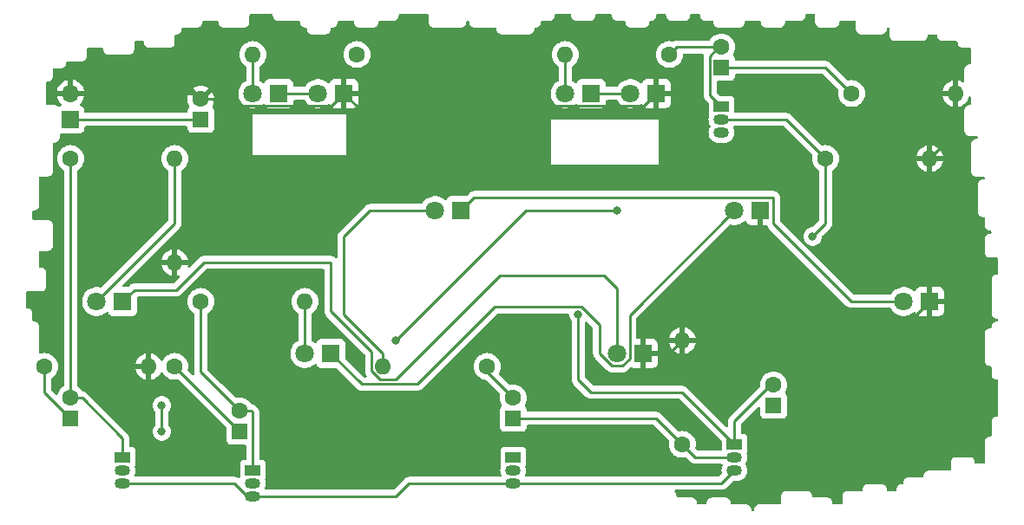
<source format=gbr>
%TF.GenerationSoftware,KiCad,Pcbnew,(6.0.1)*%
%TF.CreationDate,2022-02-03T11:52:20+01:00*%
%TF.ProjectId,ruetueta-pcb,72756574-7565-4746-912d-7063622e6b69,rev?*%
%TF.SameCoordinates,Original*%
%TF.FileFunction,Copper,L2,Bot*%
%TF.FilePolarity,Positive*%
%FSLAX46Y46*%
G04 Gerber Fmt 4.6, Leading zero omitted, Abs format (unit mm)*
G04 Created by KiCad (PCBNEW (6.0.1)) date 2022-02-03 11:52:20*
%MOMM*%
%LPD*%
G01*
G04 APERTURE LIST*
%TA.AperFunction,ComponentPad*%
%ADD10R,1.800000X1.800000*%
%TD*%
%TA.AperFunction,ComponentPad*%
%ADD11C,1.800000*%
%TD*%
%TA.AperFunction,ComponentPad*%
%ADD12C,1.600000*%
%TD*%
%TA.AperFunction,ComponentPad*%
%ADD13O,1.600000X1.600000*%
%TD*%
%TA.AperFunction,ComponentPad*%
%ADD14R,1.700000X1.700000*%
%TD*%
%TA.AperFunction,ComponentPad*%
%ADD15O,1.700000X1.700000*%
%TD*%
%TA.AperFunction,ComponentPad*%
%ADD16R,1.600000X1.600000*%
%TD*%
%TA.AperFunction,ComponentPad*%
%ADD17R,1.500000X1.050000*%
%TD*%
%TA.AperFunction,ComponentPad*%
%ADD18O,1.500000X1.050000*%
%TD*%
%TA.AperFunction,ViaPad*%
%ADD19C,0.800000*%
%TD*%
%TA.AperFunction,Conductor*%
%ADD20C,0.250000*%
%TD*%
G04 APERTURE END LIST*
D10*
%TO.P,D2,1,K*%
%TO.N,GND*%
X215900000Y-58420000D03*
D11*
%TO.P,D2,2,A*%
%TO.N,Net-(D1-Pad1)*%
X213360000Y-58420000D03*
%TD*%
D10*
%TO.P,D5,1,K*%
%TO.N,Net-(D5-Pad1)*%
X198120000Y-44450000D03*
D11*
%TO.P,D5,2,A*%
%TO.N,Net-(D5-Pad2)*%
X195580000Y-44450000D03*
%TD*%
D10*
%TO.P,D1,1,K*%
%TO.N,Net-(D1-Pad1)*%
X165100000Y-53340000D03*
D11*
%TO.P,D1,2,A*%
%TO.N,Net-(D1-Pad2)*%
X162560000Y-53340000D03*
%TD*%
D10*
%TO.P,D3,1,K*%
%TO.N,Net-(D3-Pad1)*%
X185420000Y-58420000D03*
D11*
%TO.P,D3,2,A*%
%TO.N,Net-(D3-Pad2)*%
X182880000Y-58420000D03*
%TD*%
D10*
%TO.P,D4,1,K*%
%TO.N,GND*%
X227330000Y-44450000D03*
D11*
%TO.P,D4,2,A*%
%TO.N,Net-(D3-Pad1)*%
X224790000Y-44450000D03*
%TD*%
D10*
%TO.P,D6,1,K*%
%TO.N,GND*%
X243840000Y-53340000D03*
D11*
%TO.P,D6,2,A*%
%TO.N,Net-(D5-Pad1)*%
X241300000Y-53340000D03*
%TD*%
D12*
%TO.P,R5,1*%
%TO.N,Net-(C4-Pad2)*%
X200660000Y-59690000D03*
D13*
%TO.P,R5,2*%
%TO.N,Net-(D5-Pad2)*%
X190500000Y-59690000D03*
%TD*%
D12*
%TO.P,R8,1*%
%TO.N,Net-(C5-Pad1)*%
X233680000Y-39370000D03*
D13*
%TO.P,R8,2*%
%TO.N,GND*%
X243840000Y-39370000D03*
%TD*%
D14*
%TO.P,J1,1,Pin_1*%
%TO.N,+9V*%
X160020000Y-35560000D03*
D15*
%TO.P,J1,2,Pin_2*%
%TO.N,GND*%
X160020000Y-33020000D03*
%TD*%
D16*
%TO.P,C3,1*%
%TO.N,Net-(C3-Pad1)*%
X176530000Y-66040000D03*
D12*
%TO.P,C3,2*%
%TO.N,Net-(C3-Pad2)*%
X176530000Y-64040000D03*
%TD*%
D16*
%TO.P,C5,1*%
%TO.N,Net-(C5-Pad1)*%
X228600000Y-63500000D03*
D12*
%TO.P,C5,2*%
%TO.N,Net-(C5-Pad2)*%
X228600000Y-61500000D03*
%TD*%
%TO.P,R9,1*%
%TO.N,Net-(C6-Pad2)*%
X218440000Y-29210000D03*
D13*
%TO.P,R9,2*%
%TO.N,Net-(D9-Pad2)*%
X208280000Y-29210000D03*
%TD*%
D17*
%TO.P,Q4,1,C*%
%TO.N,Net-(C5-Pad2)*%
X224790000Y-67310000D03*
D18*
%TO.P,Q4,2,B*%
%TO.N,Net-(C4-Pad1)*%
X224790000Y-68580000D03*
%TO.P,Q4,3,E*%
%TO.N,+9V*%
X224790000Y-69850000D03*
%TD*%
D12*
%TO.P,R10,1*%
%TO.N,Net-(C6-Pad1)*%
X236220000Y-33020000D03*
D13*
%TO.P,R10,2*%
%TO.N,GND*%
X246380000Y-33020000D03*
%TD*%
D16*
%TO.P,C1,1*%
%TO.N,+9V*%
X172720000Y-35560000D03*
D12*
%TO.P,C1,2*%
%TO.N,GND*%
X172720000Y-33560000D03*
%TD*%
D16*
%TO.P,C2,1*%
%TO.N,Net-(C2-Pad1)*%
X160020000Y-64770000D03*
D12*
%TO.P,C2,2*%
%TO.N,Net-(C2-Pad2)*%
X160020000Y-62770000D03*
%TD*%
D17*
%TO.P,Q3,1,C*%
%TO.N,Net-(C4-Pad2)*%
X203200000Y-68580000D03*
D18*
%TO.P,Q3,2,B*%
%TO.N,Net-(C3-Pad1)*%
X203200000Y-69850000D03*
%TO.P,Q3,3,E*%
%TO.N,+9V*%
X203200000Y-71120000D03*
%TD*%
D10*
%TO.P,D9,1,K*%
%TO.N,Net-(D10-Pad2)*%
X210820000Y-33020000D03*
D11*
%TO.P,D9,2,A*%
%TO.N,Net-(D9-Pad2)*%
X208280000Y-33020000D03*
%TD*%
D17*
%TO.P,Q2,1,C*%
%TO.N,Net-(C3-Pad2)*%
X177800000Y-69850000D03*
D18*
%TO.P,Q2,2,B*%
%TO.N,Net-(C2-Pad1)*%
X177800000Y-71120000D03*
%TO.P,Q2,3,E*%
%TO.N,+9V*%
X177800000Y-72390000D03*
%TD*%
D17*
%TO.P,Q1,1,C*%
%TO.N,Net-(C2-Pad2)*%
X165100000Y-68580000D03*
D18*
%TO.P,Q1,2,B*%
%TO.N,Net-(C6-Pad1)*%
X165100000Y-69850000D03*
%TO.P,Q1,3,E*%
%TO.N,+9V*%
X165100000Y-71120000D03*
%TD*%
D17*
%TO.P,Q5,1,C*%
%TO.N,Net-(C6-Pad2)*%
X223520000Y-34290000D03*
D18*
%TO.P,Q5,2,B*%
%TO.N,Net-(C5-Pad1)*%
X223520000Y-35560000D03*
%TO.P,Q5,3,E*%
%TO.N,+9V*%
X223520000Y-36830000D03*
%TD*%
D16*
%TO.P,C4,1*%
%TO.N,Net-(C4-Pad1)*%
X203200000Y-64770000D03*
D12*
%TO.P,C4,2*%
%TO.N,Net-(C4-Pad2)*%
X203200000Y-62770000D03*
%TD*%
D10*
%TO.P,D8,1,K*%
%TO.N,GND*%
X186690000Y-33020000D03*
D11*
%TO.P,D8,2,A*%
%TO.N,Net-(D7-Pad1)*%
X184150000Y-33020000D03*
%TD*%
D10*
%TO.P,D10,1,K*%
%TO.N,GND*%
X217170000Y-33020000D03*
D11*
%TO.P,D10,2,A*%
%TO.N,Net-(D10-Pad2)*%
X214630000Y-33020000D03*
%TD*%
D12*
%TO.P,R4,1*%
%TO.N,Net-(C3-Pad1)*%
X170180000Y-59690000D03*
D13*
%TO.P,R4,2*%
%TO.N,GND*%
X170180000Y-49530000D03*
%TD*%
D12*
%TO.P,R7,1*%
%TO.N,Net-(C5-Pad2)*%
X187960000Y-29210000D03*
D13*
%TO.P,R7,2*%
%TO.N,Net-(D7-Pad2)*%
X177800000Y-29210000D03*
%TD*%
D12*
%TO.P,R3,1*%
%TO.N,Net-(C3-Pad2)*%
X172720000Y-53340000D03*
D13*
%TO.P,R3,2*%
%TO.N,Net-(D3-Pad2)*%
X182880000Y-53340000D03*
%TD*%
D12*
%TO.P,R1,1*%
%TO.N,Net-(C2-Pad2)*%
X160020000Y-39370000D03*
D13*
%TO.P,R1,2*%
%TO.N,Net-(D1-Pad2)*%
X170180000Y-39370000D03*
%TD*%
D16*
%TO.P,C6,1*%
%TO.N,Net-(C6-Pad1)*%
X223520000Y-30480000D03*
D12*
%TO.P,C6,2*%
%TO.N,Net-(C6-Pad2)*%
X223520000Y-28480000D03*
%TD*%
%TO.P,R2,1*%
%TO.N,Net-(C2-Pad1)*%
X157480000Y-59690000D03*
D13*
%TO.P,R2,2*%
%TO.N,GND*%
X167640000Y-59690000D03*
%TD*%
D10*
%TO.P,D7,1,K*%
%TO.N,Net-(D7-Pad1)*%
X180340000Y-33020000D03*
D11*
%TO.P,D7,2,A*%
%TO.N,Net-(D7-Pad2)*%
X177800000Y-33020000D03*
%TD*%
D12*
%TO.P,R6,1*%
%TO.N,Net-(C4-Pad1)*%
X219710000Y-67310000D03*
D13*
%TO.P,R6,2*%
%TO.N,GND*%
X219710000Y-57150000D03*
%TD*%
D19*
%TO.N,Net-(C5-Pad1)*%
X232410000Y-46990000D03*
%TO.N,Net-(C5-Pad2)*%
X209550000Y-54610000D03*
%TO.N,Net-(C6-Pad1)*%
X213360000Y-44450000D03*
X191770000Y-57150000D03*
X168910000Y-63500000D03*
X168910000Y-66040000D03*
%TD*%
D20*
%TO.N,+9V*%
X203200000Y-71120000D02*
X223520000Y-71120000D01*
X223520000Y-71120000D02*
X224790000Y-69850000D01*
X177250000Y-72390000D02*
X175980000Y-71120000D01*
X177800000Y-72390000D02*
X191770000Y-72390000D01*
X193040000Y-71120000D02*
X203200000Y-71120000D01*
X160020000Y-35560000D02*
X172720000Y-35560000D01*
X177800000Y-72390000D02*
X177250000Y-72390000D01*
X175980000Y-71120000D02*
X165100000Y-71120000D01*
X191770000Y-72390000D02*
X193040000Y-71120000D01*
%TO.N,GND*%
X243840000Y-39370000D02*
X243840000Y-53340000D01*
X186690000Y-33020000D02*
X187914511Y-34244511D01*
X223520000Y-57150000D02*
X227330000Y-53340000D01*
X246380000Y-33020000D02*
X246380000Y-36830000D01*
X173851370Y-33560000D02*
X174535881Y-34244511D01*
X240030000Y-57150000D02*
X223520000Y-57150000D01*
X174535881Y-34244511D02*
X185465489Y-34244511D01*
X172180000Y-33020000D02*
X172720000Y-33560000D01*
X246380000Y-36830000D02*
X243840000Y-39370000D01*
X160020000Y-33020000D02*
X172180000Y-33020000D01*
X187914511Y-34244511D02*
X215945489Y-34244511D01*
X185465489Y-34244511D02*
X186690000Y-33020000D01*
X227330000Y-53340000D02*
X227330000Y-44450000D01*
X243840000Y-53340000D02*
X240030000Y-57150000D01*
X219710000Y-57150000D02*
X223520000Y-57150000D01*
X218440000Y-58420000D02*
X219710000Y-57150000D01*
X215900000Y-58420000D02*
X218440000Y-58420000D01*
X215945489Y-34244511D02*
X217170000Y-33020000D01*
X172720000Y-33560000D02*
X173851370Y-33560000D01*
%TO.N,Net-(C2-Pad1)*%
X157480000Y-62230000D02*
X157480000Y-59690000D01*
X160020000Y-64770000D02*
X157480000Y-62230000D01*
%TO.N,Net-(C2-Pad2)*%
X161151370Y-62770000D02*
X165100000Y-66718630D01*
X160020000Y-39370000D02*
X160020000Y-62770000D01*
X160020000Y-62770000D02*
X161151370Y-62770000D01*
X165100000Y-66718630D02*
X165100000Y-68580000D01*
%TO.N,Net-(C3-Pad1)*%
X170180000Y-59690000D02*
X176530000Y-66040000D01*
%TO.N,Net-(C3-Pad2)*%
X172720000Y-60230000D02*
X176530000Y-64040000D01*
X177661370Y-64040000D02*
X177800000Y-64178630D01*
X172720000Y-53340000D02*
X172720000Y-60230000D01*
X177800000Y-64178630D02*
X177800000Y-69850000D01*
X176530000Y-64040000D02*
X177661370Y-64040000D01*
%TO.N,Net-(C4-Pad1)*%
X220980000Y-68580000D02*
X219710000Y-67310000D01*
X224790000Y-68580000D02*
X220980000Y-68580000D01*
X217170000Y-64770000D02*
X219710000Y-67310000D01*
X203200000Y-64770000D02*
X217170000Y-64770000D01*
%TO.N,Net-(C4-Pad2)*%
X200660000Y-60230000D02*
X200660000Y-59690000D01*
X203200000Y-62770000D02*
X200660000Y-60230000D01*
%TO.N,Net-(C5-Pad1)*%
X232410000Y-46990000D02*
X233680000Y-45720000D01*
X233680000Y-45720000D02*
X233680000Y-39370000D01*
X223520000Y-35560000D02*
X229870000Y-35560000D01*
X229870000Y-35560000D02*
X233680000Y-39370000D01*
%TO.N,Net-(C5-Pad2)*%
X219710000Y-62230000D02*
X210820000Y-62230000D01*
X224790000Y-65060978D02*
X224790000Y-67310000D01*
X228600000Y-61500000D02*
X228350978Y-61500000D01*
X209550000Y-60960000D02*
X209550000Y-54610000D01*
X210820000Y-62230000D02*
X209550000Y-60960000D01*
X228350978Y-61500000D02*
X224790000Y-65060978D01*
X224790000Y-67310000D02*
X219710000Y-62230000D01*
%TO.N,Net-(C6-Pad1)*%
X233680000Y-30480000D02*
X236220000Y-33020000D01*
X213360000Y-44450000D02*
X204470000Y-44450000D01*
X223520000Y-30480000D02*
X233680000Y-30480000D01*
X168910000Y-63500000D02*
X168910000Y-66040000D01*
X204470000Y-44450000D02*
X191770000Y-57150000D01*
%TO.N,Net-(C6-Pad2)*%
X222395489Y-33165489D02*
X223520000Y-34290000D01*
X219170000Y-28480000D02*
X218440000Y-29210000D01*
X222395489Y-29355489D02*
X222395489Y-33165489D01*
X223520000Y-28480000D02*
X219170000Y-28480000D01*
X223270978Y-28480000D02*
X222395489Y-29355489D01*
X223520000Y-28480000D02*
X223270978Y-28480000D01*
%TO.N,Net-(D1-Pad1)*%
X166224511Y-52215489D02*
X165100000Y-53340000D01*
X189375489Y-58245189D02*
X185420000Y-54289700D01*
X189375489Y-60155789D02*
X189375489Y-58245189D01*
X185420000Y-49530000D02*
X173010978Y-49530000D01*
X170325489Y-52215489D02*
X166224511Y-52215489D01*
X191770000Y-60960000D02*
X190179700Y-60960000D01*
X213360000Y-58420000D02*
X213360000Y-52070000D01*
X212090000Y-50800000D02*
X201930000Y-50800000D01*
X190179700Y-60960000D02*
X189375489Y-60155789D01*
X201930000Y-50800000D02*
X191770000Y-60960000D01*
X185420000Y-54289700D02*
X185420000Y-49530000D01*
X213360000Y-52070000D02*
X212090000Y-50800000D01*
X173010978Y-49530000D02*
X170325489Y-52215489D01*
%TO.N,Net-(D1-Pad2)*%
X162560000Y-53340000D02*
X170180000Y-45720000D01*
X170180000Y-45720000D02*
X170180000Y-39370000D01*
%TO.N,Net-(D3-Pad1)*%
X214584511Y-58927210D02*
X213867210Y-59644511D01*
X188409520Y-61409520D02*
X193860480Y-61409520D01*
X211628279Y-58420000D02*
X212852790Y-59644511D01*
X211628279Y-55663665D02*
X209850103Y-53885489D01*
X209850103Y-53885489D02*
X201384511Y-53885489D01*
X201384511Y-53885489D02*
X193860480Y-61409520D01*
X185420000Y-58420000D02*
X188409520Y-61409520D01*
X211628279Y-58420000D02*
X211628279Y-55663665D01*
X224790000Y-44450000D02*
X214584511Y-54655489D01*
X214584511Y-54655489D02*
X214584511Y-58927210D01*
X212852790Y-59644511D02*
X213867210Y-59644511D01*
%TO.N,Net-(D3-Pad2)*%
X182880000Y-58420000D02*
X182880000Y-53340000D01*
%TO.N,Net-(D5-Pad1)*%
X228600000Y-45720000D02*
X228600000Y-43180000D01*
X236220000Y-53340000D02*
X228600000Y-45720000D01*
X228600000Y-43180000D02*
X199390000Y-43180000D01*
X241300000Y-53340000D02*
X236220000Y-53340000D01*
X199390000Y-43180000D02*
X198120000Y-44450000D01*
%TO.N,Net-(D5-Pad2)*%
X190500000Y-59690000D02*
X190500000Y-58420000D01*
X189230000Y-44450000D02*
X195580000Y-44450000D01*
X186690000Y-46990000D02*
X189230000Y-44450000D01*
X190500000Y-58420000D02*
X186690000Y-54610000D01*
X186690000Y-54610000D02*
X186690000Y-46990000D01*
%TO.N,Net-(D7-Pad1)*%
X180340000Y-33020000D02*
X184150000Y-33020000D01*
%TO.N,Net-(D7-Pad2)*%
X177800000Y-33020000D02*
X177800000Y-29210000D01*
%TO.N,Net-(D10-Pad2)*%
X210820000Y-33020000D02*
X214630000Y-33020000D01*
%TO.N,Net-(D9-Pad2)*%
X208280000Y-33020000D02*
X208280000Y-29210000D01*
%TD*%
%TA.AperFunction,Conductor*%
%TO.N,GND*%
G36*
X179694746Y-25266544D02*
G01*
X179741239Y-25320200D01*
X179752625Y-25372542D01*
X179752625Y-25391298D01*
X179752623Y-25392068D01*
X179752149Y-25469652D01*
X179754615Y-25478281D01*
X179754616Y-25478286D01*
X179760264Y-25498048D01*
X179763842Y-25514809D01*
X179766755Y-25535152D01*
X179766758Y-25535162D01*
X179768030Y-25544045D01*
X179778646Y-25567395D01*
X179785089Y-25584907D01*
X179792137Y-25609565D01*
X179807899Y-25634548D01*
X179816029Y-25649614D01*
X179828258Y-25676510D01*
X179844999Y-25695939D01*
X179856104Y-25710947D01*
X179869785Y-25732631D01*
X179876513Y-25738573D01*
X179891921Y-25752181D01*
X179903966Y-25764374D01*
X179917161Y-25779687D01*
X179923244Y-25786747D01*
X179930772Y-25791626D01*
X179930775Y-25791629D01*
X179944764Y-25800696D01*
X179959638Y-25811986D01*
X179978853Y-25828956D01*
X179986979Y-25832771D01*
X179986980Y-25832772D01*
X179992646Y-25835432D01*
X180005591Y-25841510D01*
X180020560Y-25849824D01*
X180045352Y-25865893D01*
X180062275Y-25870954D01*
X180069915Y-25873239D01*
X180087361Y-25879901D01*
X180110573Y-25890799D01*
X180139755Y-25895343D01*
X180156474Y-25899126D01*
X180176161Y-25905014D01*
X180176164Y-25905015D01*
X180184766Y-25907587D01*
X180193741Y-25907642D01*
X180193742Y-25907642D01*
X180200435Y-25907683D01*
X180219181Y-25907797D01*
X180219953Y-25907830D01*
X180221048Y-25908000D01*
X180251923Y-25908000D01*
X180252693Y-25908002D01*
X180326341Y-25908452D01*
X180326342Y-25908452D01*
X180330277Y-25908476D01*
X180331621Y-25908092D01*
X180332966Y-25908000D01*
X182272458Y-25908000D01*
X182340579Y-25928002D01*
X182387072Y-25981658D01*
X182398458Y-26034000D01*
X182398458Y-26052757D01*
X182398456Y-26053527D01*
X182397982Y-26131111D01*
X182400448Y-26139740D01*
X182400449Y-26139745D01*
X182406097Y-26159507D01*
X182409675Y-26176268D01*
X182412588Y-26196611D01*
X182412591Y-26196621D01*
X182413863Y-26205504D01*
X182424479Y-26228854D01*
X182430922Y-26246366D01*
X182434607Y-26259259D01*
X182437970Y-26271024D01*
X182453732Y-26296007D01*
X182461862Y-26311073D01*
X182474091Y-26337969D01*
X182490832Y-26357398D01*
X182501937Y-26372406D01*
X182515618Y-26394090D01*
X182522346Y-26400032D01*
X182537754Y-26413640D01*
X182549799Y-26425833D01*
X182562993Y-26441145D01*
X182569077Y-26448206D01*
X182576605Y-26453085D01*
X182576608Y-26453088D01*
X182590597Y-26462155D01*
X182605471Y-26473445D01*
X182624686Y-26490415D01*
X182632812Y-26494230D01*
X182632813Y-26494231D01*
X182638479Y-26496891D01*
X182651424Y-26502969D01*
X182666393Y-26511283D01*
X182691185Y-26527352D01*
X182708108Y-26532413D01*
X182715748Y-26534698D01*
X182733194Y-26541360D01*
X182756406Y-26552258D01*
X182785588Y-26556802D01*
X182802307Y-26560585D01*
X182821994Y-26566473D01*
X182821997Y-26566474D01*
X182830599Y-26569046D01*
X182839574Y-26569101D01*
X182839575Y-26569101D01*
X182846268Y-26569142D01*
X182865014Y-26569256D01*
X182865786Y-26569289D01*
X182866881Y-26569459D01*
X182897756Y-26569459D01*
X182898526Y-26569461D01*
X182934687Y-26569682D01*
X183002684Y-26590100D01*
X183048848Y-26644039D01*
X183059917Y-26695680D01*
X183059917Y-26714215D01*
X183059915Y-26714985D01*
X183059441Y-26792569D01*
X183061907Y-26801198D01*
X183061908Y-26801203D01*
X183067556Y-26820965D01*
X183071134Y-26837726D01*
X183074047Y-26858069D01*
X183074050Y-26858079D01*
X183075322Y-26866962D01*
X183085938Y-26890312D01*
X183092381Y-26907824D01*
X183096066Y-26920717D01*
X183099429Y-26932482D01*
X183115191Y-26957465D01*
X183123321Y-26972531D01*
X183135550Y-26999427D01*
X183152291Y-27018856D01*
X183163396Y-27033864D01*
X183177077Y-27055548D01*
X183183805Y-27061490D01*
X183199213Y-27075098D01*
X183211258Y-27087291D01*
X183224452Y-27102603D01*
X183230536Y-27109664D01*
X183238064Y-27114543D01*
X183238067Y-27114546D01*
X183252056Y-27123613D01*
X183266930Y-27134903D01*
X183286145Y-27151873D01*
X183294271Y-27155688D01*
X183294272Y-27155689D01*
X183299938Y-27158349D01*
X183312883Y-27164427D01*
X183327852Y-27172741D01*
X183352644Y-27188810D01*
X183369567Y-27193871D01*
X183377207Y-27196156D01*
X183394653Y-27202818D01*
X183417865Y-27213716D01*
X183447047Y-27218260D01*
X183463766Y-27222043D01*
X183483453Y-27227931D01*
X183483456Y-27227932D01*
X183492058Y-27230504D01*
X183501033Y-27230559D01*
X183501034Y-27230559D01*
X183507727Y-27230600D01*
X183526473Y-27230714D01*
X183527245Y-27230747D01*
X183528340Y-27230917D01*
X183559215Y-27230917D01*
X183559985Y-27230919D01*
X183633633Y-27231369D01*
X183633634Y-27231369D01*
X183637569Y-27231393D01*
X183638913Y-27231009D01*
X183640258Y-27230917D01*
X184882131Y-27230917D01*
X184882902Y-27230919D01*
X184960485Y-27231393D01*
X184969114Y-27228927D01*
X184969119Y-27228926D01*
X184988881Y-27223278D01*
X185005642Y-27219700D01*
X185025985Y-27216787D01*
X185025995Y-27216784D01*
X185034878Y-27215512D01*
X185058228Y-27204896D01*
X185075740Y-27198453D01*
X185091770Y-27193871D01*
X185100398Y-27191405D01*
X185108241Y-27186457D01*
X185112247Y-27183929D01*
X185125381Y-27175643D01*
X185140447Y-27167513D01*
X185167343Y-27155284D01*
X185186772Y-27138543D01*
X185201780Y-27127438D01*
X185215872Y-27118547D01*
X185223464Y-27113757D01*
X185243015Y-27091620D01*
X185255207Y-27079576D01*
X185270782Y-27066156D01*
X185270783Y-27066154D01*
X185277580Y-27060298D01*
X185282459Y-27052770D01*
X185282462Y-27052767D01*
X185291529Y-27038778D01*
X185302819Y-27023904D01*
X185313845Y-27011419D01*
X185319789Y-27004689D01*
X185332343Y-26977951D01*
X185340657Y-26962982D01*
X185356726Y-26938190D01*
X185364072Y-26913626D01*
X185370734Y-26896181D01*
X185373496Y-26890298D01*
X185381632Y-26872969D01*
X185386176Y-26843787D01*
X185389959Y-26827068D01*
X185395847Y-26807381D01*
X185395848Y-26807378D01*
X185398420Y-26798776D01*
X185398630Y-26764361D01*
X185398663Y-26763589D01*
X185398833Y-26762494D01*
X185398833Y-26731619D01*
X185398835Y-26730849D01*
X185399056Y-26694689D01*
X185419474Y-26626692D01*
X185473413Y-26580528D01*
X185525054Y-26569459D01*
X185543590Y-26569459D01*
X185544361Y-26569461D01*
X185621944Y-26569935D01*
X185630573Y-26567469D01*
X185630578Y-26567468D01*
X185650340Y-26561820D01*
X185667101Y-26558242D01*
X185687444Y-26555329D01*
X185687454Y-26555326D01*
X185696337Y-26554054D01*
X185719687Y-26543438D01*
X185737199Y-26536995D01*
X185753229Y-26532413D01*
X185761857Y-26529947D01*
X185786840Y-26514185D01*
X185801906Y-26506055D01*
X185828802Y-26493826D01*
X185848231Y-26477085D01*
X185863239Y-26465980D01*
X185877331Y-26457089D01*
X185884923Y-26452299D01*
X185904474Y-26430162D01*
X185916666Y-26418118D01*
X185932241Y-26404698D01*
X185932242Y-26404696D01*
X185939039Y-26398840D01*
X185943918Y-26391312D01*
X185943921Y-26391309D01*
X185952988Y-26377320D01*
X185964278Y-26362446D01*
X185975304Y-26349961D01*
X185981248Y-26343231D01*
X185993802Y-26316493D01*
X186002116Y-26301524D01*
X186018185Y-26276732D01*
X186025531Y-26252168D01*
X186032193Y-26234723D01*
X186034955Y-26228840D01*
X186043091Y-26211511D01*
X186047635Y-26182329D01*
X186051418Y-26165610D01*
X186057306Y-26145923D01*
X186057307Y-26145920D01*
X186059879Y-26137318D01*
X186060089Y-26102903D01*
X186060122Y-26102131D01*
X186060292Y-26101036D01*
X186060292Y-26070161D01*
X186060294Y-26069391D01*
X186060515Y-26033230D01*
X186080933Y-25965233D01*
X186134872Y-25919069D01*
X186186513Y-25908000D01*
X187564125Y-25908000D01*
X187632246Y-25928002D01*
X187678739Y-25981658D01*
X187690125Y-26034000D01*
X187690125Y-26052757D01*
X187690123Y-26053527D01*
X187689649Y-26131111D01*
X187692115Y-26139740D01*
X187692116Y-26139745D01*
X187697764Y-26159507D01*
X187701342Y-26176268D01*
X187704255Y-26196611D01*
X187704258Y-26196621D01*
X187705530Y-26205504D01*
X187716146Y-26228854D01*
X187722589Y-26246366D01*
X187726274Y-26259259D01*
X187729637Y-26271024D01*
X187745399Y-26296007D01*
X187753529Y-26311073D01*
X187765758Y-26337969D01*
X187782499Y-26357398D01*
X187793604Y-26372406D01*
X187807285Y-26394090D01*
X187814013Y-26400032D01*
X187829421Y-26413640D01*
X187841466Y-26425833D01*
X187854660Y-26441145D01*
X187860744Y-26448206D01*
X187868272Y-26453085D01*
X187868275Y-26453088D01*
X187882264Y-26462155D01*
X187897138Y-26473445D01*
X187916353Y-26490415D01*
X187924479Y-26494230D01*
X187924480Y-26494231D01*
X187930146Y-26496891D01*
X187943091Y-26502969D01*
X187958060Y-26511283D01*
X187982852Y-26527352D01*
X187999775Y-26532413D01*
X188007415Y-26534698D01*
X188024861Y-26541360D01*
X188048073Y-26552258D01*
X188077255Y-26556802D01*
X188093974Y-26560585D01*
X188113661Y-26566473D01*
X188113664Y-26566474D01*
X188122266Y-26569046D01*
X188131241Y-26569101D01*
X188131242Y-26569101D01*
X188137935Y-26569142D01*
X188156681Y-26569256D01*
X188157453Y-26569289D01*
X188158548Y-26569459D01*
X188189423Y-26569459D01*
X188190193Y-26569461D01*
X188263841Y-26569911D01*
X188263842Y-26569911D01*
X188267777Y-26569935D01*
X188269121Y-26569551D01*
X188270466Y-26569459D01*
X189512339Y-26569459D01*
X189513110Y-26569461D01*
X189590693Y-26569935D01*
X189599322Y-26567469D01*
X189599327Y-26567468D01*
X189619089Y-26561820D01*
X189635850Y-26558242D01*
X189656193Y-26555329D01*
X189656203Y-26555326D01*
X189665086Y-26554054D01*
X189688436Y-26543438D01*
X189705948Y-26536995D01*
X189721978Y-26532413D01*
X189730606Y-26529947D01*
X189755589Y-26514185D01*
X189770655Y-26506055D01*
X189797551Y-26493826D01*
X189816980Y-26477085D01*
X189831988Y-26465980D01*
X189846080Y-26457089D01*
X189853672Y-26452299D01*
X189873223Y-26430162D01*
X189885415Y-26418118D01*
X189900990Y-26404698D01*
X189900991Y-26404696D01*
X189907788Y-26398840D01*
X189912667Y-26391312D01*
X189912670Y-26391309D01*
X189921737Y-26377320D01*
X189933027Y-26362446D01*
X189944053Y-26349961D01*
X189949997Y-26343231D01*
X189962551Y-26316493D01*
X189970865Y-26301524D01*
X189986934Y-26276732D01*
X189994280Y-26252168D01*
X190000942Y-26234723D01*
X190003704Y-26228840D01*
X190011840Y-26211511D01*
X190016384Y-26182329D01*
X190020167Y-26165610D01*
X190026055Y-26145923D01*
X190026056Y-26145920D01*
X190028628Y-26137318D01*
X190028838Y-26102903D01*
X190028871Y-26102131D01*
X190029041Y-26101036D01*
X190029041Y-26070161D01*
X190029043Y-26069391D01*
X190029264Y-26033230D01*
X190049682Y-25965233D01*
X190103621Y-25919069D01*
X190155262Y-25908000D01*
X191496716Y-25908000D01*
X191497487Y-25908002D01*
X191575070Y-25908476D01*
X191583699Y-25906010D01*
X191583704Y-25906009D01*
X191603466Y-25900361D01*
X191620227Y-25896783D01*
X191640570Y-25893870D01*
X191640580Y-25893867D01*
X191649463Y-25892595D01*
X191672813Y-25881979D01*
X191690325Y-25875536D01*
X191706355Y-25870954D01*
X191714983Y-25868488D01*
X191739966Y-25852726D01*
X191755032Y-25844596D01*
X191781928Y-25832367D01*
X191801357Y-25815626D01*
X191816365Y-25804521D01*
X191830457Y-25795630D01*
X191838049Y-25790840D01*
X191857600Y-25768703D01*
X191869792Y-25756659D01*
X191885367Y-25743239D01*
X191885368Y-25743237D01*
X191892165Y-25737381D01*
X191897044Y-25729853D01*
X191897047Y-25729850D01*
X191906114Y-25715861D01*
X191917404Y-25700987D01*
X191928430Y-25688502D01*
X191934374Y-25681772D01*
X191939611Y-25670619D01*
X191940850Y-25667979D01*
X191946928Y-25655034D01*
X191955242Y-25640065D01*
X191971311Y-25615273D01*
X191978657Y-25590709D01*
X191985319Y-25573264D01*
X191992401Y-25558179D01*
X191996217Y-25550052D01*
X192000761Y-25520870D01*
X192004544Y-25504151D01*
X192010432Y-25484464D01*
X192010433Y-25484461D01*
X192013005Y-25475859D01*
X192013215Y-25441444D01*
X192013248Y-25440672D01*
X192013418Y-25439577D01*
X192013418Y-25408702D01*
X192013420Y-25407932D01*
X192013641Y-25371772D01*
X192034059Y-25303775D01*
X192087998Y-25257611D01*
X192139639Y-25246542D01*
X194840164Y-25246542D01*
X194908285Y-25266544D01*
X194954778Y-25320200D01*
X194966164Y-25372542D01*
X194966164Y-26052757D01*
X194966162Y-26053527D01*
X194965688Y-26131111D01*
X194968154Y-26139740D01*
X194968155Y-26139745D01*
X194973803Y-26159507D01*
X194977381Y-26176268D01*
X194980294Y-26196611D01*
X194980297Y-26196621D01*
X194981569Y-26205504D01*
X194992185Y-26228854D01*
X194998628Y-26246366D01*
X195002313Y-26259259D01*
X195005676Y-26271024D01*
X195021438Y-26296007D01*
X195029568Y-26311073D01*
X195041797Y-26337969D01*
X195058538Y-26357398D01*
X195069643Y-26372406D01*
X195083324Y-26394090D01*
X195090052Y-26400032D01*
X195105460Y-26413640D01*
X195117505Y-26425833D01*
X195130699Y-26441145D01*
X195136783Y-26448206D01*
X195144311Y-26453085D01*
X195144314Y-26453088D01*
X195158303Y-26462155D01*
X195173177Y-26473445D01*
X195192392Y-26490415D01*
X195200518Y-26494230D01*
X195200519Y-26494231D01*
X195206185Y-26496891D01*
X195219130Y-26502969D01*
X195234099Y-26511283D01*
X195258891Y-26527352D01*
X195275814Y-26532413D01*
X195283454Y-26534698D01*
X195300900Y-26541360D01*
X195324112Y-26552258D01*
X195353294Y-26556802D01*
X195370013Y-26560585D01*
X195389700Y-26566473D01*
X195389703Y-26566474D01*
X195398305Y-26569046D01*
X195407280Y-26569101D01*
X195407281Y-26569101D01*
X195413974Y-26569142D01*
X195432720Y-26569256D01*
X195433492Y-26569289D01*
X195434587Y-26569459D01*
X195465462Y-26569459D01*
X195466232Y-26569461D01*
X195539880Y-26569911D01*
X195539881Y-26569911D01*
X195543816Y-26569935D01*
X195545160Y-26569551D01*
X195546505Y-26569459D01*
X198111298Y-26569459D01*
X198112069Y-26569461D01*
X198189652Y-26569935D01*
X198198281Y-26567469D01*
X198198286Y-26567468D01*
X198218048Y-26561820D01*
X198234809Y-26558242D01*
X198255152Y-26555329D01*
X198255162Y-26555326D01*
X198264045Y-26554054D01*
X198287395Y-26543438D01*
X198304907Y-26536995D01*
X198320937Y-26532413D01*
X198329565Y-26529947D01*
X198354548Y-26514185D01*
X198369614Y-26506055D01*
X198396510Y-26493826D01*
X198415939Y-26477085D01*
X198430947Y-26465980D01*
X198445039Y-26457089D01*
X198452631Y-26452299D01*
X198472182Y-26430162D01*
X198484374Y-26418118D01*
X198499949Y-26404698D01*
X198499950Y-26404696D01*
X198506747Y-26398840D01*
X198511626Y-26391312D01*
X198511629Y-26391309D01*
X198520696Y-26377320D01*
X198531986Y-26362446D01*
X198543012Y-26349961D01*
X198548956Y-26343231D01*
X198561510Y-26316493D01*
X198569824Y-26301524D01*
X198585893Y-26276732D01*
X198593239Y-26252168D01*
X198599901Y-26234723D01*
X198602663Y-26228840D01*
X198610799Y-26211511D01*
X198615343Y-26182329D01*
X198619126Y-26165610D01*
X198625014Y-26145923D01*
X198625015Y-26145920D01*
X198627587Y-26137318D01*
X198627797Y-26102903D01*
X198627830Y-26102131D01*
X198628000Y-26101036D01*
X198628000Y-26070161D01*
X198628002Y-26069391D01*
X198628223Y-26033230D01*
X198648641Y-25965233D01*
X198702580Y-25919069D01*
X198754221Y-25908000D01*
X198808918Y-25908000D01*
X198877039Y-25928002D01*
X198923532Y-25981658D01*
X198934918Y-26034000D01*
X198934918Y-26052757D01*
X198934916Y-26053527D01*
X198934442Y-26131111D01*
X198936908Y-26139740D01*
X198936909Y-26139745D01*
X198942557Y-26159507D01*
X198946135Y-26176268D01*
X198949048Y-26196611D01*
X198949051Y-26196621D01*
X198950323Y-26205504D01*
X198960939Y-26228854D01*
X198967382Y-26246366D01*
X198971067Y-26259259D01*
X198974430Y-26271024D01*
X198990192Y-26296007D01*
X198998322Y-26311073D01*
X199010551Y-26337969D01*
X199027292Y-26357398D01*
X199038397Y-26372406D01*
X199052078Y-26394090D01*
X199058806Y-26400032D01*
X199074214Y-26413640D01*
X199086259Y-26425833D01*
X199099453Y-26441145D01*
X199105537Y-26448206D01*
X199113065Y-26453085D01*
X199113068Y-26453088D01*
X199127057Y-26462155D01*
X199141931Y-26473445D01*
X199161146Y-26490415D01*
X199169272Y-26494230D01*
X199169273Y-26494231D01*
X199174939Y-26496891D01*
X199187884Y-26502969D01*
X199202853Y-26511283D01*
X199227645Y-26527352D01*
X199244568Y-26532413D01*
X199252208Y-26534698D01*
X199269654Y-26541360D01*
X199292866Y-26552258D01*
X199322048Y-26556802D01*
X199338767Y-26560585D01*
X199358454Y-26566473D01*
X199358457Y-26566474D01*
X199367059Y-26569046D01*
X199376034Y-26569101D01*
X199376035Y-26569101D01*
X199382728Y-26569142D01*
X199401474Y-26569256D01*
X199402246Y-26569289D01*
X199403341Y-26569459D01*
X199434216Y-26569459D01*
X199434986Y-26569461D01*
X199508634Y-26569911D01*
X199508635Y-26569911D01*
X199512570Y-26569935D01*
X199513914Y-26569551D01*
X199515259Y-26569459D01*
X201454749Y-26569459D01*
X201522870Y-26589461D01*
X201569363Y-26643117D01*
X201580749Y-26695459D01*
X201580749Y-26714215D01*
X201580747Y-26714985D01*
X201580273Y-26792569D01*
X201582739Y-26801198D01*
X201582740Y-26801203D01*
X201588388Y-26820965D01*
X201591966Y-26837726D01*
X201594879Y-26858069D01*
X201594882Y-26858079D01*
X201596154Y-26866962D01*
X201606770Y-26890312D01*
X201613213Y-26907824D01*
X201616898Y-26920717D01*
X201620261Y-26932482D01*
X201636023Y-26957465D01*
X201644153Y-26972531D01*
X201656382Y-26999427D01*
X201673123Y-27018856D01*
X201684228Y-27033864D01*
X201697909Y-27055548D01*
X201704637Y-27061490D01*
X201720045Y-27075098D01*
X201732090Y-27087291D01*
X201745284Y-27102603D01*
X201751368Y-27109664D01*
X201758896Y-27114543D01*
X201758899Y-27114546D01*
X201772888Y-27123613D01*
X201787762Y-27134903D01*
X201806977Y-27151873D01*
X201815103Y-27155688D01*
X201815104Y-27155689D01*
X201820770Y-27158349D01*
X201833715Y-27164427D01*
X201848684Y-27172741D01*
X201873476Y-27188810D01*
X201890399Y-27193871D01*
X201898039Y-27196156D01*
X201915485Y-27202818D01*
X201938697Y-27213716D01*
X201967879Y-27218260D01*
X201984598Y-27222043D01*
X202004285Y-27227931D01*
X202004288Y-27227932D01*
X202012890Y-27230504D01*
X202021865Y-27230559D01*
X202021866Y-27230559D01*
X202028559Y-27230600D01*
X202047305Y-27230714D01*
X202048077Y-27230747D01*
X202049172Y-27230917D01*
X202080047Y-27230917D01*
X202080817Y-27230919D01*
X202154465Y-27231369D01*
X202154466Y-27231369D01*
X202158401Y-27231393D01*
X202159745Y-27231009D01*
X202161090Y-27230917D01*
X204725878Y-27230917D01*
X204726649Y-27230919D01*
X204804232Y-27231393D01*
X204812861Y-27228927D01*
X204812866Y-27228926D01*
X204832628Y-27223278D01*
X204849389Y-27219700D01*
X204869732Y-27216787D01*
X204869742Y-27216784D01*
X204878625Y-27215512D01*
X204901975Y-27204896D01*
X204919487Y-27198453D01*
X204935517Y-27193871D01*
X204944145Y-27191405D01*
X204951988Y-27186457D01*
X204955994Y-27183929D01*
X204969128Y-27175643D01*
X204984194Y-27167513D01*
X205011090Y-27155284D01*
X205030519Y-27138543D01*
X205045527Y-27127438D01*
X205059619Y-27118547D01*
X205067211Y-27113757D01*
X205086762Y-27091620D01*
X205098954Y-27079576D01*
X205114529Y-27066156D01*
X205114530Y-27066154D01*
X205121327Y-27060298D01*
X205126206Y-27052770D01*
X205126209Y-27052767D01*
X205135276Y-27038778D01*
X205146566Y-27023904D01*
X205157592Y-27011419D01*
X205163536Y-27004689D01*
X205176090Y-26977951D01*
X205184404Y-26962982D01*
X205200473Y-26938190D01*
X205207819Y-26913626D01*
X205214481Y-26896181D01*
X205217243Y-26890298D01*
X205225379Y-26872969D01*
X205229923Y-26843787D01*
X205233706Y-26827068D01*
X205239594Y-26807381D01*
X205239595Y-26807378D01*
X205242167Y-26798776D01*
X205242377Y-26764361D01*
X205242410Y-26763589D01*
X205242580Y-26762494D01*
X205242580Y-26731619D01*
X205242582Y-26730849D01*
X205242803Y-26694689D01*
X205263221Y-26626692D01*
X205317160Y-26580528D01*
X205368801Y-26569459D01*
X205387337Y-26569459D01*
X205388108Y-26569461D01*
X205465691Y-26569935D01*
X205474320Y-26567469D01*
X205474325Y-26567468D01*
X205494087Y-26561820D01*
X205510848Y-26558242D01*
X205531191Y-26555329D01*
X205531201Y-26555326D01*
X205540084Y-26554054D01*
X205563434Y-26543438D01*
X205580946Y-26536995D01*
X205596976Y-26532413D01*
X205605604Y-26529947D01*
X205630587Y-26514185D01*
X205645653Y-26506055D01*
X205672549Y-26493826D01*
X205691978Y-26477085D01*
X205706986Y-26465980D01*
X205721078Y-26457089D01*
X205728670Y-26452299D01*
X205748221Y-26430162D01*
X205760413Y-26418118D01*
X205775988Y-26404698D01*
X205775989Y-26404696D01*
X205782786Y-26398840D01*
X205787665Y-26391312D01*
X205787668Y-26391309D01*
X205796735Y-26377320D01*
X205808025Y-26362446D01*
X205819051Y-26349961D01*
X205824995Y-26343231D01*
X205837549Y-26316493D01*
X205845863Y-26301524D01*
X205861932Y-26276732D01*
X205869278Y-26252168D01*
X205875940Y-26234723D01*
X205878702Y-26228840D01*
X205886838Y-26211511D01*
X205891382Y-26182329D01*
X205895165Y-26165610D01*
X205901053Y-26145923D01*
X205901054Y-26145920D01*
X205903626Y-26137318D01*
X205903836Y-26102903D01*
X205903869Y-26102131D01*
X205904039Y-26101036D01*
X205904039Y-26070161D01*
X205904041Y-26069391D01*
X205904262Y-26033230D01*
X205924680Y-25965233D01*
X205978619Y-25919069D01*
X206030260Y-25908000D01*
X206710255Y-25908000D01*
X206711026Y-25908002D01*
X206788609Y-25908476D01*
X206797238Y-25906010D01*
X206797243Y-25906009D01*
X206817005Y-25900361D01*
X206833766Y-25896783D01*
X206854109Y-25893870D01*
X206854119Y-25893867D01*
X206863002Y-25892595D01*
X206886352Y-25881979D01*
X206903864Y-25875536D01*
X206919894Y-25870954D01*
X206928522Y-25868488D01*
X206953505Y-25852726D01*
X206968571Y-25844596D01*
X206995467Y-25832367D01*
X207014896Y-25815626D01*
X207029904Y-25804521D01*
X207043996Y-25795630D01*
X207051588Y-25790840D01*
X207071139Y-25768703D01*
X207083331Y-25756659D01*
X207098906Y-25743239D01*
X207098907Y-25743237D01*
X207105704Y-25737381D01*
X207110583Y-25729853D01*
X207110586Y-25729850D01*
X207119653Y-25715861D01*
X207130943Y-25700987D01*
X207141969Y-25688502D01*
X207147913Y-25681772D01*
X207153150Y-25670619D01*
X207154389Y-25667979D01*
X207160467Y-25655034D01*
X207168781Y-25640065D01*
X207184850Y-25615273D01*
X207192196Y-25590709D01*
X207198858Y-25573264D01*
X207205940Y-25558179D01*
X207209756Y-25550052D01*
X207214300Y-25520870D01*
X207218083Y-25504151D01*
X207223971Y-25484464D01*
X207223972Y-25484461D01*
X207226544Y-25475859D01*
X207226754Y-25441444D01*
X207226787Y-25440672D01*
X207226957Y-25439577D01*
X207226957Y-25408702D01*
X207226959Y-25407932D01*
X207227180Y-25371772D01*
X207247598Y-25303775D01*
X207301537Y-25257611D01*
X207353178Y-25246542D01*
X208730788Y-25246542D01*
X208798909Y-25266544D01*
X208845402Y-25320200D01*
X208856788Y-25372542D01*
X208856788Y-25391298D01*
X208856786Y-25392068D01*
X208856312Y-25469652D01*
X208858778Y-25478281D01*
X208858779Y-25478286D01*
X208864427Y-25498048D01*
X208868005Y-25514809D01*
X208870918Y-25535152D01*
X208870921Y-25535162D01*
X208872193Y-25544045D01*
X208882809Y-25567395D01*
X208889252Y-25584907D01*
X208896300Y-25609565D01*
X208912062Y-25634548D01*
X208920192Y-25649614D01*
X208932421Y-25676510D01*
X208949162Y-25695939D01*
X208960267Y-25710947D01*
X208973948Y-25732631D01*
X208980676Y-25738573D01*
X208996084Y-25752181D01*
X209008129Y-25764374D01*
X209021324Y-25779687D01*
X209027407Y-25786747D01*
X209034935Y-25791626D01*
X209034938Y-25791629D01*
X209048927Y-25800696D01*
X209063801Y-25811986D01*
X209083016Y-25828956D01*
X209091142Y-25832771D01*
X209091143Y-25832772D01*
X209096809Y-25835432D01*
X209109754Y-25841510D01*
X209124723Y-25849824D01*
X209149515Y-25865893D01*
X209166438Y-25870954D01*
X209174078Y-25873239D01*
X209191524Y-25879901D01*
X209214736Y-25890799D01*
X209243918Y-25895343D01*
X209260637Y-25899126D01*
X209280324Y-25905014D01*
X209280327Y-25905015D01*
X209288929Y-25907587D01*
X209297904Y-25907642D01*
X209297905Y-25907642D01*
X209304598Y-25907683D01*
X209323344Y-25907797D01*
X209324116Y-25907830D01*
X209325211Y-25908000D01*
X209356086Y-25908000D01*
X209356856Y-25908002D01*
X209430504Y-25908452D01*
X209430505Y-25908452D01*
X209434440Y-25908476D01*
X209435784Y-25908092D01*
X209437129Y-25908000D01*
X210679004Y-25908000D01*
X210679775Y-25908002D01*
X210757358Y-25908476D01*
X210765987Y-25906010D01*
X210765992Y-25906009D01*
X210785754Y-25900361D01*
X210802515Y-25896783D01*
X210822858Y-25893870D01*
X210822868Y-25893867D01*
X210831751Y-25892595D01*
X210855101Y-25881979D01*
X210872613Y-25875536D01*
X210888643Y-25870954D01*
X210897271Y-25868488D01*
X210922254Y-25852726D01*
X210937320Y-25844596D01*
X210964216Y-25832367D01*
X210983645Y-25815626D01*
X210998653Y-25804521D01*
X211012745Y-25795630D01*
X211020337Y-25790840D01*
X211039888Y-25768703D01*
X211052080Y-25756659D01*
X211067655Y-25743239D01*
X211067656Y-25743237D01*
X211074453Y-25737381D01*
X211079332Y-25729853D01*
X211079335Y-25729850D01*
X211088402Y-25715861D01*
X211099692Y-25700987D01*
X211110718Y-25688502D01*
X211116662Y-25681772D01*
X211121899Y-25670619D01*
X211123138Y-25667979D01*
X211129216Y-25655034D01*
X211137530Y-25640065D01*
X211153599Y-25615273D01*
X211160945Y-25590709D01*
X211167607Y-25573264D01*
X211174689Y-25558179D01*
X211178505Y-25550052D01*
X211183049Y-25520870D01*
X211186832Y-25504151D01*
X211192720Y-25484464D01*
X211192721Y-25484461D01*
X211195293Y-25475859D01*
X211195503Y-25441444D01*
X211195536Y-25440672D01*
X211195706Y-25439577D01*
X211195706Y-25408702D01*
X211195708Y-25407932D01*
X211195929Y-25371772D01*
X211216347Y-25303775D01*
X211270286Y-25257611D01*
X211321927Y-25246542D01*
X212699542Y-25246542D01*
X212767663Y-25266544D01*
X212814156Y-25320200D01*
X212825542Y-25372542D01*
X212825542Y-25391298D01*
X212825540Y-25392068D01*
X212825066Y-25469652D01*
X212827532Y-25478281D01*
X212827533Y-25478286D01*
X212833181Y-25498048D01*
X212836759Y-25514809D01*
X212839672Y-25535152D01*
X212839675Y-25535162D01*
X212840947Y-25544045D01*
X212851563Y-25567395D01*
X212858006Y-25584907D01*
X212865054Y-25609565D01*
X212880816Y-25634548D01*
X212888946Y-25649614D01*
X212901175Y-25676510D01*
X212917916Y-25695939D01*
X212929021Y-25710947D01*
X212942702Y-25732631D01*
X212949430Y-25738573D01*
X212964838Y-25752181D01*
X212976883Y-25764374D01*
X212990078Y-25779687D01*
X212996161Y-25786747D01*
X213003689Y-25791626D01*
X213003692Y-25791629D01*
X213017681Y-25800696D01*
X213032555Y-25811986D01*
X213051770Y-25828956D01*
X213059896Y-25832771D01*
X213059897Y-25832772D01*
X213065563Y-25835432D01*
X213078508Y-25841510D01*
X213093477Y-25849824D01*
X213118269Y-25865893D01*
X213135192Y-25870954D01*
X213142832Y-25873239D01*
X213160278Y-25879901D01*
X213183490Y-25890799D01*
X213212672Y-25895343D01*
X213229391Y-25899126D01*
X213249078Y-25905014D01*
X213249081Y-25905015D01*
X213257683Y-25907587D01*
X213266658Y-25907642D01*
X213266659Y-25907642D01*
X213273352Y-25907683D01*
X213292098Y-25907797D01*
X213292870Y-25907830D01*
X213293965Y-25908000D01*
X213324840Y-25908000D01*
X213325610Y-25908002D01*
X213399258Y-25908452D01*
X213399259Y-25908452D01*
X213403194Y-25908476D01*
X213404538Y-25908092D01*
X213405883Y-25908000D01*
X214022455Y-25908000D01*
X214090576Y-25928002D01*
X214137069Y-25981658D01*
X214148455Y-26034000D01*
X214148455Y-26052757D01*
X214148453Y-26053527D01*
X214147979Y-26131111D01*
X214150445Y-26139740D01*
X214150446Y-26139745D01*
X214156094Y-26159507D01*
X214159672Y-26176268D01*
X214162585Y-26196611D01*
X214162588Y-26196621D01*
X214163860Y-26205504D01*
X214174476Y-26228854D01*
X214180919Y-26246366D01*
X214184604Y-26259259D01*
X214187967Y-26271024D01*
X214203729Y-26296007D01*
X214211859Y-26311073D01*
X214224088Y-26337969D01*
X214240829Y-26357398D01*
X214251934Y-26372406D01*
X214265615Y-26394090D01*
X214272343Y-26400032D01*
X214287751Y-26413640D01*
X214299796Y-26425833D01*
X214312990Y-26441145D01*
X214319074Y-26448206D01*
X214326602Y-26453085D01*
X214326605Y-26453088D01*
X214340594Y-26462155D01*
X214355468Y-26473445D01*
X214374683Y-26490415D01*
X214382809Y-26494230D01*
X214382810Y-26494231D01*
X214388476Y-26496891D01*
X214401421Y-26502969D01*
X214416390Y-26511283D01*
X214441182Y-26527352D01*
X214458105Y-26532413D01*
X214465745Y-26534698D01*
X214483191Y-26541360D01*
X214506403Y-26552258D01*
X214535585Y-26556802D01*
X214552304Y-26560585D01*
X214571991Y-26566473D01*
X214571994Y-26566474D01*
X214580596Y-26569046D01*
X214589571Y-26569101D01*
X214589572Y-26569101D01*
X214596265Y-26569142D01*
X214615011Y-26569256D01*
X214615783Y-26569289D01*
X214616878Y-26569459D01*
X214647753Y-26569459D01*
X214648523Y-26569461D01*
X214722171Y-26569911D01*
X214722172Y-26569911D01*
X214726107Y-26569935D01*
X214727451Y-26569551D01*
X214728796Y-26569459D01*
X215970671Y-26569459D01*
X215971442Y-26569461D01*
X216049025Y-26569935D01*
X216057654Y-26567469D01*
X216057659Y-26567468D01*
X216077421Y-26561820D01*
X216094182Y-26558242D01*
X216114525Y-26555329D01*
X216114535Y-26555326D01*
X216123418Y-26554054D01*
X216146768Y-26543438D01*
X216164280Y-26536995D01*
X216180310Y-26532413D01*
X216188938Y-26529947D01*
X216213921Y-26514185D01*
X216228987Y-26506055D01*
X216255883Y-26493826D01*
X216275312Y-26477085D01*
X216290320Y-26465980D01*
X216304412Y-26457089D01*
X216312004Y-26452299D01*
X216331555Y-26430162D01*
X216343747Y-26418118D01*
X216359322Y-26404698D01*
X216359323Y-26404696D01*
X216366120Y-26398840D01*
X216370999Y-26391312D01*
X216371002Y-26391309D01*
X216380069Y-26377320D01*
X216391359Y-26362446D01*
X216402385Y-26349961D01*
X216408329Y-26343231D01*
X216420883Y-26316493D01*
X216429197Y-26301524D01*
X216445266Y-26276732D01*
X216452612Y-26252168D01*
X216459274Y-26234723D01*
X216462036Y-26228840D01*
X216470172Y-26211511D01*
X216474716Y-26182329D01*
X216478499Y-26165610D01*
X216484387Y-26145923D01*
X216484388Y-26145920D01*
X216486960Y-26137318D01*
X216487170Y-26102903D01*
X216487203Y-26102131D01*
X216487373Y-26101036D01*
X216487373Y-26070161D01*
X216487375Y-26069391D01*
X216487596Y-26033230D01*
X216508014Y-25965233D01*
X216561953Y-25919069D01*
X216613594Y-25908000D01*
X216632130Y-25908000D01*
X216632901Y-25908002D01*
X216710484Y-25908476D01*
X216719113Y-25906010D01*
X216719118Y-25906009D01*
X216738880Y-25900361D01*
X216755641Y-25896783D01*
X216775984Y-25893870D01*
X216775994Y-25893867D01*
X216784877Y-25892595D01*
X216808227Y-25881979D01*
X216825739Y-25875536D01*
X216841769Y-25870954D01*
X216850397Y-25868488D01*
X216875380Y-25852726D01*
X216890446Y-25844596D01*
X216917342Y-25832367D01*
X216936771Y-25815626D01*
X216951779Y-25804521D01*
X216965871Y-25795630D01*
X216973463Y-25790840D01*
X216993014Y-25768703D01*
X217005206Y-25756659D01*
X217020781Y-25743239D01*
X217020782Y-25743237D01*
X217027579Y-25737381D01*
X217032458Y-25729853D01*
X217032461Y-25729850D01*
X217041528Y-25715861D01*
X217052818Y-25700987D01*
X217063844Y-25688502D01*
X217069788Y-25681772D01*
X217075025Y-25670619D01*
X217076264Y-25667979D01*
X217082342Y-25655034D01*
X217090656Y-25640065D01*
X217106725Y-25615273D01*
X217114071Y-25590709D01*
X217120733Y-25573264D01*
X217127815Y-25558179D01*
X217131631Y-25550052D01*
X217136175Y-25520870D01*
X217139958Y-25504151D01*
X217145846Y-25484464D01*
X217145847Y-25484461D01*
X217148419Y-25475859D01*
X217148629Y-25441444D01*
X217148662Y-25440672D01*
X217148832Y-25439577D01*
X217148832Y-25408702D01*
X217148834Y-25407932D01*
X217149055Y-25371772D01*
X217169473Y-25303775D01*
X217223412Y-25257611D01*
X217275053Y-25246542D01*
X217991204Y-25246542D01*
X218059325Y-25266544D01*
X218105818Y-25320200D01*
X218117204Y-25372542D01*
X218117204Y-25391298D01*
X218117202Y-25392068D01*
X218116728Y-25469652D01*
X218119194Y-25478281D01*
X218119195Y-25478286D01*
X218124843Y-25498048D01*
X218128421Y-25514809D01*
X218131334Y-25535152D01*
X218131337Y-25535162D01*
X218132609Y-25544045D01*
X218143225Y-25567395D01*
X218149668Y-25584907D01*
X218156716Y-25609565D01*
X218172478Y-25634548D01*
X218180608Y-25649614D01*
X218192837Y-25676510D01*
X218209578Y-25695939D01*
X218220683Y-25710947D01*
X218234364Y-25732631D01*
X218241092Y-25738573D01*
X218256500Y-25752181D01*
X218268545Y-25764374D01*
X218281740Y-25779687D01*
X218287823Y-25786747D01*
X218295351Y-25791626D01*
X218295354Y-25791629D01*
X218309343Y-25800696D01*
X218324217Y-25811986D01*
X218343432Y-25828956D01*
X218351558Y-25832771D01*
X218351559Y-25832772D01*
X218357225Y-25835432D01*
X218370170Y-25841510D01*
X218385139Y-25849824D01*
X218409931Y-25865893D01*
X218426854Y-25870954D01*
X218434494Y-25873239D01*
X218451940Y-25879901D01*
X218475152Y-25890799D01*
X218504334Y-25895343D01*
X218521053Y-25899126D01*
X218540740Y-25905014D01*
X218540743Y-25905015D01*
X218549345Y-25907587D01*
X218558320Y-25907642D01*
X218558321Y-25907642D01*
X218565014Y-25907683D01*
X218583760Y-25907797D01*
X218584532Y-25907830D01*
X218585627Y-25908000D01*
X218616502Y-25908000D01*
X218617272Y-25908002D01*
X218690920Y-25908452D01*
X218690921Y-25908452D01*
X218694856Y-25908476D01*
X218696200Y-25908092D01*
X218697545Y-25908000D01*
X219939420Y-25908000D01*
X219940191Y-25908002D01*
X220017774Y-25908476D01*
X220026403Y-25906010D01*
X220026408Y-25906009D01*
X220046170Y-25900361D01*
X220062931Y-25896783D01*
X220083274Y-25893870D01*
X220083284Y-25893867D01*
X220092167Y-25892595D01*
X220115517Y-25881979D01*
X220133029Y-25875536D01*
X220149059Y-25870954D01*
X220157687Y-25868488D01*
X220182670Y-25852726D01*
X220197736Y-25844596D01*
X220224632Y-25832367D01*
X220244061Y-25815626D01*
X220259069Y-25804521D01*
X220273161Y-25795630D01*
X220280753Y-25790840D01*
X220300304Y-25768703D01*
X220312496Y-25756659D01*
X220328071Y-25743239D01*
X220328072Y-25743237D01*
X220334869Y-25737381D01*
X220339748Y-25729853D01*
X220339751Y-25729850D01*
X220348818Y-25715861D01*
X220360108Y-25700987D01*
X220371134Y-25688502D01*
X220377078Y-25681772D01*
X220382315Y-25670619D01*
X220383554Y-25667979D01*
X220389632Y-25655034D01*
X220397946Y-25640065D01*
X220414015Y-25615273D01*
X220421361Y-25590709D01*
X220428023Y-25573264D01*
X220435105Y-25558179D01*
X220438921Y-25550052D01*
X220443465Y-25520870D01*
X220447248Y-25504151D01*
X220453136Y-25484464D01*
X220453137Y-25484461D01*
X220455709Y-25475859D01*
X220455919Y-25441444D01*
X220455952Y-25440672D01*
X220456122Y-25439577D01*
X220456122Y-25408702D01*
X220456124Y-25407932D01*
X220456345Y-25371772D01*
X220476763Y-25303775D01*
X220530702Y-25257611D01*
X220582343Y-25246542D01*
X221298499Y-25246542D01*
X221366620Y-25266544D01*
X221413113Y-25320200D01*
X221424499Y-25372542D01*
X221424499Y-25391298D01*
X221424497Y-25392068D01*
X221424023Y-25469652D01*
X221426489Y-25478281D01*
X221426490Y-25478286D01*
X221432138Y-25498048D01*
X221435716Y-25514809D01*
X221438629Y-25535152D01*
X221438632Y-25535162D01*
X221439904Y-25544045D01*
X221450520Y-25567395D01*
X221456963Y-25584907D01*
X221464011Y-25609565D01*
X221479773Y-25634548D01*
X221487903Y-25649614D01*
X221500132Y-25676510D01*
X221516873Y-25695939D01*
X221527978Y-25710947D01*
X221541659Y-25732631D01*
X221548387Y-25738573D01*
X221563795Y-25752181D01*
X221575840Y-25764374D01*
X221589035Y-25779687D01*
X221595118Y-25786747D01*
X221602646Y-25791626D01*
X221602649Y-25791629D01*
X221616638Y-25800696D01*
X221631512Y-25811986D01*
X221650727Y-25828956D01*
X221658853Y-25832771D01*
X221658854Y-25832772D01*
X221664520Y-25835432D01*
X221677465Y-25841510D01*
X221692434Y-25849824D01*
X221717226Y-25865893D01*
X221734149Y-25870954D01*
X221741789Y-25873239D01*
X221759235Y-25879901D01*
X221782447Y-25890799D01*
X221811629Y-25895343D01*
X221828348Y-25899126D01*
X221848035Y-25905014D01*
X221848038Y-25905015D01*
X221856640Y-25907587D01*
X221865615Y-25907642D01*
X221865616Y-25907642D01*
X221872309Y-25907683D01*
X221891055Y-25907797D01*
X221891827Y-25907830D01*
X221892922Y-25908000D01*
X221923797Y-25908000D01*
X221924567Y-25908002D01*
X221998215Y-25908452D01*
X221998216Y-25908452D01*
X222002151Y-25908476D01*
X222003495Y-25908092D01*
X222004840Y-25908000D01*
X222621417Y-25908000D01*
X222689538Y-25928002D01*
X222736031Y-25981658D01*
X222747417Y-26034000D01*
X222747417Y-26052757D01*
X222747415Y-26053527D01*
X222746941Y-26131111D01*
X222749407Y-26139740D01*
X222749408Y-26139745D01*
X222755056Y-26159507D01*
X222758634Y-26176268D01*
X222761547Y-26196611D01*
X222761550Y-26196621D01*
X222762822Y-26205504D01*
X222773438Y-26228854D01*
X222779881Y-26246366D01*
X222783566Y-26259259D01*
X222786929Y-26271024D01*
X222802691Y-26296007D01*
X222810821Y-26311073D01*
X222823050Y-26337969D01*
X222839791Y-26357398D01*
X222850896Y-26372406D01*
X222864577Y-26394090D01*
X222871305Y-26400032D01*
X222886713Y-26413640D01*
X222898758Y-26425833D01*
X222911952Y-26441145D01*
X222918036Y-26448206D01*
X222925564Y-26453085D01*
X222925567Y-26453088D01*
X222939556Y-26462155D01*
X222954430Y-26473445D01*
X222973645Y-26490415D01*
X222981771Y-26494230D01*
X222981772Y-26494231D01*
X222987438Y-26496891D01*
X223000383Y-26502969D01*
X223015352Y-26511283D01*
X223040144Y-26527352D01*
X223057067Y-26532413D01*
X223064707Y-26534698D01*
X223082153Y-26541360D01*
X223105365Y-26552258D01*
X223134547Y-26556802D01*
X223151266Y-26560585D01*
X223170953Y-26566473D01*
X223170956Y-26566474D01*
X223179558Y-26569046D01*
X223188533Y-26569101D01*
X223188534Y-26569101D01*
X223195227Y-26569142D01*
X223213973Y-26569256D01*
X223214745Y-26569289D01*
X223215840Y-26569459D01*
X223246715Y-26569459D01*
X223247485Y-26569461D01*
X223321133Y-26569911D01*
X223321134Y-26569911D01*
X223325069Y-26569935D01*
X223326413Y-26569551D01*
X223327758Y-26569459D01*
X225231087Y-26569459D01*
X225231858Y-26569461D01*
X225309441Y-26569935D01*
X225318070Y-26567469D01*
X225318075Y-26567468D01*
X225337837Y-26561820D01*
X225354598Y-26558242D01*
X225374941Y-26555329D01*
X225374951Y-26555326D01*
X225383834Y-26554054D01*
X225407184Y-26543438D01*
X225424696Y-26536995D01*
X225440726Y-26532413D01*
X225449354Y-26529947D01*
X225474337Y-26514185D01*
X225489403Y-26506055D01*
X225516299Y-26493826D01*
X225535728Y-26477085D01*
X225550736Y-26465980D01*
X225564828Y-26457089D01*
X225572420Y-26452299D01*
X225591971Y-26430162D01*
X225604163Y-26418118D01*
X225619738Y-26404698D01*
X225619739Y-26404696D01*
X225626536Y-26398840D01*
X225631415Y-26391312D01*
X225631418Y-26391309D01*
X225640485Y-26377320D01*
X225651775Y-26362446D01*
X225662801Y-26349961D01*
X225668745Y-26343231D01*
X225681299Y-26316493D01*
X225689613Y-26301524D01*
X225705682Y-26276732D01*
X225713028Y-26252168D01*
X225719690Y-26234723D01*
X225722452Y-26228840D01*
X225730588Y-26211511D01*
X225735132Y-26182329D01*
X225738915Y-26165610D01*
X225744803Y-26145923D01*
X225744804Y-26145920D01*
X225747376Y-26137318D01*
X225747586Y-26102903D01*
X225747619Y-26102131D01*
X225747789Y-26101036D01*
X225747789Y-26070161D01*
X225747791Y-26069391D01*
X225748012Y-26033230D01*
X225768430Y-25965233D01*
X225822369Y-25919069D01*
X225874010Y-25908000D01*
X227251625Y-25908000D01*
X227319746Y-25928002D01*
X227366239Y-25981658D01*
X227377625Y-26034000D01*
X227377625Y-26052757D01*
X227377623Y-26053527D01*
X227377149Y-26131111D01*
X227379615Y-26139740D01*
X227379616Y-26139745D01*
X227385264Y-26159507D01*
X227388842Y-26176268D01*
X227391755Y-26196611D01*
X227391758Y-26196621D01*
X227393030Y-26205504D01*
X227403646Y-26228854D01*
X227410089Y-26246366D01*
X227413774Y-26259259D01*
X227417137Y-26271024D01*
X227432899Y-26296007D01*
X227441029Y-26311073D01*
X227453258Y-26337969D01*
X227469999Y-26357398D01*
X227481104Y-26372406D01*
X227494785Y-26394090D01*
X227501513Y-26400032D01*
X227516921Y-26413640D01*
X227528966Y-26425833D01*
X227542160Y-26441145D01*
X227548244Y-26448206D01*
X227555772Y-26453085D01*
X227555775Y-26453088D01*
X227569764Y-26462155D01*
X227584638Y-26473445D01*
X227603853Y-26490415D01*
X227611979Y-26494230D01*
X227611980Y-26494231D01*
X227617646Y-26496891D01*
X227630591Y-26502969D01*
X227645560Y-26511283D01*
X227670352Y-26527352D01*
X227687275Y-26532413D01*
X227694915Y-26534698D01*
X227712361Y-26541360D01*
X227735573Y-26552258D01*
X227764755Y-26556802D01*
X227781474Y-26560585D01*
X227801161Y-26566473D01*
X227801164Y-26566474D01*
X227809766Y-26569046D01*
X227818741Y-26569101D01*
X227818742Y-26569101D01*
X227825435Y-26569142D01*
X227844181Y-26569256D01*
X227844953Y-26569289D01*
X227846048Y-26569459D01*
X227876923Y-26569459D01*
X227877693Y-26569461D01*
X227951341Y-26569911D01*
X227951342Y-26569911D01*
X227955277Y-26569935D01*
X227956621Y-26569551D01*
X227957966Y-26569459D01*
X229199836Y-26569459D01*
X229200607Y-26569461D01*
X229278190Y-26569935D01*
X229286819Y-26567469D01*
X229286824Y-26567468D01*
X229306586Y-26561820D01*
X229323347Y-26558242D01*
X229343690Y-26555329D01*
X229343700Y-26555326D01*
X229352583Y-26554054D01*
X229375933Y-26543438D01*
X229393445Y-26536995D01*
X229409475Y-26532413D01*
X229418103Y-26529947D01*
X229443086Y-26514185D01*
X229458152Y-26506055D01*
X229485048Y-26493826D01*
X229504477Y-26477085D01*
X229519485Y-26465980D01*
X229533577Y-26457089D01*
X229541169Y-26452299D01*
X229560720Y-26430162D01*
X229572912Y-26418118D01*
X229588487Y-26404698D01*
X229588488Y-26404696D01*
X229595285Y-26398840D01*
X229600164Y-26391312D01*
X229600167Y-26391309D01*
X229609234Y-26377320D01*
X229620524Y-26362446D01*
X229631550Y-26349961D01*
X229637494Y-26343231D01*
X229650048Y-26316493D01*
X229658362Y-26301524D01*
X229674431Y-26276732D01*
X229681777Y-26252168D01*
X229688439Y-26234723D01*
X229691201Y-26228840D01*
X229699337Y-26211511D01*
X229703881Y-26182329D01*
X229707664Y-26165610D01*
X229713552Y-26145923D01*
X229713553Y-26145920D01*
X229716125Y-26137318D01*
X229716335Y-26102903D01*
X229716368Y-26102131D01*
X229716538Y-26101036D01*
X229716538Y-26070161D01*
X229716540Y-26069391D01*
X229716761Y-26033230D01*
X229737179Y-25965233D01*
X229791118Y-25919069D01*
X229842759Y-25908000D01*
X231184213Y-25908000D01*
X231184984Y-25908002D01*
X231262567Y-25908476D01*
X231271196Y-25906010D01*
X231271201Y-25906009D01*
X231290963Y-25900361D01*
X231307724Y-25896783D01*
X231328067Y-25893870D01*
X231328077Y-25893867D01*
X231336960Y-25892595D01*
X231360310Y-25881979D01*
X231377822Y-25875536D01*
X231393852Y-25870954D01*
X231402480Y-25868488D01*
X231427463Y-25852726D01*
X231442529Y-25844596D01*
X231469425Y-25832367D01*
X231488854Y-25815626D01*
X231503862Y-25804521D01*
X231517954Y-25795630D01*
X231525546Y-25790840D01*
X231545097Y-25768703D01*
X231557289Y-25756659D01*
X231572864Y-25743239D01*
X231572865Y-25743237D01*
X231579662Y-25737381D01*
X231584541Y-25729853D01*
X231584544Y-25729850D01*
X231593611Y-25715861D01*
X231604901Y-25700987D01*
X231615927Y-25688502D01*
X231621871Y-25681772D01*
X231627108Y-25670619D01*
X231628347Y-25667979D01*
X231634425Y-25655034D01*
X231642739Y-25640065D01*
X231658808Y-25615273D01*
X231666154Y-25590709D01*
X231672816Y-25573264D01*
X231679898Y-25558179D01*
X231683714Y-25550052D01*
X231688258Y-25520870D01*
X231692041Y-25504151D01*
X231697929Y-25484464D01*
X231697930Y-25484461D01*
X231700502Y-25475859D01*
X231700712Y-25441444D01*
X231700745Y-25440672D01*
X231700915Y-25439577D01*
X231700915Y-25408702D01*
X231700917Y-25407932D01*
X231701138Y-25371772D01*
X231721556Y-25303775D01*
X231775495Y-25257611D01*
X231827136Y-25246542D01*
X232543287Y-25246542D01*
X232611408Y-25266544D01*
X232657901Y-25320200D01*
X232669287Y-25372542D01*
X232669287Y-26052757D01*
X232669285Y-26053527D01*
X232668811Y-26131111D01*
X232671277Y-26139740D01*
X232671278Y-26139745D01*
X232676926Y-26159507D01*
X232680504Y-26176268D01*
X232683417Y-26196611D01*
X232683420Y-26196621D01*
X232684692Y-26205504D01*
X232695308Y-26228854D01*
X232701751Y-26246366D01*
X232705436Y-26259259D01*
X232708799Y-26271024D01*
X232724561Y-26296007D01*
X232732691Y-26311073D01*
X232744920Y-26337969D01*
X232761661Y-26357398D01*
X232772766Y-26372406D01*
X232786447Y-26394090D01*
X232793175Y-26400032D01*
X232808583Y-26413640D01*
X232820628Y-26425833D01*
X232833822Y-26441145D01*
X232839906Y-26448206D01*
X232847434Y-26453085D01*
X232847437Y-26453088D01*
X232861426Y-26462155D01*
X232876300Y-26473445D01*
X232895515Y-26490415D01*
X232903641Y-26494230D01*
X232903642Y-26494231D01*
X232909308Y-26496891D01*
X232922253Y-26502969D01*
X232937222Y-26511283D01*
X232962014Y-26527352D01*
X232978937Y-26532413D01*
X232986577Y-26534698D01*
X233004023Y-26541360D01*
X233027235Y-26552258D01*
X233056417Y-26556802D01*
X233073136Y-26560585D01*
X233092823Y-26566473D01*
X233092826Y-26566474D01*
X233101428Y-26569046D01*
X233110403Y-26569101D01*
X233110404Y-26569101D01*
X233117097Y-26569142D01*
X233135843Y-26569256D01*
X233136615Y-26569289D01*
X233137710Y-26569459D01*
X233168585Y-26569459D01*
X233169355Y-26569461D01*
X233243003Y-26569911D01*
X233243004Y-26569911D01*
X233246939Y-26569935D01*
X233248283Y-26569551D01*
X233249628Y-26569459D01*
X234491503Y-26569459D01*
X234492274Y-26569461D01*
X234569857Y-26569935D01*
X234578486Y-26567469D01*
X234578491Y-26567468D01*
X234598253Y-26561820D01*
X234615014Y-26558242D01*
X234635357Y-26555329D01*
X234635367Y-26555326D01*
X234644250Y-26554054D01*
X234667600Y-26543438D01*
X234685112Y-26536995D01*
X234701142Y-26532413D01*
X234709770Y-26529947D01*
X234734753Y-26514185D01*
X234749819Y-26506055D01*
X234776715Y-26493826D01*
X234796144Y-26477085D01*
X234811152Y-26465980D01*
X234825244Y-26457089D01*
X234832836Y-26452299D01*
X234852387Y-26430162D01*
X234864579Y-26418118D01*
X234880154Y-26404698D01*
X234880155Y-26404696D01*
X234886952Y-26398840D01*
X234891831Y-26391312D01*
X234891834Y-26391309D01*
X234900901Y-26377320D01*
X234912191Y-26362446D01*
X234923217Y-26349961D01*
X234929161Y-26343231D01*
X234941715Y-26316493D01*
X234950029Y-26301524D01*
X234966098Y-26276732D01*
X234973444Y-26252168D01*
X234980106Y-26234723D01*
X234982868Y-26228840D01*
X234991004Y-26211511D01*
X234995548Y-26182329D01*
X234999331Y-26165610D01*
X235005219Y-26145923D01*
X235005220Y-26145920D01*
X235007792Y-26137318D01*
X235008002Y-26102903D01*
X235008035Y-26102131D01*
X235008205Y-26101036D01*
X235008205Y-26070161D01*
X235008207Y-26069391D01*
X235008428Y-26033230D01*
X235028846Y-25965233D01*
X235082785Y-25919069D01*
X235134426Y-25908000D01*
X236512036Y-25908000D01*
X236580157Y-25928002D01*
X236626650Y-25981658D01*
X236638036Y-26034000D01*
X236638036Y-26714215D01*
X236638034Y-26714985D01*
X236637560Y-26792569D01*
X236640026Y-26801198D01*
X236640027Y-26801203D01*
X236645675Y-26820965D01*
X236649253Y-26837726D01*
X236652166Y-26858069D01*
X236652169Y-26858079D01*
X236653441Y-26866962D01*
X236664057Y-26890312D01*
X236670500Y-26907824D01*
X236674185Y-26920717D01*
X236677548Y-26932482D01*
X236693310Y-26957465D01*
X236701440Y-26972531D01*
X236713669Y-26999427D01*
X236730410Y-27018856D01*
X236741515Y-27033864D01*
X236755196Y-27055548D01*
X236761924Y-27061490D01*
X236777332Y-27075098D01*
X236789377Y-27087291D01*
X236802571Y-27102603D01*
X236808655Y-27109664D01*
X236816183Y-27114543D01*
X236816186Y-27114546D01*
X236830175Y-27123613D01*
X236845049Y-27134903D01*
X236864264Y-27151873D01*
X236872390Y-27155688D01*
X236872391Y-27155689D01*
X236878057Y-27158349D01*
X236891002Y-27164427D01*
X236905971Y-27172741D01*
X236930763Y-27188810D01*
X236947686Y-27193871D01*
X236955326Y-27196156D01*
X236972772Y-27202818D01*
X236995984Y-27213716D01*
X237025166Y-27218260D01*
X237041885Y-27222043D01*
X237061572Y-27227931D01*
X237061575Y-27227932D01*
X237070177Y-27230504D01*
X237079152Y-27230559D01*
X237079153Y-27230559D01*
X237085846Y-27230600D01*
X237104592Y-27230714D01*
X237105364Y-27230747D01*
X237106459Y-27230917D01*
X237137334Y-27230917D01*
X237138104Y-27230919D01*
X237211752Y-27231369D01*
X237211753Y-27231369D01*
X237215688Y-27231393D01*
X237217032Y-27231009D01*
X237218377Y-27230917D01*
X239121711Y-27230917D01*
X239122482Y-27230919D01*
X239200065Y-27231393D01*
X239208694Y-27228927D01*
X239208699Y-27228926D01*
X239228461Y-27223278D01*
X239245222Y-27219700D01*
X239265565Y-27216787D01*
X239265575Y-27216784D01*
X239274458Y-27215512D01*
X239297808Y-27204896D01*
X239315320Y-27198453D01*
X239331350Y-27193871D01*
X239339978Y-27191405D01*
X239347821Y-27186457D01*
X239351827Y-27183929D01*
X239364961Y-27175643D01*
X239380027Y-27167513D01*
X239406923Y-27155284D01*
X239426352Y-27138543D01*
X239441360Y-27127438D01*
X239455452Y-27118547D01*
X239463044Y-27113757D01*
X239482595Y-27091620D01*
X239494787Y-27079576D01*
X239510362Y-27066156D01*
X239510363Y-27066154D01*
X239517160Y-27060298D01*
X239522039Y-27052770D01*
X239522042Y-27052767D01*
X239531109Y-27038778D01*
X239542399Y-27023904D01*
X239553425Y-27011419D01*
X239559369Y-27004689D01*
X239571923Y-26977951D01*
X239580237Y-26962982D01*
X239596306Y-26938190D01*
X239603652Y-26913626D01*
X239610314Y-26896181D01*
X239613076Y-26890298D01*
X239621212Y-26872969D01*
X239625756Y-26843787D01*
X239629539Y-26827068D01*
X239635427Y-26807381D01*
X239635428Y-26807378D01*
X239638000Y-26798776D01*
X239638210Y-26764361D01*
X239638243Y-26763589D01*
X239638413Y-26762494D01*
X239638413Y-26731619D01*
X239638415Y-26730849D01*
X239638636Y-26694689D01*
X239659054Y-26626692D01*
X239712993Y-26580528D01*
X239764634Y-26569459D01*
X239819331Y-26569459D01*
X239887452Y-26589461D01*
X239933945Y-26643117D01*
X239945331Y-26695459D01*
X239945331Y-27375673D01*
X239945329Y-27376443D01*
X239944855Y-27454027D01*
X239947321Y-27462656D01*
X239947322Y-27462661D01*
X239952970Y-27482423D01*
X239956548Y-27499184D01*
X239959461Y-27519527D01*
X239959464Y-27519537D01*
X239960736Y-27528420D01*
X239971352Y-27551770D01*
X239977795Y-27569282D01*
X239984843Y-27593940D01*
X240000605Y-27618923D01*
X240008735Y-27633989D01*
X240020964Y-27660885D01*
X240037705Y-27680314D01*
X240048810Y-27695322D01*
X240062491Y-27717006D01*
X240069219Y-27722948D01*
X240084627Y-27736556D01*
X240096672Y-27748749D01*
X240109867Y-27764062D01*
X240115950Y-27771122D01*
X240123478Y-27776001D01*
X240123481Y-27776004D01*
X240137470Y-27785071D01*
X240152344Y-27796361D01*
X240171559Y-27813331D01*
X240179685Y-27817146D01*
X240179686Y-27817147D01*
X240183086Y-27818743D01*
X240198297Y-27825885D01*
X240213266Y-27834199D01*
X240238058Y-27850268D01*
X240254981Y-27855329D01*
X240262621Y-27857614D01*
X240280067Y-27864276D01*
X240303279Y-27875174D01*
X240332461Y-27879718D01*
X240349180Y-27883501D01*
X240368867Y-27889389D01*
X240368870Y-27889390D01*
X240377472Y-27891962D01*
X240386447Y-27892017D01*
X240386448Y-27892017D01*
X240393141Y-27892058D01*
X240411887Y-27892172D01*
X240412659Y-27892205D01*
X240413754Y-27892375D01*
X240444629Y-27892375D01*
X240445399Y-27892377D01*
X240519047Y-27892827D01*
X240519048Y-27892827D01*
X240522983Y-27892851D01*
X240524327Y-27892467D01*
X240525672Y-27892375D01*
X243090465Y-27892375D01*
X243091236Y-27892377D01*
X243168819Y-27892851D01*
X243177448Y-27890385D01*
X243177453Y-27890384D01*
X243197215Y-27884736D01*
X243213976Y-27881158D01*
X243234319Y-27878245D01*
X243234329Y-27878242D01*
X243243212Y-27876970D01*
X243266562Y-27866354D01*
X243284074Y-27859911D01*
X243300104Y-27855329D01*
X243308732Y-27852863D01*
X243318019Y-27847004D01*
X243320581Y-27845387D01*
X243333718Y-27837099D01*
X243348781Y-27828971D01*
X243375677Y-27816742D01*
X243395106Y-27800001D01*
X243410114Y-27788896D01*
X243424206Y-27780005D01*
X243431798Y-27775215D01*
X243451349Y-27753078D01*
X243463541Y-27741034D01*
X243479116Y-27727614D01*
X243479117Y-27727612D01*
X243485914Y-27721756D01*
X243490793Y-27714228D01*
X243490796Y-27714225D01*
X243499863Y-27700236D01*
X243511153Y-27685362D01*
X243522179Y-27672877D01*
X243528123Y-27666147D01*
X243533360Y-27654994D01*
X243540300Y-27640211D01*
X243540677Y-27639409D01*
X243548991Y-27624440D01*
X243565060Y-27599648D01*
X243572406Y-27575084D01*
X243579068Y-27557639D01*
X243586150Y-27542554D01*
X243589966Y-27534427D01*
X243594510Y-27505245D01*
X243598293Y-27488526D01*
X243604181Y-27468839D01*
X243604182Y-27468836D01*
X243606754Y-27460234D01*
X243606964Y-27425819D01*
X243606997Y-27425047D01*
X243607167Y-27423952D01*
X243607167Y-27393077D01*
X243607169Y-27392307D01*
X243607390Y-27356147D01*
X243627808Y-27288150D01*
X243681747Y-27241986D01*
X243733388Y-27230917D01*
X244449534Y-27230917D01*
X244517655Y-27250919D01*
X244564148Y-27304575D01*
X244575534Y-27356917D01*
X244575534Y-27375673D01*
X244575532Y-27376443D01*
X244575058Y-27454027D01*
X244577524Y-27462656D01*
X244577525Y-27462661D01*
X244583173Y-27482423D01*
X244586751Y-27499184D01*
X244589664Y-27519527D01*
X244589667Y-27519537D01*
X244590939Y-27528420D01*
X244601555Y-27551770D01*
X244607998Y-27569282D01*
X244615046Y-27593940D01*
X244630808Y-27618923D01*
X244638938Y-27633989D01*
X244651167Y-27660885D01*
X244667908Y-27680314D01*
X244679013Y-27695322D01*
X244692694Y-27717006D01*
X244699422Y-27722948D01*
X244714830Y-27736556D01*
X244726875Y-27748749D01*
X244740070Y-27764062D01*
X244746153Y-27771122D01*
X244753681Y-27776001D01*
X244753684Y-27776004D01*
X244767673Y-27785071D01*
X244782547Y-27796361D01*
X244801762Y-27813331D01*
X244809888Y-27817146D01*
X244809889Y-27817147D01*
X244813289Y-27818743D01*
X244828500Y-27825885D01*
X244843469Y-27834199D01*
X244868261Y-27850268D01*
X244885184Y-27855329D01*
X244892824Y-27857614D01*
X244910270Y-27864276D01*
X244933482Y-27875174D01*
X244962664Y-27879718D01*
X244979383Y-27883501D01*
X244999070Y-27889389D01*
X244999073Y-27889390D01*
X245007675Y-27891962D01*
X245016650Y-27892017D01*
X245016651Y-27892017D01*
X245023344Y-27892058D01*
X245042090Y-27892172D01*
X245042862Y-27892205D01*
X245043957Y-27892375D01*
X245074832Y-27892375D01*
X245075602Y-27892377D01*
X245149250Y-27892827D01*
X245149251Y-27892827D01*
X245153186Y-27892851D01*
X245154530Y-27892467D01*
X245155875Y-27892375D01*
X246433911Y-27892375D01*
X246502032Y-27912377D01*
X246548525Y-27966033D01*
X246559911Y-28018375D01*
X246559911Y-28037132D01*
X246559909Y-28037902D01*
X246559435Y-28115486D01*
X246561901Y-28124115D01*
X246561902Y-28124120D01*
X246567550Y-28143882D01*
X246571128Y-28160643D01*
X246574041Y-28180986D01*
X246574044Y-28180996D01*
X246575316Y-28189879D01*
X246585932Y-28213229D01*
X246592375Y-28230741D01*
X246599423Y-28255399D01*
X246615185Y-28280382D01*
X246623315Y-28295448D01*
X246635544Y-28322344D01*
X246652285Y-28341773D01*
X246663390Y-28356781D01*
X246677071Y-28378465D01*
X246683799Y-28384407D01*
X246699207Y-28398015D01*
X246711251Y-28410207D01*
X246730530Y-28432581D01*
X246738058Y-28437460D01*
X246738061Y-28437463D01*
X246752050Y-28446530D01*
X246766924Y-28457820D01*
X246786139Y-28474790D01*
X246794265Y-28478605D01*
X246794266Y-28478606D01*
X246799932Y-28481266D01*
X246812877Y-28487344D01*
X246827846Y-28495658D01*
X246852638Y-28511727D01*
X246869561Y-28516788D01*
X246877201Y-28519073D01*
X246894647Y-28525735D01*
X246917859Y-28536633D01*
X246947041Y-28541177D01*
X246963760Y-28544960D01*
X246983447Y-28550848D01*
X246983450Y-28550849D01*
X246992052Y-28553421D01*
X247001027Y-28553476D01*
X247001028Y-28553476D01*
X247007721Y-28553517D01*
X247026467Y-28553631D01*
X247027239Y-28553664D01*
X247028334Y-28553834D01*
X247059209Y-28553834D01*
X247059979Y-28553836D01*
X247133627Y-28554286D01*
X247133628Y-28554286D01*
X247137563Y-28554310D01*
X247138907Y-28553926D01*
X247140252Y-28553834D01*
X247756829Y-28553834D01*
X247824950Y-28573836D01*
X247871443Y-28627492D01*
X247882829Y-28679834D01*
X247882829Y-30057667D01*
X247862827Y-30125788D01*
X247809171Y-30172281D01*
X247756829Y-30183667D01*
X247738072Y-30183667D01*
X247737302Y-30183665D01*
X247736448Y-30183660D01*
X247659718Y-30183191D01*
X247651089Y-30185657D01*
X247651084Y-30185658D01*
X247631322Y-30191306D01*
X247614561Y-30194884D01*
X247594218Y-30197797D01*
X247594208Y-30197800D01*
X247585325Y-30199072D01*
X247561975Y-30209688D01*
X247544463Y-30216131D01*
X247544229Y-30216198D01*
X247519805Y-30223179D01*
X247494822Y-30238941D01*
X247479756Y-30247071D01*
X247452860Y-30259300D01*
X247433431Y-30276041D01*
X247418423Y-30287146D01*
X247396739Y-30300827D01*
X247390797Y-30307555D01*
X247377189Y-30322963D01*
X247364996Y-30335008D01*
X247350472Y-30347523D01*
X247342623Y-30354286D01*
X247337744Y-30361814D01*
X247337741Y-30361817D01*
X247328674Y-30375806D01*
X247317384Y-30390680D01*
X247300414Y-30409895D01*
X247296599Y-30418021D01*
X247296598Y-30418022D01*
X247293938Y-30423688D01*
X247287860Y-30436633D01*
X247279546Y-30451602D01*
X247263477Y-30476394D01*
X247258239Y-30493910D01*
X247256131Y-30500957D01*
X247249469Y-30518403D01*
X247238571Y-30541615D01*
X247237190Y-30550488D01*
X247234028Y-30570795D01*
X247230244Y-30587516D01*
X247224356Y-30607203D01*
X247224355Y-30607206D01*
X247221783Y-30615808D01*
X247221728Y-30624783D01*
X247221728Y-30624784D01*
X247221573Y-30650213D01*
X247221540Y-30650995D01*
X247221370Y-30652090D01*
X247221370Y-30682965D01*
X247221368Y-30683735D01*
X247220894Y-30761319D01*
X247221278Y-30762663D01*
X247221370Y-30764008D01*
X247221370Y-31771963D01*
X247201368Y-31840084D01*
X247147712Y-31886577D01*
X247077438Y-31896681D01*
X247036659Y-31882566D01*
X247036498Y-31882912D01*
X247033157Y-31881354D01*
X247032368Y-31881081D01*
X247031514Y-31880588D01*
X246834053Y-31788510D01*
X246823761Y-31784764D01*
X246651497Y-31738606D01*
X246637401Y-31738942D01*
X246634000Y-31746884D01*
X246634000Y-34287967D01*
X246637973Y-34301498D01*
X246646522Y-34302727D01*
X246823761Y-34255236D01*
X246834053Y-34251490D01*
X247031511Y-34159414D01*
X247041007Y-34153931D01*
X247219467Y-34028972D01*
X247227875Y-34021916D01*
X247381916Y-33867875D01*
X247388972Y-33859467D01*
X247513931Y-33681007D01*
X247519414Y-33671511D01*
X247611490Y-33474053D01*
X247615236Y-33463761D01*
X247635122Y-33389545D01*
X247672074Y-33328922D01*
X247735935Y-33297901D01*
X247806429Y-33306329D01*
X247861176Y-33351532D01*
X247882829Y-33422156D01*
X247882829Y-34026416D01*
X247862827Y-34094537D01*
X247809171Y-34141030D01*
X247756829Y-34152416D01*
X247738072Y-34152416D01*
X247737302Y-34152414D01*
X247736448Y-34152409D01*
X247659718Y-34151940D01*
X247651089Y-34154406D01*
X247651084Y-34154407D01*
X247631322Y-34160055D01*
X247614561Y-34163633D01*
X247594218Y-34166546D01*
X247594208Y-34166549D01*
X247585325Y-34167821D01*
X247561975Y-34178437D01*
X247544463Y-34184880D01*
X247536427Y-34187177D01*
X247519805Y-34191928D01*
X247494822Y-34207690D01*
X247479756Y-34215820D01*
X247452860Y-34228049D01*
X247433431Y-34244790D01*
X247418423Y-34255895D01*
X247396739Y-34269576D01*
X247380497Y-34287967D01*
X247377189Y-34291712D01*
X247364997Y-34303756D01*
X247342623Y-34323035D01*
X247337744Y-34330563D01*
X247337741Y-34330566D01*
X247328674Y-34344555D01*
X247317384Y-34359429D01*
X247300414Y-34378644D01*
X247287860Y-34405382D01*
X247279546Y-34420351D01*
X247263477Y-34445143D01*
X247260905Y-34453743D01*
X247256131Y-34469706D01*
X247249469Y-34487152D01*
X247238571Y-34510364D01*
X247237190Y-34519237D01*
X247234028Y-34539544D01*
X247230244Y-34556265D01*
X247224356Y-34575952D01*
X247224355Y-34575955D01*
X247221783Y-34584557D01*
X247221643Y-34607540D01*
X247221573Y-34618962D01*
X247221540Y-34619744D01*
X247221370Y-34620839D01*
X247221370Y-34651714D01*
X247221368Y-34652484D01*
X247220894Y-34730068D01*
X247221278Y-34731412D01*
X247221370Y-34732757D01*
X247221370Y-36636090D01*
X247221368Y-36636860D01*
X247220894Y-36714444D01*
X247223360Y-36723073D01*
X247223361Y-36723078D01*
X247229009Y-36742840D01*
X247232587Y-36759601D01*
X247235500Y-36779944D01*
X247235503Y-36779954D01*
X247236775Y-36788837D01*
X247247391Y-36812187D01*
X247253834Y-36829699D01*
X247257519Y-36842592D01*
X247260882Y-36854357D01*
X247276644Y-36879340D01*
X247284774Y-36894406D01*
X247297003Y-36921302D01*
X247313744Y-36940731D01*
X247324849Y-36955739D01*
X247338530Y-36977423D01*
X247345258Y-36983365D01*
X247360666Y-36996973D01*
X247372711Y-37009166D01*
X247380717Y-37018457D01*
X247391989Y-37031539D01*
X247399517Y-37036418D01*
X247399520Y-37036421D01*
X247413509Y-37045488D01*
X247428383Y-37056778D01*
X247447598Y-37073748D01*
X247455724Y-37077563D01*
X247455725Y-37077564D01*
X247461391Y-37080224D01*
X247474336Y-37086302D01*
X247489305Y-37094616D01*
X247514097Y-37110685D01*
X247522697Y-37113257D01*
X247538660Y-37118031D01*
X247556106Y-37124693D01*
X247579318Y-37135591D01*
X247608500Y-37140135D01*
X247625219Y-37143918D01*
X247644906Y-37149806D01*
X247644909Y-37149807D01*
X247653511Y-37152379D01*
X247662486Y-37152434D01*
X247662487Y-37152434D01*
X247669180Y-37152475D01*
X247687926Y-37152589D01*
X247688698Y-37152622D01*
X247689793Y-37152792D01*
X247720668Y-37152792D01*
X247721438Y-37152794D01*
X247795086Y-37153244D01*
X247795087Y-37153244D01*
X247799022Y-37153268D01*
X247800366Y-37152884D01*
X247801711Y-37152792D01*
X248418288Y-37152792D01*
X248486409Y-37172794D01*
X248532902Y-37226450D01*
X248544288Y-37278792D01*
X248544288Y-37333708D01*
X248524286Y-37401829D01*
X248470630Y-37448322D01*
X248418288Y-37459708D01*
X248399531Y-37459708D01*
X248398761Y-37459706D01*
X248397907Y-37459701D01*
X248321177Y-37459232D01*
X248312548Y-37461698D01*
X248312543Y-37461699D01*
X248292781Y-37467347D01*
X248276020Y-37470925D01*
X248255677Y-37473838D01*
X248255667Y-37473841D01*
X248246784Y-37475113D01*
X248223434Y-37485729D01*
X248205922Y-37492172D01*
X248193029Y-37495857D01*
X248181264Y-37499220D01*
X248156281Y-37514982D01*
X248141215Y-37523112D01*
X248114319Y-37535341D01*
X248094890Y-37552082D01*
X248079882Y-37563187D01*
X248058198Y-37576868D01*
X248052256Y-37583596D01*
X248038648Y-37599004D01*
X248026456Y-37611048D01*
X248004082Y-37630327D01*
X247999203Y-37637855D01*
X247999200Y-37637858D01*
X247990133Y-37651847D01*
X247978843Y-37666721D01*
X247961873Y-37685936D01*
X247958058Y-37694062D01*
X247958057Y-37694063D01*
X247956264Y-37697883D01*
X247949319Y-37712674D01*
X247941005Y-37727643D01*
X247924936Y-37752435D01*
X247919698Y-37769951D01*
X247917590Y-37776998D01*
X247910928Y-37794444D01*
X247900030Y-37817656D01*
X247898649Y-37826529D01*
X247895487Y-37846836D01*
X247891703Y-37863557D01*
X247885815Y-37883244D01*
X247885814Y-37883247D01*
X247883242Y-37891849D01*
X247883187Y-37900824D01*
X247883187Y-37900825D01*
X247883032Y-37926254D01*
X247882999Y-37927036D01*
X247882829Y-37928131D01*
X247882829Y-37959006D01*
X247882827Y-37959776D01*
X247882353Y-38037360D01*
X247882737Y-38038704D01*
X247882829Y-38040049D01*
X247882829Y-40604839D01*
X247882827Y-40605609D01*
X247882353Y-40683193D01*
X247884819Y-40691822D01*
X247884820Y-40691827D01*
X247890468Y-40711589D01*
X247894046Y-40728350D01*
X247896959Y-40748693D01*
X247896962Y-40748703D01*
X247898234Y-40757586D01*
X247908850Y-40780936D01*
X247915293Y-40798448D01*
X247922341Y-40823106D01*
X247938103Y-40848089D01*
X247946233Y-40863155D01*
X247958462Y-40890051D01*
X247975203Y-40909480D01*
X247986308Y-40924488D01*
X247999989Y-40946172D01*
X248006717Y-40952114D01*
X248022125Y-40965722D01*
X248034169Y-40977914D01*
X248053448Y-41000288D01*
X248060976Y-41005167D01*
X248060979Y-41005170D01*
X248074968Y-41014237D01*
X248089842Y-41025527D01*
X248109057Y-41042497D01*
X248117183Y-41046312D01*
X248117184Y-41046313D01*
X248122850Y-41048973D01*
X248135795Y-41055051D01*
X248150764Y-41063365D01*
X248175556Y-41079434D01*
X248192479Y-41084495D01*
X248200119Y-41086780D01*
X248217565Y-41093442D01*
X248240777Y-41104340D01*
X248269959Y-41108884D01*
X248286678Y-41112667D01*
X248306365Y-41118555D01*
X248306368Y-41118556D01*
X248314970Y-41121128D01*
X248323945Y-41121183D01*
X248323946Y-41121183D01*
X248330639Y-41121224D01*
X248349385Y-41121338D01*
X248350157Y-41121371D01*
X248351252Y-41121541D01*
X248382127Y-41121541D01*
X248382897Y-41121543D01*
X248456545Y-41121993D01*
X248456546Y-41121993D01*
X248460481Y-41122017D01*
X248461825Y-41121633D01*
X248463170Y-41121541D01*
X249079747Y-41121541D01*
X249147868Y-41141543D01*
X249194361Y-41195199D01*
X249205747Y-41247541D01*
X249205747Y-41302457D01*
X249185745Y-41370578D01*
X249132089Y-41417071D01*
X249079747Y-41428457D01*
X249060990Y-41428457D01*
X249060220Y-41428455D01*
X249059366Y-41428450D01*
X248982636Y-41427981D01*
X248974007Y-41430447D01*
X248974002Y-41430448D01*
X248954240Y-41436096D01*
X248937479Y-41439674D01*
X248917136Y-41442587D01*
X248917126Y-41442590D01*
X248908243Y-41443862D01*
X248884893Y-41454478D01*
X248867381Y-41460921D01*
X248854488Y-41464606D01*
X248842723Y-41467969D01*
X248817740Y-41483731D01*
X248802674Y-41491861D01*
X248775778Y-41504090D01*
X248756349Y-41520831D01*
X248741341Y-41531936D01*
X248719657Y-41545617D01*
X248713715Y-41552345D01*
X248700107Y-41567753D01*
X248687915Y-41579797D01*
X248665541Y-41599076D01*
X248660662Y-41606604D01*
X248660659Y-41606607D01*
X248651592Y-41620596D01*
X248640302Y-41635470D01*
X248623332Y-41654685D01*
X248610778Y-41681423D01*
X248602464Y-41696392D01*
X248586395Y-41721184D01*
X248583823Y-41729784D01*
X248579049Y-41745747D01*
X248572387Y-41763193D01*
X248561489Y-41786405D01*
X248560108Y-41795278D01*
X248556946Y-41815585D01*
X248553162Y-41832306D01*
X248547274Y-41851993D01*
X248547273Y-41851996D01*
X248544701Y-41860598D01*
X248544646Y-41869573D01*
X248544646Y-41869574D01*
X248544491Y-41895003D01*
X248544458Y-41895785D01*
X248544288Y-41896880D01*
X248544288Y-41927755D01*
X248544286Y-41928525D01*
X248543812Y-42006109D01*
X248544196Y-42007453D01*
X248544288Y-42008798D01*
X248544288Y-44573589D01*
X248544286Y-44574359D01*
X248543812Y-44651943D01*
X248546278Y-44660572D01*
X248546279Y-44660577D01*
X248551927Y-44680339D01*
X248555505Y-44697100D01*
X248558418Y-44717443D01*
X248558421Y-44717453D01*
X248559693Y-44726336D01*
X248570309Y-44749686D01*
X248576752Y-44767198D01*
X248583800Y-44791856D01*
X248599562Y-44816839D01*
X248607692Y-44831905D01*
X248619921Y-44858801D01*
X248636662Y-44878230D01*
X248647767Y-44893238D01*
X248661448Y-44914922D01*
X248668176Y-44920864D01*
X248683584Y-44934472D01*
X248695628Y-44946664D01*
X248714907Y-44969038D01*
X248722435Y-44973917D01*
X248722438Y-44973920D01*
X248736427Y-44982987D01*
X248751301Y-44994277D01*
X248770516Y-45011247D01*
X248778642Y-45015062D01*
X248778643Y-45015063D01*
X248784309Y-45017723D01*
X248797254Y-45023801D01*
X248812223Y-45032115D01*
X248837015Y-45048184D01*
X248845615Y-45050756D01*
X248861578Y-45055530D01*
X248879024Y-45062192D01*
X248902236Y-45073090D01*
X248931418Y-45077634D01*
X248948137Y-45081417D01*
X248967824Y-45087305D01*
X248967827Y-45087306D01*
X248976429Y-45089878D01*
X248985404Y-45089933D01*
X248985405Y-45089933D01*
X248992098Y-45089974D01*
X249010844Y-45090088D01*
X249011616Y-45090121D01*
X249012711Y-45090291D01*
X249043586Y-45090291D01*
X249044356Y-45090293D01*
X249080517Y-45090514D01*
X249148514Y-45110932D01*
X249194678Y-45164871D01*
X249205747Y-45216512D01*
X249205747Y-45896506D01*
X249205745Y-45897276D01*
X249205271Y-45974860D01*
X249207737Y-45983489D01*
X249207738Y-45983494D01*
X249213386Y-46003256D01*
X249216964Y-46020017D01*
X249219877Y-46040360D01*
X249219880Y-46040370D01*
X249221152Y-46049253D01*
X249231768Y-46072603D01*
X249238211Y-46090115D01*
X249245259Y-46114773D01*
X249261021Y-46139756D01*
X249269151Y-46154822D01*
X249281380Y-46181718D01*
X249298121Y-46201147D01*
X249309226Y-46216155D01*
X249322907Y-46237839D01*
X249329635Y-46243781D01*
X249345043Y-46257389D01*
X249357087Y-46269581D01*
X249376366Y-46291955D01*
X249383894Y-46296834D01*
X249383897Y-46296837D01*
X249397886Y-46305904D01*
X249412760Y-46317194D01*
X249431975Y-46334164D01*
X249440101Y-46337979D01*
X249440102Y-46337980D01*
X249445768Y-46340640D01*
X249458713Y-46346718D01*
X249473682Y-46355032D01*
X249498474Y-46371101D01*
X249507074Y-46373673D01*
X249523037Y-46378447D01*
X249540483Y-46385109D01*
X249563695Y-46396007D01*
X249592877Y-46400551D01*
X249609596Y-46404334D01*
X249629283Y-46410222D01*
X249629286Y-46410223D01*
X249637888Y-46412795D01*
X249646863Y-46412850D01*
X249646864Y-46412850D01*
X249653557Y-46412891D01*
X249672303Y-46413005D01*
X249673075Y-46413038D01*
X249674170Y-46413208D01*
X249705045Y-46413208D01*
X249705815Y-46413210D01*
X249741976Y-46413431D01*
X249809973Y-46433849D01*
X249856137Y-46487788D01*
X249867206Y-46539429D01*
X249867206Y-46594123D01*
X249847204Y-46662244D01*
X249793548Y-46708737D01*
X249741206Y-46720123D01*
X249722449Y-46720123D01*
X249721679Y-46720121D01*
X249720825Y-46720116D01*
X249644095Y-46719647D01*
X249635466Y-46722113D01*
X249635461Y-46722114D01*
X249615699Y-46727762D01*
X249598938Y-46731340D01*
X249578595Y-46734253D01*
X249578585Y-46734256D01*
X249569702Y-46735528D01*
X249546352Y-46746144D01*
X249528840Y-46752587D01*
X249520608Y-46754940D01*
X249504182Y-46759635D01*
X249479199Y-46775397D01*
X249464133Y-46783527D01*
X249437237Y-46795756D01*
X249417808Y-46812497D01*
X249402800Y-46823602D01*
X249381116Y-46837283D01*
X249375174Y-46844011D01*
X249361566Y-46859419D01*
X249349374Y-46871463D01*
X249327000Y-46890742D01*
X249322121Y-46898270D01*
X249322118Y-46898273D01*
X249313051Y-46912262D01*
X249301761Y-46927136D01*
X249284791Y-46946351D01*
X249272237Y-46973089D01*
X249263923Y-46988058D01*
X249247854Y-47012850D01*
X249245282Y-47021450D01*
X249240508Y-47037413D01*
X249233846Y-47054859D01*
X249222948Y-47078071D01*
X249221567Y-47086944D01*
X249218405Y-47107251D01*
X249214621Y-47123972D01*
X249208733Y-47143659D01*
X249208732Y-47143662D01*
X249206160Y-47152264D01*
X249205953Y-47186206D01*
X249205950Y-47186669D01*
X249205917Y-47187451D01*
X249205747Y-47188546D01*
X249205747Y-47219421D01*
X249205745Y-47220191D01*
X249205271Y-47297775D01*
X249205655Y-47299119D01*
X249205747Y-47300464D01*
X249205747Y-48542339D01*
X249205745Y-48543109D01*
X249205271Y-48620693D01*
X249207737Y-48629322D01*
X249207738Y-48629327D01*
X249213386Y-48649089D01*
X249216964Y-48665850D01*
X249219877Y-48686193D01*
X249219880Y-48686203D01*
X249221152Y-48695086D01*
X249231768Y-48718436D01*
X249238211Y-48735948D01*
X249245259Y-48760606D01*
X249261021Y-48785589D01*
X249269151Y-48800655D01*
X249281380Y-48827551D01*
X249298121Y-48846980D01*
X249309226Y-48861988D01*
X249322907Y-48883672D01*
X249339664Y-48898471D01*
X249345043Y-48903222D01*
X249357088Y-48915415D01*
X249366402Y-48926224D01*
X249376366Y-48937788D01*
X249383894Y-48942667D01*
X249383897Y-48942670D01*
X249397886Y-48951737D01*
X249412760Y-48963027D01*
X249431975Y-48979997D01*
X249440101Y-48983812D01*
X249440102Y-48983813D01*
X249445768Y-48986473D01*
X249458713Y-48992551D01*
X249473682Y-49000865D01*
X249498474Y-49016934D01*
X249507074Y-49019506D01*
X249523037Y-49024280D01*
X249540483Y-49030942D01*
X249563695Y-49041840D01*
X249592877Y-49046384D01*
X249609596Y-49050167D01*
X249629283Y-49056055D01*
X249629286Y-49056056D01*
X249637888Y-49058628D01*
X249646863Y-49058683D01*
X249646864Y-49058683D01*
X249653557Y-49058724D01*
X249672303Y-49058838D01*
X249673075Y-49058871D01*
X249674170Y-49059041D01*
X249705045Y-49059041D01*
X249705815Y-49059043D01*
X249779463Y-49059493D01*
X249779464Y-49059493D01*
X249783399Y-49059517D01*
X249784743Y-49059133D01*
X249786088Y-49059041D01*
X250402665Y-49059041D01*
X250470786Y-49079043D01*
X250517279Y-49132699D01*
X250528665Y-49185041D01*
X250528665Y-50562875D01*
X250508663Y-50630996D01*
X250455007Y-50677489D01*
X250402665Y-50688875D01*
X250383908Y-50688875D01*
X250383138Y-50688873D01*
X250382284Y-50688868D01*
X250305554Y-50688399D01*
X250296925Y-50690865D01*
X250296920Y-50690866D01*
X250277158Y-50696514D01*
X250260397Y-50700092D01*
X250240054Y-50703005D01*
X250240044Y-50703008D01*
X250231161Y-50704280D01*
X250207811Y-50714896D01*
X250190299Y-50721339D01*
X250177406Y-50725024D01*
X250165641Y-50728387D01*
X250140658Y-50744149D01*
X250125592Y-50752279D01*
X250098696Y-50764508D01*
X250079267Y-50781249D01*
X250064259Y-50792354D01*
X250042575Y-50806035D01*
X250036633Y-50812763D01*
X250023025Y-50828171D01*
X250010833Y-50840215D01*
X249988459Y-50859494D01*
X249983580Y-50867022D01*
X249983577Y-50867025D01*
X249974510Y-50881014D01*
X249963220Y-50895888D01*
X249946250Y-50915103D01*
X249933696Y-50941841D01*
X249925382Y-50956810D01*
X249909313Y-50981602D01*
X249906741Y-50990202D01*
X249901967Y-51006165D01*
X249895305Y-51023611D01*
X249884407Y-51046823D01*
X249883026Y-51055696D01*
X249879864Y-51076003D01*
X249876080Y-51092724D01*
X249870192Y-51112411D01*
X249870191Y-51112414D01*
X249867619Y-51121016D01*
X249867564Y-51129991D01*
X249867564Y-51129992D01*
X249867409Y-51155421D01*
X249867376Y-51156203D01*
X249867206Y-51157298D01*
X249867206Y-51188173D01*
X249867204Y-51188943D01*
X249866730Y-51266527D01*
X249867114Y-51267871D01*
X249867206Y-51269216D01*
X249867206Y-54495463D01*
X249867204Y-54496233D01*
X249866730Y-54573817D01*
X249869196Y-54582446D01*
X249869197Y-54582451D01*
X249874845Y-54602213D01*
X249878423Y-54618974D01*
X249881336Y-54639317D01*
X249881339Y-54639327D01*
X249882611Y-54648210D01*
X249893227Y-54671560D01*
X249899670Y-54689072D01*
X249901474Y-54695383D01*
X249906718Y-54713730D01*
X249911504Y-54721315D01*
X249911504Y-54721316D01*
X249912629Y-54723099D01*
X249922480Y-54738713D01*
X249930610Y-54753779D01*
X249942839Y-54780675D01*
X249959580Y-54800104D01*
X249970685Y-54815112D01*
X249984366Y-54836796D01*
X249991094Y-54842738D01*
X250006502Y-54856346D01*
X250018546Y-54868538D01*
X250037825Y-54890912D01*
X250045353Y-54895791D01*
X250045356Y-54895794D01*
X250059345Y-54904861D01*
X250074219Y-54916151D01*
X250093434Y-54933121D01*
X250101560Y-54936936D01*
X250101561Y-54936937D01*
X250107227Y-54939597D01*
X250120172Y-54945675D01*
X250135141Y-54953989D01*
X250159933Y-54970058D01*
X250168533Y-54972630D01*
X250184496Y-54977404D01*
X250201942Y-54984066D01*
X250225154Y-54994964D01*
X250254336Y-54999508D01*
X250271055Y-55003291D01*
X250290742Y-55009179D01*
X250290745Y-55009180D01*
X250299347Y-55011752D01*
X250308322Y-55011807D01*
X250308323Y-55011807D01*
X250315016Y-55011848D01*
X250333762Y-55011962D01*
X250334534Y-55011995D01*
X250335629Y-55012165D01*
X250366504Y-55012165D01*
X250367274Y-55012167D01*
X250403435Y-55012388D01*
X250471432Y-55032806D01*
X250517596Y-55086745D01*
X250528665Y-55138386D01*
X250528665Y-55193083D01*
X250508663Y-55261204D01*
X250455007Y-55307697D01*
X250402665Y-55319083D01*
X250383908Y-55319083D01*
X250383138Y-55319081D01*
X250382284Y-55319076D01*
X250305554Y-55318607D01*
X250296925Y-55321073D01*
X250296920Y-55321074D01*
X250277158Y-55326722D01*
X250260397Y-55330300D01*
X250240054Y-55333213D01*
X250240044Y-55333216D01*
X250231161Y-55334488D01*
X250207811Y-55345104D01*
X250190299Y-55351547D01*
X250182263Y-55353844D01*
X250165641Y-55358595D01*
X250158056Y-55363381D01*
X250158055Y-55363381D01*
X250155073Y-55365262D01*
X250140658Y-55374357D01*
X250125592Y-55382487D01*
X250098696Y-55394716D01*
X250079267Y-55411457D01*
X250064259Y-55422562D01*
X250042575Y-55436243D01*
X250036633Y-55442971D01*
X250023025Y-55458379D01*
X250010833Y-55470423D01*
X249988459Y-55489702D01*
X249983580Y-55497230D01*
X249983577Y-55497233D01*
X249974510Y-55511222D01*
X249963220Y-55526096D01*
X249946250Y-55545311D01*
X249933696Y-55572049D01*
X249925382Y-55587018D01*
X249909313Y-55611810D01*
X249906741Y-55620410D01*
X249901967Y-55636373D01*
X249895305Y-55653819D01*
X249884407Y-55677031D01*
X249879864Y-55706211D01*
X249876080Y-55722932D01*
X249870192Y-55742619D01*
X249870191Y-55742622D01*
X249867619Y-55751224D01*
X249867564Y-55760199D01*
X249867564Y-55760200D01*
X249867409Y-55785629D01*
X249867376Y-55786411D01*
X249867206Y-55787506D01*
X249867206Y-55818381D01*
X249867204Y-55819151D01*
X249866983Y-55855309D01*
X249846565Y-55923306D01*
X249792626Y-55969470D01*
X249740985Y-55980539D01*
X249722449Y-55980539D01*
X249721679Y-55980537D01*
X249720825Y-55980532D01*
X249644095Y-55980063D01*
X249635466Y-55982529D01*
X249635461Y-55982530D01*
X249615699Y-55988178D01*
X249598938Y-55991756D01*
X249578595Y-55994669D01*
X249578585Y-55994672D01*
X249569702Y-55995944D01*
X249546352Y-56006560D01*
X249528840Y-56013003D01*
X249518114Y-56016069D01*
X249504182Y-56020051D01*
X249479199Y-56035813D01*
X249464133Y-56043943D01*
X249437237Y-56056172D01*
X249417808Y-56072913D01*
X249402800Y-56084018D01*
X249381116Y-56097699D01*
X249375174Y-56104427D01*
X249361566Y-56119835D01*
X249349374Y-56131879D01*
X249327000Y-56151158D01*
X249322121Y-56158686D01*
X249322118Y-56158689D01*
X249313051Y-56172678D01*
X249301761Y-56187552D01*
X249284791Y-56206767D01*
X249272237Y-56233505D01*
X249263923Y-56248474D01*
X249247854Y-56273266D01*
X249245282Y-56281866D01*
X249240508Y-56297829D01*
X249233846Y-56315275D01*
X249222948Y-56338487D01*
X249218405Y-56367667D01*
X249214621Y-56384388D01*
X249208733Y-56404075D01*
X249208732Y-56404078D01*
X249206160Y-56412680D01*
X249206105Y-56421655D01*
X249206105Y-56421656D01*
X249205950Y-56447085D01*
X249205917Y-56447867D01*
X249205747Y-56448962D01*
X249205747Y-56479837D01*
X249205745Y-56480607D01*
X249205271Y-56558191D01*
X249205655Y-56559535D01*
X249205747Y-56560880D01*
X249205747Y-59125671D01*
X249205745Y-59126441D01*
X249205271Y-59204025D01*
X249207737Y-59212654D01*
X249207738Y-59212659D01*
X249213386Y-59232421D01*
X249216964Y-59249182D01*
X249219877Y-59269525D01*
X249219880Y-59269535D01*
X249221152Y-59278418D01*
X249231768Y-59301768D01*
X249238211Y-59319280D01*
X249245259Y-59343938D01*
X249261021Y-59368921D01*
X249269151Y-59383987D01*
X249281380Y-59410883D01*
X249298121Y-59430312D01*
X249309226Y-59445320D01*
X249322907Y-59467004D01*
X249329635Y-59472946D01*
X249345043Y-59486554D01*
X249357087Y-59498746D01*
X249376366Y-59521120D01*
X249383894Y-59525999D01*
X249383897Y-59526002D01*
X249397886Y-59535069D01*
X249412760Y-59546359D01*
X249431975Y-59563329D01*
X249440101Y-59567144D01*
X249440102Y-59567145D01*
X249445768Y-59569805D01*
X249458713Y-59575883D01*
X249473682Y-59584197D01*
X249498474Y-59600266D01*
X249507074Y-59602838D01*
X249523037Y-59607612D01*
X249540483Y-59614274D01*
X249563695Y-59625172D01*
X249592877Y-59629716D01*
X249609596Y-59633499D01*
X249629283Y-59639387D01*
X249629286Y-59639388D01*
X249637888Y-59641960D01*
X249646863Y-59642015D01*
X249646864Y-59642015D01*
X249653557Y-59642056D01*
X249672303Y-59642170D01*
X249673075Y-59642203D01*
X249674170Y-59642373D01*
X249705045Y-59642373D01*
X249705815Y-59642375D01*
X249741976Y-59642596D01*
X249809973Y-59663014D01*
X249856137Y-59716953D01*
X249867206Y-59768594D01*
X249867206Y-60448589D01*
X249867204Y-60449359D01*
X249866730Y-60526943D01*
X249869196Y-60535572D01*
X249869197Y-60535577D01*
X249874845Y-60555339D01*
X249878423Y-60572100D01*
X249881336Y-60592443D01*
X249881339Y-60592453D01*
X249882611Y-60601336D01*
X249893227Y-60624686D01*
X249899670Y-60642198D01*
X249903355Y-60655091D01*
X249906718Y-60666856D01*
X249922480Y-60691839D01*
X249930610Y-60706905D01*
X249942839Y-60733801D01*
X249959580Y-60753230D01*
X249970685Y-60768238D01*
X249984366Y-60789922D01*
X249991094Y-60795864D01*
X250006502Y-60809472D01*
X250018547Y-60821665D01*
X250023595Y-60827523D01*
X250037825Y-60844038D01*
X250045353Y-60848917D01*
X250045356Y-60848920D01*
X250059345Y-60857987D01*
X250074219Y-60869277D01*
X250093434Y-60886247D01*
X250101560Y-60890062D01*
X250101561Y-60890063D01*
X250107227Y-60892723D01*
X250120172Y-60898801D01*
X250135141Y-60907115D01*
X250159933Y-60923184D01*
X250168533Y-60925756D01*
X250184496Y-60930530D01*
X250201942Y-60937192D01*
X250225154Y-60948090D01*
X250254336Y-60952634D01*
X250271055Y-60956417D01*
X250290742Y-60962305D01*
X250290745Y-60962306D01*
X250299347Y-60964878D01*
X250308322Y-60964933D01*
X250308323Y-60964933D01*
X250315016Y-60964974D01*
X250333762Y-60965088D01*
X250334534Y-60965121D01*
X250335629Y-60965291D01*
X250366504Y-60965291D01*
X250367274Y-60965293D01*
X250403435Y-60965514D01*
X250471432Y-60985932D01*
X250517596Y-61039871D01*
X250528665Y-61091512D01*
X250528665Y-64453496D01*
X250508663Y-64521617D01*
X250455007Y-64568110D01*
X250402665Y-64579496D01*
X250383908Y-64579496D01*
X250383138Y-64579494D01*
X250382284Y-64579489D01*
X250305554Y-64579020D01*
X250296925Y-64581486D01*
X250296920Y-64581487D01*
X250277158Y-64587135D01*
X250260397Y-64590713D01*
X250240054Y-64593626D01*
X250240044Y-64593629D01*
X250231161Y-64594901D01*
X250207811Y-64605517D01*
X250190299Y-64611960D01*
X250177406Y-64615645D01*
X250165641Y-64619008D01*
X250140658Y-64634770D01*
X250125592Y-64642900D01*
X250098696Y-64655129D01*
X250079267Y-64671870D01*
X250064259Y-64682975D01*
X250042575Y-64696656D01*
X250036633Y-64703384D01*
X250023025Y-64718792D01*
X250010832Y-64730837D01*
X249996473Y-64743210D01*
X249988459Y-64750115D01*
X249983580Y-64757643D01*
X249983577Y-64757646D01*
X249974510Y-64771635D01*
X249963220Y-64786509D01*
X249946250Y-64805724D01*
X249933696Y-64832462D01*
X249925382Y-64847431D01*
X249909313Y-64872223D01*
X249906741Y-64880823D01*
X249901967Y-64896786D01*
X249895305Y-64914232D01*
X249884407Y-64937444D01*
X249883026Y-64946317D01*
X249879864Y-64966624D01*
X249876080Y-64983345D01*
X249870192Y-65003032D01*
X249870191Y-65003035D01*
X249867619Y-65011637D01*
X249867564Y-65020612D01*
X249867564Y-65020613D01*
X249867409Y-65046042D01*
X249867376Y-65046824D01*
X249867206Y-65047919D01*
X249867206Y-65078794D01*
X249867204Y-65079564D01*
X249866730Y-65157148D01*
X249867114Y-65158492D01*
X249867206Y-65159837D01*
X249867206Y-66437873D01*
X249847204Y-66505994D01*
X249793548Y-66552487D01*
X249741206Y-66563873D01*
X249722449Y-66563873D01*
X249721679Y-66563871D01*
X249720825Y-66563866D01*
X249644095Y-66563397D01*
X249635466Y-66565863D01*
X249635461Y-66565864D01*
X249615699Y-66571512D01*
X249598938Y-66575090D01*
X249578595Y-66578003D01*
X249578585Y-66578006D01*
X249569702Y-66579278D01*
X249546352Y-66589894D01*
X249528840Y-66596337D01*
X249518516Y-66599288D01*
X249504182Y-66603385D01*
X249479199Y-66619147D01*
X249464133Y-66627277D01*
X249437237Y-66639506D01*
X249417808Y-66656247D01*
X249402800Y-66667352D01*
X249381116Y-66681033D01*
X249375174Y-66687761D01*
X249361566Y-66703169D01*
X249349374Y-66715213D01*
X249327000Y-66734492D01*
X249322121Y-66742020D01*
X249322118Y-66742023D01*
X249313051Y-66756012D01*
X249301761Y-66770886D01*
X249284791Y-66790101D01*
X249272237Y-66816839D01*
X249263923Y-66831808D01*
X249247854Y-66856600D01*
X249245282Y-66865200D01*
X249240508Y-66881163D01*
X249233846Y-66898609D01*
X249222948Y-66921821D01*
X249218405Y-66951001D01*
X249214621Y-66967722D01*
X249208733Y-66987409D01*
X249208732Y-66987412D01*
X249206160Y-66996014D01*
X249206105Y-67004989D01*
X249206105Y-67004990D01*
X249205950Y-67030419D01*
X249205917Y-67031201D01*
X249205747Y-67032296D01*
X249205747Y-67063171D01*
X249205745Y-67063941D01*
X249205271Y-67141525D01*
X249205655Y-67142869D01*
X249205747Y-67144214D01*
X249205747Y-69083704D01*
X249185745Y-69151825D01*
X249132089Y-69198318D01*
X249079747Y-69209704D01*
X248363370Y-69209704D01*
X248295249Y-69189702D01*
X248248756Y-69136046D01*
X248237370Y-69083704D01*
X248237370Y-69064952D01*
X248237372Y-69064182D01*
X248237791Y-68995572D01*
X248237846Y-68986598D01*
X248235380Y-68977969D01*
X248235379Y-68977964D01*
X248229731Y-68958202D01*
X248226153Y-68941441D01*
X248223240Y-68921098D01*
X248223237Y-68921088D01*
X248221965Y-68912205D01*
X248211349Y-68888855D01*
X248204906Y-68871343D01*
X248200324Y-68855313D01*
X248197858Y-68846685D01*
X248182096Y-68821702D01*
X248173966Y-68806636D01*
X248161737Y-68779740D01*
X248144996Y-68760311D01*
X248133891Y-68745303D01*
X248125000Y-68731211D01*
X248120210Y-68723619D01*
X248098073Y-68704068D01*
X248086029Y-68691876D01*
X248072609Y-68676301D01*
X248072607Y-68676300D01*
X248066751Y-68669503D01*
X248059223Y-68664624D01*
X248059220Y-68664621D01*
X248045231Y-68655554D01*
X248030357Y-68644264D01*
X248017872Y-68633238D01*
X248011142Y-68627294D01*
X248003016Y-68623479D01*
X248003015Y-68623478D01*
X247997349Y-68620818D01*
X247984404Y-68614740D01*
X247969435Y-68606426D01*
X247944643Y-68590357D01*
X247920079Y-68583011D01*
X247902634Y-68576349D01*
X247898197Y-68574266D01*
X247879422Y-68565451D01*
X247850240Y-68560907D01*
X247833521Y-68557124D01*
X247813834Y-68551236D01*
X247813831Y-68551235D01*
X247805229Y-68548663D01*
X247796254Y-68548608D01*
X247796253Y-68548608D01*
X247789560Y-68548567D01*
X247770814Y-68548453D01*
X247770042Y-68548420D01*
X247768947Y-68548250D01*
X247738072Y-68548250D01*
X247737302Y-68548248D01*
X247663654Y-68547798D01*
X247663653Y-68547798D01*
X247659718Y-68547774D01*
X247658374Y-68548158D01*
X247657029Y-68548250D01*
X246415154Y-68548250D01*
X246414384Y-68548248D01*
X246413530Y-68548243D01*
X246336800Y-68547774D01*
X246328171Y-68550240D01*
X246328166Y-68550241D01*
X246308404Y-68555889D01*
X246291643Y-68559467D01*
X246271300Y-68562380D01*
X246271290Y-68562383D01*
X246262407Y-68563655D01*
X246239057Y-68574271D01*
X246221545Y-68580714D01*
X246220160Y-68581110D01*
X246196887Y-68587762D01*
X246171904Y-68603524D01*
X246156838Y-68611654D01*
X246129942Y-68623883D01*
X246110513Y-68640624D01*
X246095505Y-68651729D01*
X246073821Y-68665410D01*
X246067879Y-68672138D01*
X246054271Y-68687546D01*
X246042079Y-68699590D01*
X246019705Y-68718869D01*
X246014826Y-68726397D01*
X246014823Y-68726400D01*
X246005756Y-68740389D01*
X245994466Y-68755263D01*
X245977496Y-68774478D01*
X245964942Y-68801216D01*
X245956628Y-68816185D01*
X245940559Y-68840977D01*
X245937987Y-68849577D01*
X245933213Y-68865540D01*
X245926551Y-68882986D01*
X245915653Y-68906198D01*
X245911110Y-68935378D01*
X245907326Y-68952099D01*
X245901438Y-68971786D01*
X245901437Y-68971789D01*
X245898865Y-68980391D01*
X245898810Y-68989366D01*
X245898810Y-68989367D01*
X245898655Y-69014796D01*
X245898622Y-69015578D01*
X245898452Y-69016673D01*
X245898452Y-69047548D01*
X245898450Y-69048318D01*
X245897976Y-69125902D01*
X245898360Y-69127246D01*
X245898452Y-69128591D01*
X245898452Y-69745163D01*
X245878450Y-69813284D01*
X245824794Y-69859777D01*
X245772452Y-69871163D01*
X243769328Y-69871163D01*
X243768558Y-69871161D01*
X243767704Y-69871156D01*
X243690974Y-69870687D01*
X243682345Y-69873153D01*
X243682340Y-69873154D01*
X243662578Y-69878802D01*
X243645817Y-69882380D01*
X243625474Y-69885293D01*
X243625464Y-69885296D01*
X243616581Y-69886568D01*
X243593231Y-69897184D01*
X243575719Y-69903627D01*
X243562826Y-69907312D01*
X243551061Y-69910675D01*
X243526078Y-69926437D01*
X243511012Y-69934567D01*
X243484116Y-69946796D01*
X243464687Y-69963537D01*
X243449679Y-69974642D01*
X243427995Y-69988323D01*
X243422053Y-69995051D01*
X243408445Y-70010459D01*
X243396253Y-70022503D01*
X243373879Y-70041782D01*
X243369000Y-70049310D01*
X243368997Y-70049313D01*
X243359930Y-70063302D01*
X243348640Y-70078176D01*
X243331670Y-70097391D01*
X243327855Y-70105517D01*
X243327854Y-70105518D01*
X243325194Y-70111184D01*
X243319116Y-70124129D01*
X243310802Y-70139098D01*
X243294733Y-70163890D01*
X243292161Y-70172490D01*
X243287387Y-70188453D01*
X243280725Y-70205899D01*
X243269827Y-70229111D01*
X243266196Y-70252435D01*
X243265284Y-70258291D01*
X243261500Y-70275012D01*
X243255612Y-70294699D01*
X243255611Y-70294702D01*
X243253039Y-70303304D01*
X243252984Y-70312279D01*
X243252984Y-70312280D01*
X243252829Y-70337709D01*
X243252796Y-70338491D01*
X243252626Y-70339586D01*
X243252626Y-70370461D01*
X243252624Y-70371231D01*
X243252403Y-70407392D01*
X243231985Y-70475389D01*
X243178046Y-70521553D01*
X243126405Y-70532622D01*
X241784951Y-70532622D01*
X241784181Y-70532620D01*
X241783327Y-70532615D01*
X241706597Y-70532146D01*
X241697968Y-70534612D01*
X241697963Y-70534613D01*
X241678201Y-70540261D01*
X241661440Y-70543839D01*
X241641097Y-70546752D01*
X241641087Y-70546755D01*
X241632204Y-70548027D01*
X241608854Y-70558643D01*
X241591342Y-70565086D01*
X241578449Y-70568771D01*
X241566684Y-70572134D01*
X241541701Y-70587896D01*
X241526635Y-70596026D01*
X241499739Y-70608255D01*
X241480310Y-70624996D01*
X241465302Y-70636101D01*
X241443618Y-70649782D01*
X241437676Y-70656510D01*
X241424068Y-70671918D01*
X241411876Y-70683962D01*
X241389502Y-70703241D01*
X241384623Y-70710769D01*
X241384620Y-70710772D01*
X241375553Y-70724761D01*
X241364263Y-70739635D01*
X241347293Y-70758850D01*
X241343478Y-70766976D01*
X241343477Y-70766977D01*
X241340817Y-70772643D01*
X241334739Y-70785588D01*
X241326425Y-70800557D01*
X241310356Y-70825349D01*
X241307784Y-70833949D01*
X241303010Y-70849912D01*
X241296348Y-70867358D01*
X241285450Y-70890570D01*
X241280947Y-70919494D01*
X241280907Y-70919750D01*
X241277123Y-70936471D01*
X241271235Y-70956158D01*
X241271234Y-70956161D01*
X241268662Y-70964763D01*
X241268607Y-70973738D01*
X241268607Y-70973739D01*
X241268452Y-70999168D01*
X241268419Y-70999950D01*
X241268249Y-71001045D01*
X241268249Y-71031920D01*
X241268247Y-71032690D01*
X241268026Y-71068851D01*
X241247608Y-71136848D01*
X241193669Y-71183012D01*
X241142028Y-71194081D01*
X241123492Y-71194081D01*
X241122722Y-71194079D01*
X241121868Y-71194074D01*
X241045138Y-71193605D01*
X241036509Y-71196071D01*
X241036504Y-71196072D01*
X241016742Y-71201720D01*
X240999981Y-71205298D01*
X240979638Y-71208211D01*
X240979628Y-71208214D01*
X240970745Y-71209486D01*
X240947395Y-71220102D01*
X240929883Y-71226545D01*
X240921847Y-71228842D01*
X240905225Y-71233593D01*
X240880242Y-71249355D01*
X240865176Y-71257485D01*
X240838280Y-71269714D01*
X240818851Y-71286455D01*
X240803843Y-71297560D01*
X240782159Y-71311241D01*
X240776217Y-71317969D01*
X240762609Y-71333377D01*
X240750417Y-71345421D01*
X240728043Y-71364700D01*
X240723164Y-71372228D01*
X240723161Y-71372231D01*
X240714094Y-71386220D01*
X240702804Y-71401094D01*
X240685834Y-71420309D01*
X240682019Y-71428435D01*
X240682018Y-71428436D01*
X240679527Y-71433742D01*
X240673280Y-71447047D01*
X240664966Y-71462016D01*
X240648897Y-71486808D01*
X240643659Y-71504324D01*
X240641551Y-71511371D01*
X240634889Y-71528817D01*
X240623991Y-71552029D01*
X240621104Y-71570571D01*
X240619448Y-71581209D01*
X240615664Y-71597930D01*
X240609776Y-71617617D01*
X240609775Y-71617620D01*
X240607203Y-71626222D01*
X240607148Y-71635197D01*
X240607148Y-71635198D01*
X240606993Y-71660627D01*
X240606960Y-71661409D01*
X240606790Y-71662504D01*
X240606790Y-71693379D01*
X240606788Y-71694149D01*
X240606567Y-71730310D01*
X240586149Y-71798307D01*
X240532210Y-71844471D01*
X240480569Y-71855540D01*
X239764413Y-71855540D01*
X239696292Y-71835538D01*
X239649799Y-71781882D01*
X239638413Y-71729540D01*
X239638413Y-71710783D01*
X239638415Y-71710013D01*
X239638533Y-71690659D01*
X239638889Y-71632429D01*
X239636423Y-71623800D01*
X239636422Y-71623795D01*
X239630774Y-71604033D01*
X239627196Y-71587272D01*
X239624283Y-71566929D01*
X239624280Y-71566919D01*
X239623008Y-71558036D01*
X239612392Y-71534686D01*
X239605949Y-71517174D01*
X239601367Y-71501144D01*
X239598901Y-71492516D01*
X239583139Y-71467533D01*
X239575009Y-71452467D01*
X239562780Y-71425571D01*
X239546039Y-71406142D01*
X239534934Y-71391134D01*
X239526043Y-71377042D01*
X239521253Y-71369450D01*
X239499116Y-71349899D01*
X239487072Y-71337707D01*
X239473652Y-71322132D01*
X239473650Y-71322131D01*
X239467794Y-71315334D01*
X239460266Y-71310455D01*
X239460263Y-71310452D01*
X239446274Y-71301385D01*
X239431400Y-71290095D01*
X239418915Y-71279069D01*
X239412185Y-71273125D01*
X239404059Y-71269310D01*
X239404058Y-71269309D01*
X239398392Y-71266649D01*
X239385447Y-71260571D01*
X239370478Y-71252257D01*
X239345686Y-71236188D01*
X239321122Y-71228842D01*
X239303677Y-71222180D01*
X239299240Y-71220097D01*
X239280465Y-71211282D01*
X239251283Y-71206738D01*
X239234564Y-71202955D01*
X239214877Y-71197067D01*
X239214874Y-71197066D01*
X239206272Y-71194494D01*
X239197297Y-71194439D01*
X239197296Y-71194439D01*
X239190603Y-71194398D01*
X239171857Y-71194284D01*
X239171085Y-71194251D01*
X239169990Y-71194081D01*
X239139115Y-71194081D01*
X239138345Y-71194079D01*
X239064697Y-71193629D01*
X239064696Y-71193629D01*
X239060761Y-71193605D01*
X239059417Y-71193989D01*
X239058072Y-71194081D01*
X237816197Y-71194081D01*
X237815427Y-71194079D01*
X237814573Y-71194074D01*
X237737843Y-71193605D01*
X237729214Y-71196071D01*
X237729209Y-71196072D01*
X237709447Y-71201720D01*
X237692686Y-71205298D01*
X237672343Y-71208211D01*
X237672333Y-71208214D01*
X237663450Y-71209486D01*
X237640100Y-71220102D01*
X237622588Y-71226545D01*
X237614552Y-71228842D01*
X237597930Y-71233593D01*
X237572947Y-71249355D01*
X237557881Y-71257485D01*
X237530985Y-71269714D01*
X237511556Y-71286455D01*
X237496548Y-71297560D01*
X237474864Y-71311241D01*
X237468922Y-71317969D01*
X237455314Y-71333377D01*
X237443122Y-71345421D01*
X237420748Y-71364700D01*
X237415869Y-71372228D01*
X237415866Y-71372231D01*
X237406799Y-71386220D01*
X237395509Y-71401094D01*
X237378539Y-71420309D01*
X237374724Y-71428435D01*
X237374723Y-71428436D01*
X237372232Y-71433742D01*
X237365985Y-71447047D01*
X237357671Y-71462016D01*
X237341602Y-71486808D01*
X237336364Y-71504324D01*
X237334256Y-71511371D01*
X237327594Y-71528817D01*
X237316696Y-71552029D01*
X237313809Y-71570571D01*
X237312153Y-71581209D01*
X237308369Y-71597930D01*
X237302481Y-71617617D01*
X237302480Y-71617620D01*
X237299908Y-71626222D01*
X237299853Y-71635197D01*
X237299853Y-71635198D01*
X237299698Y-71660627D01*
X237299665Y-71661409D01*
X237299495Y-71662504D01*
X237299495Y-71693379D01*
X237299493Y-71694149D01*
X237299272Y-71730310D01*
X237278854Y-71798307D01*
X237224915Y-71844471D01*
X237173274Y-71855540D01*
X235831820Y-71855540D01*
X235831050Y-71855538D01*
X235830196Y-71855533D01*
X235753466Y-71855064D01*
X235744837Y-71857530D01*
X235744832Y-71857531D01*
X235725070Y-71863179D01*
X235708309Y-71866757D01*
X235687966Y-71869670D01*
X235687956Y-71869673D01*
X235679073Y-71870945D01*
X235655723Y-71881561D01*
X235638211Y-71888004D01*
X235630175Y-71890301D01*
X235613553Y-71895052D01*
X235588570Y-71910814D01*
X235573504Y-71918944D01*
X235546608Y-71931173D01*
X235527179Y-71947914D01*
X235512171Y-71959019D01*
X235490487Y-71972700D01*
X235484546Y-71979427D01*
X235484545Y-71979428D01*
X235470937Y-71994836D01*
X235458745Y-72006880D01*
X235436371Y-72026159D01*
X235431492Y-72033687D01*
X235431489Y-72033690D01*
X235422422Y-72047679D01*
X235411132Y-72062553D01*
X235394162Y-72081768D01*
X235390347Y-72089894D01*
X235390346Y-72089895D01*
X235387855Y-72095201D01*
X235381608Y-72108506D01*
X235373294Y-72123475D01*
X235357225Y-72148267D01*
X235354653Y-72156867D01*
X235349879Y-72172830D01*
X235343217Y-72190276D01*
X235332319Y-72213488D01*
X235327776Y-72242668D01*
X235323992Y-72259389D01*
X235318104Y-72279076D01*
X235318103Y-72279079D01*
X235315531Y-72287681D01*
X235315476Y-72296656D01*
X235315476Y-72296657D01*
X235315321Y-72322086D01*
X235315288Y-72322868D01*
X235315118Y-72323963D01*
X235315118Y-72354838D01*
X235315116Y-72355608D01*
X235314642Y-72433192D01*
X235315026Y-72434536D01*
X235315118Y-72435881D01*
X235315118Y-73052458D01*
X235295116Y-73120579D01*
X235241460Y-73167072D01*
X235189118Y-73178458D01*
X234472746Y-73178458D01*
X234404625Y-73158456D01*
X234358132Y-73104800D01*
X234346746Y-73052458D01*
X234346746Y-73033701D01*
X234346748Y-73032931D01*
X234347167Y-72964321D01*
X234347222Y-72955347D01*
X234344756Y-72946718D01*
X234344755Y-72946713D01*
X234339107Y-72926951D01*
X234335529Y-72910190D01*
X234332616Y-72889847D01*
X234332613Y-72889837D01*
X234331341Y-72880954D01*
X234320725Y-72857604D01*
X234314282Y-72840092D01*
X234309700Y-72824062D01*
X234307234Y-72815434D01*
X234291472Y-72790451D01*
X234283342Y-72775385D01*
X234271113Y-72748489D01*
X234254372Y-72729060D01*
X234243267Y-72714052D01*
X234234376Y-72699960D01*
X234229586Y-72692368D01*
X234207449Y-72672817D01*
X234195405Y-72660625D01*
X234181985Y-72645050D01*
X234181983Y-72645049D01*
X234176127Y-72638252D01*
X234168599Y-72633373D01*
X234168596Y-72633370D01*
X234154607Y-72624303D01*
X234139733Y-72613013D01*
X234127248Y-72601987D01*
X234120518Y-72596043D01*
X234112392Y-72592228D01*
X234112391Y-72592227D01*
X234106725Y-72589567D01*
X234093780Y-72583489D01*
X234078811Y-72575175D01*
X234054019Y-72559106D01*
X234029455Y-72551760D01*
X234012010Y-72545098D01*
X233999982Y-72539451D01*
X233988798Y-72534200D01*
X233959616Y-72529656D01*
X233942897Y-72525873D01*
X233923210Y-72519985D01*
X233923207Y-72519984D01*
X233914605Y-72517412D01*
X233905630Y-72517357D01*
X233905629Y-72517357D01*
X233898936Y-72517316D01*
X233880190Y-72517202D01*
X233879418Y-72517169D01*
X233878323Y-72516999D01*
X233847448Y-72516999D01*
X233846678Y-72516997D01*
X233773030Y-72516547D01*
X233773029Y-72516547D01*
X233769094Y-72516523D01*
X233767750Y-72516907D01*
X233766405Y-72516999D01*
X232488374Y-72516999D01*
X232420253Y-72496997D01*
X232373760Y-72443341D01*
X232362374Y-72390999D01*
X232362374Y-72372242D01*
X232362376Y-72371472D01*
X232362795Y-72302862D01*
X232362850Y-72293888D01*
X232360384Y-72285259D01*
X232360383Y-72285254D01*
X232354735Y-72265492D01*
X232351157Y-72248731D01*
X232348244Y-72228388D01*
X232348241Y-72228378D01*
X232346969Y-72219495D01*
X232336353Y-72196145D01*
X232329910Y-72178633D01*
X232325328Y-72162603D01*
X232322862Y-72153975D01*
X232307100Y-72128992D01*
X232298970Y-72113926D01*
X232286741Y-72087030D01*
X232270000Y-72067601D01*
X232258895Y-72052593D01*
X232250004Y-72038501D01*
X232245214Y-72030909D01*
X232223077Y-72011358D01*
X232211033Y-71999166D01*
X232197613Y-71983591D01*
X232197611Y-71983590D01*
X232191755Y-71976793D01*
X232184227Y-71971914D01*
X232184224Y-71971911D01*
X232170235Y-71962844D01*
X232155361Y-71951554D01*
X232142876Y-71940528D01*
X232136146Y-71934584D01*
X232128020Y-71930769D01*
X232128019Y-71930768D01*
X232122353Y-71928108D01*
X232109408Y-71922030D01*
X232094439Y-71913716D01*
X232069647Y-71897647D01*
X232045083Y-71890301D01*
X232027638Y-71883639D01*
X232023201Y-71881556D01*
X232004426Y-71872741D01*
X231975244Y-71868197D01*
X231958525Y-71864414D01*
X231938838Y-71858526D01*
X231938835Y-71858525D01*
X231930233Y-71855953D01*
X231921258Y-71855898D01*
X231921257Y-71855898D01*
X231914564Y-71855857D01*
X231895818Y-71855743D01*
X231895046Y-71855710D01*
X231893951Y-71855540D01*
X231863076Y-71855540D01*
X231862306Y-71855538D01*
X231788658Y-71855088D01*
X231788657Y-71855088D01*
X231784722Y-71855064D01*
X231783378Y-71855448D01*
X231782033Y-71855540D01*
X229878699Y-71855540D01*
X229877929Y-71855538D01*
X229877075Y-71855533D01*
X229800345Y-71855064D01*
X229791716Y-71857530D01*
X229791711Y-71857531D01*
X229771949Y-71863179D01*
X229755188Y-71866757D01*
X229734845Y-71869670D01*
X229734835Y-71869673D01*
X229725952Y-71870945D01*
X229702602Y-71881561D01*
X229685090Y-71888004D01*
X229677054Y-71890301D01*
X229660432Y-71895052D01*
X229635449Y-71910814D01*
X229620383Y-71918944D01*
X229593487Y-71931173D01*
X229574058Y-71947914D01*
X229559050Y-71959019D01*
X229537366Y-71972700D01*
X229531425Y-71979427D01*
X229531424Y-71979428D01*
X229517816Y-71994836D01*
X229505624Y-72006880D01*
X229483250Y-72026159D01*
X229478371Y-72033687D01*
X229478368Y-72033690D01*
X229469301Y-72047679D01*
X229458011Y-72062553D01*
X229441041Y-72081768D01*
X229437226Y-72089894D01*
X229437225Y-72089895D01*
X229434734Y-72095201D01*
X229428487Y-72108506D01*
X229420173Y-72123475D01*
X229404104Y-72148267D01*
X229401532Y-72156867D01*
X229396758Y-72172830D01*
X229390096Y-72190276D01*
X229379198Y-72213488D01*
X229374655Y-72242668D01*
X229370871Y-72259389D01*
X229364983Y-72279076D01*
X229364982Y-72279079D01*
X229362410Y-72287681D01*
X229362355Y-72296656D01*
X229362355Y-72296657D01*
X229362200Y-72322086D01*
X229362167Y-72322868D01*
X229361997Y-72323963D01*
X229361997Y-72354838D01*
X229361995Y-72355608D01*
X229361521Y-72433192D01*
X229361905Y-72434536D01*
X229361997Y-72435881D01*
X229361997Y-73052458D01*
X229341995Y-73120579D01*
X229288339Y-73167072D01*
X229235997Y-73178458D01*
X227232868Y-73178458D01*
X227232098Y-73178456D01*
X227231244Y-73178451D01*
X227154514Y-73177982D01*
X227145885Y-73180448D01*
X227145880Y-73180449D01*
X227126118Y-73186097D01*
X227109357Y-73189675D01*
X227089014Y-73192588D01*
X227089004Y-73192591D01*
X227080121Y-73193863D01*
X227056771Y-73204479D01*
X227039259Y-73210922D01*
X227031223Y-73213219D01*
X227014601Y-73217970D01*
X226989618Y-73233732D01*
X226974552Y-73241862D01*
X226947656Y-73254091D01*
X226928227Y-73270832D01*
X226913219Y-73281937D01*
X226891535Y-73295618D01*
X226885593Y-73302346D01*
X226871985Y-73317754D01*
X226859793Y-73329798D01*
X226837419Y-73349077D01*
X226832540Y-73356605D01*
X226832537Y-73356608D01*
X226823470Y-73370597D01*
X226812180Y-73385471D01*
X226795210Y-73404686D01*
X226791395Y-73412812D01*
X226791394Y-73412813D01*
X226789298Y-73417277D01*
X226782656Y-73431424D01*
X226774342Y-73446393D01*
X226758273Y-73471185D01*
X226755701Y-73479785D01*
X226750927Y-73495748D01*
X226744265Y-73513194D01*
X226733367Y-73536406D01*
X226728824Y-73565586D01*
X226725040Y-73582307D01*
X226719152Y-73601994D01*
X226719151Y-73601997D01*
X226716579Y-73610599D01*
X226716524Y-73619574D01*
X226716524Y-73619575D01*
X226716369Y-73645004D01*
X226716336Y-73645786D01*
X226716166Y-73646881D01*
X226716166Y-73677756D01*
X226716164Y-73678526D01*
X226715943Y-73714682D01*
X226695525Y-73782679D01*
X226641586Y-73828843D01*
X226589945Y-73839912D01*
X226535248Y-73839912D01*
X226467127Y-73819910D01*
X226420634Y-73766254D01*
X226409248Y-73713912D01*
X226409248Y-73695160D01*
X226409250Y-73694390D01*
X226409669Y-73625780D01*
X226409724Y-73616806D01*
X226407258Y-73608177D01*
X226407257Y-73608172D01*
X226401609Y-73588410D01*
X226398031Y-73571649D01*
X226395118Y-73551306D01*
X226395115Y-73551296D01*
X226393843Y-73542413D01*
X226383227Y-73519063D01*
X226376784Y-73501551D01*
X226372202Y-73485521D01*
X226369736Y-73476893D01*
X226353974Y-73451910D01*
X226345844Y-73436844D01*
X226333615Y-73409948D01*
X226316874Y-73390519D01*
X226305769Y-73375511D01*
X226296878Y-73361419D01*
X226292088Y-73353827D01*
X226269951Y-73334276D01*
X226257907Y-73322084D01*
X226244487Y-73306509D01*
X226244485Y-73306508D01*
X226238629Y-73299711D01*
X226231101Y-73294832D01*
X226231098Y-73294829D01*
X226217109Y-73285762D01*
X226202235Y-73274472D01*
X226189750Y-73263446D01*
X226183020Y-73257502D01*
X226174894Y-73253687D01*
X226174893Y-73253686D01*
X226169227Y-73251026D01*
X226156282Y-73244948D01*
X226141313Y-73236634D01*
X226116521Y-73220565D01*
X226091957Y-73213219D01*
X226074512Y-73206557D01*
X226062026Y-73200695D01*
X226051300Y-73195659D01*
X226022118Y-73191115D01*
X226005399Y-73187332D01*
X225985712Y-73181444D01*
X225985709Y-73181443D01*
X225977107Y-73178871D01*
X225968132Y-73178816D01*
X225968131Y-73178816D01*
X225961438Y-73178775D01*
X225942692Y-73178661D01*
X225941920Y-73178628D01*
X225940825Y-73178458D01*
X225909950Y-73178458D01*
X225909180Y-73178456D01*
X225835532Y-73178006D01*
X225835531Y-73178006D01*
X225831596Y-73177982D01*
X225830252Y-73178366D01*
X225828907Y-73178458D01*
X224550871Y-73178458D01*
X224482750Y-73158456D01*
X224436257Y-73104800D01*
X224424871Y-73052458D01*
X224424871Y-73033701D01*
X224424873Y-73032931D01*
X224425292Y-72964321D01*
X224425347Y-72955347D01*
X224422881Y-72946718D01*
X224422880Y-72946713D01*
X224417232Y-72926951D01*
X224413654Y-72910190D01*
X224410741Y-72889847D01*
X224410738Y-72889837D01*
X224409466Y-72880954D01*
X224398850Y-72857604D01*
X224392407Y-72840092D01*
X224387825Y-72824062D01*
X224385359Y-72815434D01*
X224369597Y-72790451D01*
X224361467Y-72775385D01*
X224349238Y-72748489D01*
X224332497Y-72729060D01*
X224321392Y-72714052D01*
X224312501Y-72699960D01*
X224307711Y-72692368D01*
X224285574Y-72672817D01*
X224273530Y-72660625D01*
X224260110Y-72645050D01*
X224260108Y-72645049D01*
X224254252Y-72638252D01*
X224246724Y-72633373D01*
X224246721Y-72633370D01*
X224232732Y-72624303D01*
X224217858Y-72613013D01*
X224205373Y-72601987D01*
X224198643Y-72596043D01*
X224190517Y-72592228D01*
X224190516Y-72592227D01*
X224184850Y-72589567D01*
X224171905Y-72583489D01*
X224156936Y-72575175D01*
X224132144Y-72559106D01*
X224107580Y-72551760D01*
X224090135Y-72545098D01*
X224078107Y-72539451D01*
X224066923Y-72534200D01*
X224037741Y-72529656D01*
X224021022Y-72525873D01*
X224001335Y-72519985D01*
X224001332Y-72519984D01*
X223992730Y-72517412D01*
X223983755Y-72517357D01*
X223983754Y-72517357D01*
X223977061Y-72517316D01*
X223958315Y-72517202D01*
X223957543Y-72517169D01*
X223956448Y-72516999D01*
X223925573Y-72516999D01*
X223924803Y-72516997D01*
X223851155Y-72516547D01*
X223851154Y-72516547D01*
X223847219Y-72516523D01*
X223845875Y-72516907D01*
X223844530Y-72516999D01*
X222602660Y-72516999D01*
X222601890Y-72516997D01*
X222601036Y-72516992D01*
X222524306Y-72516523D01*
X222515677Y-72518989D01*
X222515672Y-72518990D01*
X222495910Y-72524638D01*
X222479149Y-72528216D01*
X222458806Y-72531129D01*
X222458796Y-72531132D01*
X222449913Y-72532404D01*
X222426563Y-72543020D01*
X222409051Y-72549463D01*
X222401015Y-72551760D01*
X222384393Y-72556511D01*
X222359410Y-72572273D01*
X222344344Y-72580403D01*
X222317448Y-72592632D01*
X222298019Y-72609373D01*
X222283011Y-72620478D01*
X222261327Y-72634159D01*
X222255385Y-72640887D01*
X222241777Y-72656295D01*
X222229585Y-72668339D01*
X222207211Y-72687618D01*
X222202332Y-72695146D01*
X222202329Y-72695149D01*
X222193262Y-72709138D01*
X222181972Y-72724012D01*
X222165002Y-72743227D01*
X222161187Y-72751353D01*
X222161186Y-72751354D01*
X222158695Y-72756660D01*
X222152448Y-72769965D01*
X222144134Y-72784934D01*
X222128065Y-72809726D01*
X222125493Y-72818326D01*
X222120719Y-72834289D01*
X222114057Y-72851735D01*
X222103159Y-72874947D01*
X222098616Y-72904127D01*
X222094832Y-72920848D01*
X222088944Y-72940535D01*
X222088943Y-72940538D01*
X222086371Y-72949140D01*
X222086316Y-72958115D01*
X222086316Y-72958116D01*
X222086161Y-72983545D01*
X222086128Y-72984327D01*
X222085958Y-72985422D01*
X222085958Y-73016297D01*
X222085956Y-73017067D01*
X222085735Y-73053228D01*
X222065317Y-73121225D01*
X222011378Y-73167389D01*
X221959737Y-73178458D01*
X221243581Y-73178458D01*
X221175460Y-73158456D01*
X221128967Y-73104800D01*
X221117581Y-73052458D01*
X221117581Y-73033701D01*
X221117583Y-73032931D01*
X221118002Y-72964321D01*
X221118057Y-72955347D01*
X221115591Y-72946718D01*
X221115590Y-72946713D01*
X221109942Y-72926951D01*
X221106364Y-72910190D01*
X221103451Y-72889847D01*
X221103448Y-72889837D01*
X221102176Y-72880954D01*
X221091560Y-72857604D01*
X221085117Y-72840092D01*
X221080535Y-72824062D01*
X221078069Y-72815434D01*
X221062307Y-72790451D01*
X221054177Y-72775385D01*
X221041948Y-72748489D01*
X221025207Y-72729060D01*
X221014102Y-72714052D01*
X221005211Y-72699960D01*
X221000421Y-72692368D01*
X220978284Y-72672817D01*
X220966240Y-72660625D01*
X220952820Y-72645050D01*
X220952818Y-72645049D01*
X220946962Y-72638252D01*
X220939434Y-72633373D01*
X220939431Y-72633370D01*
X220925442Y-72624303D01*
X220910568Y-72613013D01*
X220898083Y-72601987D01*
X220891353Y-72596043D01*
X220883227Y-72592228D01*
X220883226Y-72592227D01*
X220877560Y-72589567D01*
X220864615Y-72583489D01*
X220849646Y-72575175D01*
X220824854Y-72559106D01*
X220800290Y-72551760D01*
X220782845Y-72545098D01*
X220770817Y-72539451D01*
X220759633Y-72534200D01*
X220730451Y-72529656D01*
X220713732Y-72525873D01*
X220694045Y-72519985D01*
X220694042Y-72519984D01*
X220685440Y-72517412D01*
X220676465Y-72517357D01*
X220676464Y-72517357D01*
X220669771Y-72517316D01*
X220651025Y-72517202D01*
X220650253Y-72517169D01*
X220649158Y-72516999D01*
X220618283Y-72516999D01*
X220617513Y-72516997D01*
X220543865Y-72516547D01*
X220543864Y-72516547D01*
X220539929Y-72516523D01*
X220538585Y-72516907D01*
X220537240Y-72516999D01*
X219259204Y-72516999D01*
X219191083Y-72496997D01*
X219144590Y-72443341D01*
X219133204Y-72390999D01*
X219133204Y-72372242D01*
X219133206Y-72371472D01*
X219133625Y-72302862D01*
X219133680Y-72293888D01*
X219131214Y-72285259D01*
X219131213Y-72285254D01*
X219125565Y-72265492D01*
X219121987Y-72248731D01*
X219119074Y-72228388D01*
X219119071Y-72228378D01*
X219117799Y-72219495D01*
X219107183Y-72196145D01*
X219100740Y-72178633D01*
X219096158Y-72162603D01*
X219093692Y-72153975D01*
X219077930Y-72128992D01*
X219069800Y-72113926D01*
X219057571Y-72087030D01*
X219040830Y-72067601D01*
X219029725Y-72052593D01*
X219020834Y-72038501D01*
X219016044Y-72030909D01*
X218993907Y-72011358D01*
X218981863Y-71999166D01*
X218968443Y-71983591D01*
X218968441Y-71983590D01*
X218962585Y-71976793D01*
X218957253Y-71973337D01*
X218919778Y-71914594D01*
X218920015Y-71843598D01*
X218958598Y-71784000D01*
X219023277Y-71754723D01*
X219040792Y-71753500D01*
X223441233Y-71753500D01*
X223452416Y-71754027D01*
X223459909Y-71755702D01*
X223467835Y-71755453D01*
X223467836Y-71755453D01*
X223527986Y-71753562D01*
X223531945Y-71753500D01*
X223559856Y-71753500D01*
X223563791Y-71753003D01*
X223563856Y-71752995D01*
X223575693Y-71752062D01*
X223607951Y-71751048D01*
X223611970Y-71750922D01*
X223619889Y-71750673D01*
X223639343Y-71745021D01*
X223658700Y-71741013D01*
X223670930Y-71739468D01*
X223670931Y-71739468D01*
X223678797Y-71738474D01*
X223686168Y-71735555D01*
X223686170Y-71735555D01*
X223719912Y-71722196D01*
X223731142Y-71718351D01*
X223765983Y-71708229D01*
X223765984Y-71708229D01*
X223773593Y-71706018D01*
X223780412Y-71701985D01*
X223780417Y-71701983D01*
X223791028Y-71695707D01*
X223808776Y-71687012D01*
X223827617Y-71679552D01*
X223853666Y-71660627D01*
X223863387Y-71653564D01*
X223873307Y-71647048D01*
X223904535Y-71628580D01*
X223904538Y-71628578D01*
X223911362Y-71624542D01*
X223925683Y-71610221D01*
X223940717Y-71597380D01*
X223950694Y-71590131D01*
X223957107Y-71585472D01*
X223985298Y-71551395D01*
X223993288Y-71542616D01*
X224615499Y-70920405D01*
X224677811Y-70886379D01*
X224704594Y-70883500D01*
X225066004Y-70883500D01*
X225216713Y-70868723D01*
X225410742Y-70810142D01*
X225589698Y-70714990D01*
X225611299Y-70697373D01*
X225692552Y-70631104D01*
X225746763Y-70586890D01*
X225756399Y-70575242D01*
X225872027Y-70435472D01*
X225872029Y-70435469D01*
X225875956Y-70430722D01*
X225972356Y-70252435D01*
X226025743Y-70079970D01*
X226030468Y-70064707D01*
X226030469Y-70064704D01*
X226032290Y-70058820D01*
X226034431Y-70038455D01*
X226052832Y-69863378D01*
X226052832Y-69863377D01*
X226053476Y-69857250D01*
X226035106Y-69655404D01*
X226032943Y-69648052D01*
X225984413Y-69483166D01*
X225977881Y-69460971D01*
X225973951Y-69453452D01*
X225930931Y-69371163D01*
X225883981Y-69281355D01*
X225884016Y-69281337D01*
X225864111Y-69215559D01*
X225879271Y-69154591D01*
X225881906Y-69149717D01*
X225972356Y-68982435D01*
X226022108Y-68821712D01*
X226030468Y-68794707D01*
X226030469Y-68794704D01*
X226032290Y-68788820D01*
X226033798Y-68774478D01*
X226052832Y-68593378D01*
X226052832Y-68593377D01*
X226053476Y-68587250D01*
X226040971Y-68449849D01*
X226035665Y-68391543D01*
X226035664Y-68391540D01*
X226035106Y-68385404D01*
X226015668Y-68319357D01*
X225979620Y-68196879D01*
X225979619Y-68196877D01*
X225977881Y-68190971D01*
X225978740Y-68190718D01*
X225972286Y-68125338D01*
X225985452Y-68088594D01*
X225990615Y-68081705D01*
X226041745Y-67945316D01*
X226048500Y-67883134D01*
X226048500Y-66736866D01*
X226041745Y-66674684D01*
X225990615Y-66538295D01*
X225903261Y-66421739D01*
X225786705Y-66334385D01*
X225650316Y-66283255D01*
X225588134Y-66276500D01*
X225549500Y-66276500D01*
X225481379Y-66256498D01*
X225434886Y-66202842D01*
X225423500Y-66150500D01*
X225423500Y-65375572D01*
X225443502Y-65307451D01*
X225460405Y-65286477D01*
X227076405Y-63670477D01*
X227138717Y-63636451D01*
X227209532Y-63641516D01*
X227266368Y-63684063D01*
X227291179Y-63750583D01*
X227291500Y-63759572D01*
X227291500Y-64348134D01*
X227298255Y-64410316D01*
X227349385Y-64546705D01*
X227436739Y-64663261D01*
X227553295Y-64750615D01*
X227689684Y-64801745D01*
X227751866Y-64808500D01*
X229448134Y-64808500D01*
X229510316Y-64801745D01*
X229646705Y-64750615D01*
X229763261Y-64663261D01*
X229850615Y-64546705D01*
X229901745Y-64410316D01*
X229908500Y-64348134D01*
X229908500Y-62651866D01*
X229901745Y-62589684D01*
X229850615Y-62453295D01*
X229763261Y-62336739D01*
X229756081Y-62331358D01*
X229749731Y-62325008D01*
X229751971Y-62322768D01*
X229718829Y-62278435D01*
X229713810Y-62207616D01*
X229731949Y-62166210D01*
X229731617Y-62166019D01*
X229733339Y-62163036D01*
X229733705Y-62162201D01*
X229734368Y-62161255D01*
X229734369Y-62161254D01*
X229737523Y-62156749D01*
X229739846Y-62151767D01*
X229739849Y-62151762D01*
X229831961Y-61954225D01*
X229831961Y-61954224D01*
X229834284Y-61949243D01*
X229836175Y-61942188D01*
X229892119Y-61733402D01*
X229892119Y-61733400D01*
X229893543Y-61728087D01*
X229913498Y-61500000D01*
X229893543Y-61271913D01*
X229890417Y-61260246D01*
X229835707Y-61056067D01*
X229835706Y-61056065D01*
X229834284Y-61050757D01*
X229810549Y-60999856D01*
X229739849Y-60848238D01*
X229739846Y-60848233D01*
X229737523Y-60843251D01*
X229636571Y-60699077D01*
X229609357Y-60660211D01*
X229609355Y-60660208D01*
X229606198Y-60655700D01*
X229444300Y-60493802D01*
X229439792Y-60490645D01*
X229439789Y-60490643D01*
X229294339Y-60388798D01*
X229256749Y-60362477D01*
X229251767Y-60360154D01*
X229251762Y-60360151D01*
X229054225Y-60268039D01*
X229054224Y-60268039D01*
X229049243Y-60265716D01*
X229043935Y-60264294D01*
X229043933Y-60264293D01*
X228833402Y-60207881D01*
X228833400Y-60207881D01*
X228828087Y-60206457D01*
X228600000Y-60186502D01*
X228371913Y-60206457D01*
X228366600Y-60207881D01*
X228366598Y-60207881D01*
X228156067Y-60264293D01*
X228156065Y-60264294D01*
X228150757Y-60265716D01*
X228145776Y-60268039D01*
X228145775Y-60268039D01*
X227948238Y-60360151D01*
X227948233Y-60360154D01*
X227943251Y-60362477D01*
X227905661Y-60388798D01*
X227760211Y-60490643D01*
X227760208Y-60490645D01*
X227755700Y-60493802D01*
X227593802Y-60655700D01*
X227590645Y-60660208D01*
X227590643Y-60660211D01*
X227563429Y-60699077D01*
X227462477Y-60843251D01*
X227460154Y-60848233D01*
X227460151Y-60848238D01*
X227389451Y-60999856D01*
X227365716Y-61050757D01*
X227364294Y-61056065D01*
X227364293Y-61056067D01*
X227309583Y-61260246D01*
X227306457Y-61271913D01*
X227299506Y-61351362D01*
X227288604Y-61475978D01*
X227286502Y-61500000D01*
X227294943Y-61596481D01*
X227280955Y-61666083D01*
X227258518Y-61696555D01*
X224397747Y-64557326D01*
X224389461Y-64564866D01*
X224382982Y-64568978D01*
X224377557Y-64574755D01*
X224336357Y-64618629D01*
X224333602Y-64621471D01*
X224313865Y-64641208D01*
X224311385Y-64644405D01*
X224303682Y-64653425D01*
X224273414Y-64685657D01*
X224269595Y-64692603D01*
X224269593Y-64692606D01*
X224263652Y-64703412D01*
X224252801Y-64719931D01*
X224240386Y-64735937D01*
X224237241Y-64743206D01*
X224237238Y-64743210D01*
X224222826Y-64776515D01*
X224217609Y-64787165D01*
X224196305Y-64825918D01*
X224194334Y-64833593D01*
X224194334Y-64833594D01*
X224191267Y-64845540D01*
X224184863Y-64864244D01*
X224176819Y-64882833D01*
X224175580Y-64890656D01*
X224175577Y-64890666D01*
X224169901Y-64926502D01*
X224167495Y-64938122D01*
X224158472Y-64973267D01*
X224156500Y-64980948D01*
X224156500Y-65001202D01*
X224154949Y-65020912D01*
X224151780Y-65040921D01*
X224152526Y-65048813D01*
X224155941Y-65084939D01*
X224156500Y-65096797D01*
X224156500Y-65476406D01*
X224136498Y-65544527D01*
X224082842Y-65591020D01*
X224012568Y-65601124D01*
X223947988Y-65571630D01*
X223941405Y-65565501D01*
X222169995Y-63794090D01*
X220213652Y-61837747D01*
X220206112Y-61829461D01*
X220202000Y-61822982D01*
X220152348Y-61776356D01*
X220149507Y-61773602D01*
X220129770Y-61753865D01*
X220126573Y-61751385D01*
X220117551Y-61743680D01*
X220100946Y-61728087D01*
X220085321Y-61713414D01*
X220078375Y-61709595D01*
X220078372Y-61709593D01*
X220067566Y-61703652D01*
X220051047Y-61692801D01*
X220050583Y-61692441D01*
X220035041Y-61680386D01*
X220027772Y-61677241D01*
X220027768Y-61677238D01*
X219994463Y-61662826D01*
X219983813Y-61657609D01*
X219945060Y-61636305D01*
X219925437Y-61631267D01*
X219906734Y-61624863D01*
X219895420Y-61619967D01*
X219895419Y-61619967D01*
X219888145Y-61616819D01*
X219880322Y-61615580D01*
X219880312Y-61615577D01*
X219844476Y-61609901D01*
X219832856Y-61607495D01*
X219797711Y-61598472D01*
X219797710Y-61598472D01*
X219790030Y-61596500D01*
X219769776Y-61596500D01*
X219750065Y-61594949D01*
X219737886Y-61593020D01*
X219730057Y-61591780D01*
X219722165Y-61592526D01*
X219686039Y-61595941D01*
X219674181Y-61596500D01*
X211134595Y-61596500D01*
X211066474Y-61576498D01*
X211045500Y-61559595D01*
X210220405Y-60734500D01*
X210186379Y-60672188D01*
X210183500Y-60645405D01*
X210183500Y-55418980D01*
X210203502Y-55350859D01*
X210257158Y-55304366D01*
X210327432Y-55294262D01*
X210392012Y-55323756D01*
X210398595Y-55329885D01*
X210957874Y-55889164D01*
X210991900Y-55951476D01*
X210994779Y-55978259D01*
X210994779Y-58341233D01*
X210994252Y-58352416D01*
X210992577Y-58359909D01*
X210992826Y-58367835D01*
X210992826Y-58367836D01*
X210994717Y-58427986D01*
X210994779Y-58431945D01*
X210994779Y-58459856D01*
X210995276Y-58463790D01*
X210995276Y-58463791D01*
X210995284Y-58463856D01*
X210996217Y-58475693D01*
X210997606Y-58519889D01*
X211003257Y-58539339D01*
X211007266Y-58558700D01*
X211009805Y-58578797D01*
X211012724Y-58586168D01*
X211012724Y-58586170D01*
X211026083Y-58619912D01*
X211029928Y-58631142D01*
X211042261Y-58673593D01*
X211046294Y-58680412D01*
X211046296Y-58680417D01*
X211052572Y-58691028D01*
X211061267Y-58708776D01*
X211068727Y-58727617D01*
X211073389Y-58734033D01*
X211073389Y-58734034D01*
X211094715Y-58763387D01*
X211101231Y-58773307D01*
X211118048Y-58801742D01*
X211123737Y-58811362D01*
X211138058Y-58825683D01*
X211150898Y-58840716D01*
X211162807Y-58857107D01*
X211168913Y-58862158D01*
X211196884Y-58885298D01*
X211205663Y-58893288D01*
X212349138Y-60036764D01*
X212356678Y-60045050D01*
X212360790Y-60051529D01*
X212366567Y-60056954D01*
X212410441Y-60098154D01*
X212413283Y-60100909D01*
X212433020Y-60120646D01*
X212436217Y-60123126D01*
X212445237Y-60130829D01*
X212477469Y-60161097D01*
X212484415Y-60164916D01*
X212484418Y-60164918D01*
X212495224Y-60170859D01*
X212511743Y-60181710D01*
X212527749Y-60194125D01*
X212535018Y-60197270D01*
X212535022Y-60197273D01*
X212568327Y-60211685D01*
X212578977Y-60216902D01*
X212617730Y-60238206D01*
X212625405Y-60240177D01*
X212625406Y-60240177D01*
X212637352Y-60243244D01*
X212656057Y-60249648D01*
X212674645Y-60257692D01*
X212682468Y-60258931D01*
X212682478Y-60258934D01*
X212718314Y-60264610D01*
X212729934Y-60267016D01*
X212761531Y-60275128D01*
X212772760Y-60278011D01*
X212793014Y-60278011D01*
X212812724Y-60279562D01*
X212832733Y-60282731D01*
X212840625Y-60281985D01*
X212859370Y-60280213D01*
X212876752Y-60278570D01*
X212888609Y-60278011D01*
X213788443Y-60278011D01*
X213799626Y-60278538D01*
X213807119Y-60280213D01*
X213815045Y-60279964D01*
X213815046Y-60279964D01*
X213875196Y-60278073D01*
X213879155Y-60278011D01*
X213907066Y-60278011D01*
X213911001Y-60277514D01*
X213911066Y-60277506D01*
X213922903Y-60276573D01*
X213955161Y-60275559D01*
X213959180Y-60275433D01*
X213967099Y-60275184D01*
X213986553Y-60269532D01*
X214005910Y-60265524D01*
X214018140Y-60263979D01*
X214018141Y-60263979D01*
X214026007Y-60262985D01*
X214033378Y-60260066D01*
X214033380Y-60260066D01*
X214067122Y-60246707D01*
X214078352Y-60242862D01*
X214113193Y-60232740D01*
X214113194Y-60232740D01*
X214120803Y-60230529D01*
X214127622Y-60226496D01*
X214127627Y-60226494D01*
X214138238Y-60220218D01*
X214155986Y-60211523D01*
X214174827Y-60204063D01*
X214210597Y-60178075D01*
X214220517Y-60171559D01*
X214251745Y-60153091D01*
X214251748Y-60153089D01*
X214258572Y-60149053D01*
X214272893Y-60134732D01*
X214287927Y-60121891D01*
X214297903Y-60114643D01*
X214304317Y-60109983D01*
X214332503Y-60075912D01*
X214340492Y-60067133D01*
X214612687Y-59794938D01*
X214674999Y-59760912D01*
X214745814Y-59765977D01*
X214761554Y-59773177D01*
X214882394Y-59818478D01*
X214897649Y-59822105D01*
X214948514Y-59827631D01*
X214955328Y-59828000D01*
X215627885Y-59828000D01*
X215643124Y-59823525D01*
X215644329Y-59822135D01*
X215646000Y-59814452D01*
X215646000Y-59809884D01*
X216154000Y-59809884D01*
X216158475Y-59825123D01*
X216159865Y-59826328D01*
X216167548Y-59827999D01*
X216844669Y-59827999D01*
X216851490Y-59827629D01*
X216902352Y-59822105D01*
X216917604Y-59818479D01*
X217038054Y-59773324D01*
X217053649Y-59764786D01*
X217155724Y-59688285D01*
X217168285Y-59675724D01*
X217244786Y-59573649D01*
X217253324Y-59558054D01*
X217298478Y-59437606D01*
X217302105Y-59422351D01*
X217307631Y-59371486D01*
X217308000Y-59364672D01*
X217308000Y-58692115D01*
X217303525Y-58676876D01*
X217302135Y-58675671D01*
X217294452Y-58674000D01*
X216172115Y-58674000D01*
X216156876Y-58678475D01*
X216155671Y-58679865D01*
X216154000Y-58687548D01*
X216154000Y-59809884D01*
X215646000Y-59809884D01*
X215646000Y-58147885D01*
X216154000Y-58147885D01*
X216158475Y-58163124D01*
X216159865Y-58164329D01*
X216167548Y-58166000D01*
X217289884Y-58166000D01*
X217305123Y-58161525D01*
X217306328Y-58160135D01*
X217307999Y-58152452D01*
X217307999Y-57475331D01*
X217307629Y-57468510D01*
X217302105Y-57417648D01*
X217301837Y-57416522D01*
X218427273Y-57416522D01*
X218474764Y-57593761D01*
X218478510Y-57604053D01*
X218570586Y-57801511D01*
X218576069Y-57811007D01*
X218701028Y-57989467D01*
X218708084Y-57997875D01*
X218862125Y-58151916D01*
X218870533Y-58158972D01*
X219048993Y-58283931D01*
X219058489Y-58289414D01*
X219255947Y-58381490D01*
X219266239Y-58385236D01*
X219438503Y-58431394D01*
X219452599Y-58431058D01*
X219456000Y-58423116D01*
X219456000Y-58417967D01*
X219964000Y-58417967D01*
X219967973Y-58431498D01*
X219976522Y-58432727D01*
X220153761Y-58385236D01*
X220164053Y-58381490D01*
X220361511Y-58289414D01*
X220371007Y-58283931D01*
X220549467Y-58158972D01*
X220557875Y-58151916D01*
X220711916Y-57997875D01*
X220718972Y-57989467D01*
X220843931Y-57811007D01*
X220849414Y-57801511D01*
X220941490Y-57604053D01*
X220945236Y-57593761D01*
X220991394Y-57421497D01*
X220991058Y-57407401D01*
X220983116Y-57404000D01*
X219982115Y-57404000D01*
X219966876Y-57408475D01*
X219965671Y-57409865D01*
X219964000Y-57417548D01*
X219964000Y-58417967D01*
X219456000Y-58417967D01*
X219456000Y-57422115D01*
X219451525Y-57406876D01*
X219450135Y-57405671D01*
X219442452Y-57404000D01*
X218442033Y-57404000D01*
X218428502Y-57407973D01*
X218427273Y-57416522D01*
X217301837Y-57416522D01*
X217298479Y-57402396D01*
X217253324Y-57281946D01*
X217244786Y-57266351D01*
X217168285Y-57164276D01*
X217155724Y-57151715D01*
X217053649Y-57075214D01*
X217038054Y-57066676D01*
X216917606Y-57021522D01*
X216902351Y-57017895D01*
X216851486Y-57012369D01*
X216844672Y-57012000D01*
X216172115Y-57012000D01*
X216156876Y-57016475D01*
X216155671Y-57017865D01*
X216154000Y-57025548D01*
X216154000Y-58147885D01*
X215646000Y-58147885D01*
X215646000Y-57030116D01*
X215641525Y-57014877D01*
X215640135Y-57013672D01*
X215632452Y-57012001D01*
X215344011Y-57012001D01*
X215275890Y-56991999D01*
X215229397Y-56938343D01*
X215218011Y-56886001D01*
X215218011Y-56878503D01*
X218428606Y-56878503D01*
X218428942Y-56892599D01*
X218436884Y-56896000D01*
X219437885Y-56896000D01*
X219453124Y-56891525D01*
X219454329Y-56890135D01*
X219456000Y-56882452D01*
X219456000Y-56877885D01*
X219964000Y-56877885D01*
X219968475Y-56893124D01*
X219969865Y-56894329D01*
X219977548Y-56896000D01*
X220977967Y-56896000D01*
X220991498Y-56892027D01*
X220992727Y-56883478D01*
X220945236Y-56706239D01*
X220941490Y-56695947D01*
X220849414Y-56498489D01*
X220843931Y-56488993D01*
X220718972Y-56310533D01*
X220711916Y-56302125D01*
X220557875Y-56148084D01*
X220549467Y-56141028D01*
X220371007Y-56016069D01*
X220361511Y-56010586D01*
X220164053Y-55918510D01*
X220153761Y-55914764D01*
X219981497Y-55868606D01*
X219967401Y-55868942D01*
X219964000Y-55876884D01*
X219964000Y-56877885D01*
X219456000Y-56877885D01*
X219456000Y-55882033D01*
X219452027Y-55868502D01*
X219443478Y-55867273D01*
X219266239Y-55914764D01*
X219255947Y-55918510D01*
X219058489Y-56010586D01*
X219048993Y-56016069D01*
X218870533Y-56141028D01*
X218862125Y-56148084D01*
X218708084Y-56302125D01*
X218701028Y-56310533D01*
X218576069Y-56488993D01*
X218570586Y-56498489D01*
X218478510Y-56695947D01*
X218474764Y-56706239D01*
X218428606Y-56878503D01*
X215218011Y-56878503D01*
X215218011Y-54970083D01*
X215238013Y-54901962D01*
X215254916Y-54880988D01*
X224292149Y-45843756D01*
X224354461Y-45809730D01*
X224406364Y-45809380D01*
X224458018Y-45819889D01*
X224622656Y-45853385D01*
X224752089Y-45858131D01*
X224848949Y-45861683D01*
X224848953Y-45861683D01*
X224854113Y-45861872D01*
X224859233Y-45861216D01*
X224859235Y-45861216D01*
X224933166Y-45851745D01*
X225083847Y-45832442D01*
X225088795Y-45830957D01*
X225088802Y-45830956D01*
X225300747Y-45767369D01*
X225305690Y-45765886D01*
X225315331Y-45761163D01*
X225509049Y-45666262D01*
X225509052Y-45666260D01*
X225513684Y-45663991D01*
X225702243Y-45529494D01*
X225705900Y-45525850D01*
X225705906Y-45525845D01*
X225747697Y-45484199D01*
X225810068Y-45450282D01*
X225880875Y-45455470D01*
X225937637Y-45498116D01*
X225954619Y-45529218D01*
X225976677Y-45588056D01*
X225985214Y-45603649D01*
X226061715Y-45705724D01*
X226074276Y-45718285D01*
X226176351Y-45794786D01*
X226191946Y-45803324D01*
X226312394Y-45848478D01*
X226327649Y-45852105D01*
X226378514Y-45857631D01*
X226385328Y-45858000D01*
X227057885Y-45858000D01*
X227073124Y-45853525D01*
X227074329Y-45852135D01*
X227076000Y-45844452D01*
X227076000Y-44322000D01*
X227096002Y-44253879D01*
X227149658Y-44207386D01*
X227202000Y-44196000D01*
X227458000Y-44196000D01*
X227526121Y-44216002D01*
X227572614Y-44269658D01*
X227584000Y-44322000D01*
X227584000Y-45839884D01*
X227588475Y-45855123D01*
X227589865Y-45856328D01*
X227597548Y-45857999D01*
X227885796Y-45857999D01*
X227953917Y-45878001D01*
X228000410Y-45931657D01*
X228006793Y-45948848D01*
X228013982Y-45973593D01*
X228018015Y-45980412D01*
X228018017Y-45980417D01*
X228024293Y-45991028D01*
X228032988Y-46008776D01*
X228040448Y-46027617D01*
X228045110Y-46034033D01*
X228045110Y-46034034D01*
X228066436Y-46063387D01*
X228072952Y-46073307D01*
X228089390Y-46101101D01*
X228095458Y-46111362D01*
X228109779Y-46125683D01*
X228122619Y-46140716D01*
X228134528Y-46157107D01*
X228164278Y-46181718D01*
X228168605Y-46185298D01*
X228177384Y-46193288D01*
X235716343Y-53732247D01*
X235723887Y-53740537D01*
X235728000Y-53747018D01*
X235733777Y-53752443D01*
X235777667Y-53793658D01*
X235780509Y-53796413D01*
X235800230Y-53816134D01*
X235803425Y-53818612D01*
X235812447Y-53826318D01*
X235844679Y-53856586D01*
X235851628Y-53860406D01*
X235862432Y-53866346D01*
X235878956Y-53877199D01*
X235894959Y-53889613D01*
X235935543Y-53907176D01*
X235946173Y-53912383D01*
X235984940Y-53933695D01*
X235992617Y-53935666D01*
X235992622Y-53935668D01*
X236004558Y-53938732D01*
X236023266Y-53945137D01*
X236041855Y-53953181D01*
X236049680Y-53954420D01*
X236049682Y-53954421D01*
X236085519Y-53960097D01*
X236097140Y-53962504D01*
X236132289Y-53971528D01*
X236139970Y-53973500D01*
X236160231Y-53973500D01*
X236179940Y-53975051D01*
X236199943Y-53978219D01*
X236207835Y-53977473D01*
X236213062Y-53976979D01*
X236243954Y-53974059D01*
X236255811Y-53973500D01*
X239965630Y-53973500D01*
X240033751Y-53993502D01*
X240073063Y-54033665D01*
X240159501Y-54174719D01*
X240311147Y-54349784D01*
X240489349Y-54497730D01*
X240689322Y-54614584D01*
X240905694Y-54697209D01*
X240910760Y-54698240D01*
X240910761Y-54698240D01*
X240944489Y-54705102D01*
X241132656Y-54743385D01*
X241262089Y-54748131D01*
X241358949Y-54751683D01*
X241358953Y-54751683D01*
X241364113Y-54751872D01*
X241369233Y-54751216D01*
X241369235Y-54751216D01*
X241443166Y-54741745D01*
X241593847Y-54722442D01*
X241598795Y-54720957D01*
X241598802Y-54720956D01*
X241810747Y-54657369D01*
X241815690Y-54655886D01*
X241831359Y-54648210D01*
X242019049Y-54556262D01*
X242019052Y-54556260D01*
X242023684Y-54553991D01*
X242212243Y-54419494D01*
X242215900Y-54415850D01*
X242215906Y-54415845D01*
X242257697Y-54374199D01*
X242320068Y-54340282D01*
X242390875Y-54345470D01*
X242447637Y-54388116D01*
X242464619Y-54419218D01*
X242486677Y-54478056D01*
X242495214Y-54493649D01*
X242571715Y-54595724D01*
X242584276Y-54608285D01*
X242686351Y-54684786D01*
X242701946Y-54693324D01*
X242822394Y-54738478D01*
X242837649Y-54742105D01*
X242888514Y-54747631D01*
X242895328Y-54748000D01*
X243567885Y-54748000D01*
X243583124Y-54743525D01*
X243584329Y-54742135D01*
X243586000Y-54734452D01*
X243586000Y-54729884D01*
X244094000Y-54729884D01*
X244098475Y-54745123D01*
X244099865Y-54746328D01*
X244107548Y-54747999D01*
X244784669Y-54747999D01*
X244791490Y-54747629D01*
X244842352Y-54742105D01*
X244857604Y-54738479D01*
X244978054Y-54693324D01*
X244993649Y-54684786D01*
X245095724Y-54608285D01*
X245108285Y-54595724D01*
X245184786Y-54493649D01*
X245193324Y-54478054D01*
X245238478Y-54357606D01*
X245242105Y-54342351D01*
X245247631Y-54291486D01*
X245248000Y-54284672D01*
X245248000Y-53612115D01*
X245243525Y-53596876D01*
X245242135Y-53595671D01*
X245234452Y-53594000D01*
X244112115Y-53594000D01*
X244096876Y-53598475D01*
X244095671Y-53599865D01*
X244094000Y-53607548D01*
X244094000Y-54729884D01*
X243586000Y-54729884D01*
X243586000Y-53067885D01*
X244094000Y-53067885D01*
X244098475Y-53083124D01*
X244099865Y-53084329D01*
X244107548Y-53086000D01*
X245229884Y-53086000D01*
X245245123Y-53081525D01*
X245246328Y-53080135D01*
X245247999Y-53072452D01*
X245247999Y-52395331D01*
X245247629Y-52388510D01*
X245242105Y-52337648D01*
X245238479Y-52322396D01*
X245193324Y-52201946D01*
X245184786Y-52186351D01*
X245108285Y-52084276D01*
X245095724Y-52071715D01*
X244993649Y-51995214D01*
X244978054Y-51986676D01*
X244857606Y-51941522D01*
X244842351Y-51937895D01*
X244791486Y-51932369D01*
X244784672Y-51932000D01*
X244112115Y-51932000D01*
X244096876Y-51936475D01*
X244095671Y-51937865D01*
X244094000Y-51945548D01*
X244094000Y-53067885D01*
X243586000Y-53067885D01*
X243586000Y-51950116D01*
X243581525Y-51934877D01*
X243580135Y-51933672D01*
X243572452Y-51932001D01*
X242895331Y-51932001D01*
X242888510Y-51932371D01*
X242837648Y-51937895D01*
X242822396Y-51941521D01*
X242701946Y-51986676D01*
X242686351Y-51995214D01*
X242584276Y-52071715D01*
X242571715Y-52084276D01*
X242495214Y-52186351D01*
X242486675Y-52201948D01*
X242465934Y-52257275D01*
X242423293Y-52314040D01*
X242356731Y-52338740D01*
X242287383Y-52323533D01*
X242264388Y-52306909D01*
X242263887Y-52306358D01*
X242239192Y-52286855D01*
X242086177Y-52166011D01*
X242086172Y-52166008D01*
X242082123Y-52162810D01*
X242077607Y-52160317D01*
X242077604Y-52160315D01*
X241883879Y-52053373D01*
X241883875Y-52053371D01*
X241879355Y-52050876D01*
X241874486Y-52049152D01*
X241874482Y-52049150D01*
X241665903Y-51975288D01*
X241665899Y-51975287D01*
X241661028Y-51973562D01*
X241655935Y-51972655D01*
X241655932Y-51972654D01*
X241438095Y-51933851D01*
X241438089Y-51933850D01*
X241433006Y-51932945D01*
X241355644Y-51932000D01*
X241206581Y-51930179D01*
X241206579Y-51930179D01*
X241201411Y-51930116D01*
X240972464Y-51965150D01*
X240752314Y-52037106D01*
X240747726Y-52039494D01*
X240747722Y-52039496D01*
X240573691Y-52130091D01*
X240546872Y-52144052D01*
X240542739Y-52147155D01*
X240542736Y-52147157D01*
X240365790Y-52280012D01*
X240361655Y-52283117D01*
X240201639Y-52450564D01*
X240198725Y-52454836D01*
X240198724Y-52454837D01*
X240074036Y-52637623D01*
X240071119Y-52641899D01*
X240070403Y-52643442D01*
X240020086Y-52692090D01*
X239961574Y-52706500D01*
X236534595Y-52706500D01*
X236466474Y-52686498D01*
X236445500Y-52669595D01*
X231636363Y-47860458D01*
X231625398Y-47840377D01*
X231619494Y-47838765D01*
X231596489Y-47820584D01*
X229270405Y-45494500D01*
X229236379Y-45432188D01*
X229233500Y-45405405D01*
X229233500Y-43251793D01*
X229235732Y-43228184D01*
X229235790Y-43227881D01*
X229235790Y-43227877D01*
X229237275Y-43220094D01*
X229233749Y-43164049D01*
X229233500Y-43156138D01*
X229233500Y-43140144D01*
X229231494Y-43124270D01*
X229230751Y-43116402D01*
X229230020Y-43104771D01*
X229227225Y-43060350D01*
X229224679Y-43052513D01*
X229219506Y-43029369D01*
X229219468Y-43029065D01*
X229219467Y-43029060D01*
X229218474Y-43021203D01*
X229215558Y-43013838D01*
X229215557Y-43013834D01*
X229197801Y-42968989D01*
X229195129Y-42961570D01*
X229177764Y-42908125D01*
X229173514Y-42901428D01*
X229173350Y-42901169D01*
X229162585Y-42880042D01*
X229162471Y-42879754D01*
X229162468Y-42879749D01*
X229159552Y-42872383D01*
X229154896Y-42865975D01*
X229154893Y-42865969D01*
X229126542Y-42826948D01*
X229122092Y-42820401D01*
X229092000Y-42772982D01*
X229085993Y-42767341D01*
X229070312Y-42749554D01*
X229070134Y-42749309D01*
X229070132Y-42749307D01*
X229065472Y-42742893D01*
X229038570Y-42720637D01*
X229022204Y-42707097D01*
X229016270Y-42701866D01*
X228981102Y-42668842D01*
X228981099Y-42668840D01*
X228975321Y-42663414D01*
X228968097Y-42659442D01*
X228948494Y-42646119D01*
X228948254Y-42645920D01*
X228948247Y-42645916D01*
X228942144Y-42640867D01*
X228891324Y-42616953D01*
X228884292Y-42613371D01*
X228835060Y-42586305D01*
X228827385Y-42584335D01*
X228827379Y-42584332D01*
X228827081Y-42584256D01*
X228804772Y-42576224D01*
X228804497Y-42576094D01*
X228804489Y-42576091D01*
X228797318Y-42572717D01*
X228742151Y-42562194D01*
X228734442Y-42560471D01*
X228699651Y-42551538D01*
X228687707Y-42548471D01*
X228687706Y-42548471D01*
X228680030Y-42546500D01*
X228671793Y-42546500D01*
X228648184Y-42544268D01*
X228647881Y-42544210D01*
X228647877Y-42544210D01*
X228640094Y-42542725D01*
X228584049Y-42546251D01*
X228576138Y-42546500D01*
X199468767Y-42546500D01*
X199457584Y-42545973D01*
X199450091Y-42544298D01*
X199442165Y-42544547D01*
X199442164Y-42544547D01*
X199382014Y-42546438D01*
X199378055Y-42546500D01*
X199350144Y-42546500D01*
X199346210Y-42546997D01*
X199346209Y-42546997D01*
X199346144Y-42547005D01*
X199334307Y-42547938D01*
X199302490Y-42548938D01*
X199298029Y-42549078D01*
X199290110Y-42549327D01*
X199272454Y-42554456D01*
X199270658Y-42554978D01*
X199251306Y-42558986D01*
X199244235Y-42559880D01*
X199231203Y-42561526D01*
X199223834Y-42564443D01*
X199223832Y-42564444D01*
X199190097Y-42577800D01*
X199178869Y-42581645D01*
X199136407Y-42593982D01*
X199129585Y-42598016D01*
X199129579Y-42598019D01*
X199118968Y-42604294D01*
X199101218Y-42612990D01*
X199089756Y-42617528D01*
X199089751Y-42617531D01*
X199082383Y-42620448D01*
X199075968Y-42625109D01*
X199046625Y-42646427D01*
X199036707Y-42652943D01*
X199025458Y-42659596D01*
X198998637Y-42675458D01*
X198984313Y-42689782D01*
X198969281Y-42702621D01*
X198952893Y-42714528D01*
X198924712Y-42748593D01*
X198916722Y-42757373D01*
X198669500Y-43004595D01*
X198607188Y-43038621D01*
X198580405Y-43041500D01*
X197171866Y-43041500D01*
X197109684Y-43048255D01*
X196973295Y-43099385D01*
X196856739Y-43186739D01*
X196769385Y-43303295D01*
X196766233Y-43311704D01*
X196766232Y-43311705D01*
X196745538Y-43366906D01*
X196702897Y-43423671D01*
X196636335Y-43448371D01*
X196566986Y-43433164D01*
X196544167Y-43416666D01*
X196543887Y-43416358D01*
X196411373Y-43311705D01*
X196366177Y-43276011D01*
X196366172Y-43276008D01*
X196362123Y-43272810D01*
X196357607Y-43270317D01*
X196357604Y-43270315D01*
X196163879Y-43163373D01*
X196163875Y-43163371D01*
X196159355Y-43160876D01*
X196154486Y-43159152D01*
X196154482Y-43159150D01*
X195945903Y-43085288D01*
X195945899Y-43085287D01*
X195941028Y-43083562D01*
X195935935Y-43082655D01*
X195935932Y-43082654D01*
X195718095Y-43043851D01*
X195718089Y-43043850D01*
X195713006Y-43042945D01*
X195640096Y-43042054D01*
X195486581Y-43040179D01*
X195486579Y-43040179D01*
X195481411Y-43040116D01*
X195252464Y-43075150D01*
X195032314Y-43147106D01*
X195027726Y-43149494D01*
X195027722Y-43149496D01*
X194877146Y-43227881D01*
X194826872Y-43254052D01*
X194822739Y-43257155D01*
X194822736Y-43257157D01*
X194645790Y-43390012D01*
X194641655Y-43393117D01*
X194481639Y-43560564D01*
X194351119Y-43751899D01*
X194350403Y-43753442D01*
X194300086Y-43802090D01*
X194241574Y-43816500D01*
X189308763Y-43816500D01*
X189297579Y-43815973D01*
X189290091Y-43814299D01*
X189282168Y-43814548D01*
X189222033Y-43816438D01*
X189218075Y-43816500D01*
X189190144Y-43816500D01*
X189186229Y-43816995D01*
X189186225Y-43816995D01*
X189186167Y-43817003D01*
X189186138Y-43817006D01*
X189174296Y-43817939D01*
X189130110Y-43819327D01*
X189112744Y-43824372D01*
X189110658Y-43824978D01*
X189091306Y-43828986D01*
X189079068Y-43830532D01*
X189079066Y-43830533D01*
X189071203Y-43831526D01*
X189030086Y-43847806D01*
X189018885Y-43851641D01*
X188976406Y-43863982D01*
X188969587Y-43868015D01*
X188969582Y-43868017D01*
X188958971Y-43874293D01*
X188941221Y-43882990D01*
X188922383Y-43890448D01*
X188915967Y-43895109D01*
X188915966Y-43895110D01*
X188886625Y-43916428D01*
X188876701Y-43922947D01*
X188845460Y-43941422D01*
X188845455Y-43941426D01*
X188838637Y-43945458D01*
X188824313Y-43959782D01*
X188809281Y-43972621D01*
X188792893Y-43984528D01*
X188764712Y-44018593D01*
X188756722Y-44027373D01*
X186297747Y-46486348D01*
X186289461Y-46493888D01*
X186282982Y-46498000D01*
X186277557Y-46503777D01*
X186236357Y-46547651D01*
X186233602Y-46550493D01*
X186213865Y-46570230D01*
X186211385Y-46573427D01*
X186203682Y-46582447D01*
X186173414Y-46614679D01*
X186169595Y-46621625D01*
X186169593Y-46621628D01*
X186163652Y-46632434D01*
X186152801Y-46648953D01*
X186140386Y-46664959D01*
X186137241Y-46672228D01*
X186137238Y-46672232D01*
X186122826Y-46705537D01*
X186117609Y-46716187D01*
X186096305Y-46754940D01*
X186094334Y-46762615D01*
X186094334Y-46762616D01*
X186091267Y-46774562D01*
X186084863Y-46793266D01*
X186083786Y-46795756D01*
X186076819Y-46811855D01*
X186075580Y-46819678D01*
X186075577Y-46819688D01*
X186069901Y-46855524D01*
X186067495Y-46867144D01*
X186061437Y-46890742D01*
X186056500Y-46909970D01*
X186056500Y-46930224D01*
X186054949Y-46949934D01*
X186051780Y-46969943D01*
X186052526Y-46977835D01*
X186055941Y-47013961D01*
X186056500Y-47025819D01*
X186056500Y-48966616D01*
X186036498Y-49034737D01*
X185982842Y-49081230D01*
X185912568Y-49091334D01*
X185850179Y-49063695D01*
X185842197Y-49057092D01*
X185836270Y-49051866D01*
X185801102Y-49018842D01*
X185801099Y-49018840D01*
X185795321Y-49013414D01*
X185788097Y-49009442D01*
X185768494Y-48996119D01*
X185768254Y-48995920D01*
X185768247Y-48995916D01*
X185762144Y-48990867D01*
X185711324Y-48966953D01*
X185704292Y-48963371D01*
X185655060Y-48936305D01*
X185647385Y-48934335D01*
X185647379Y-48934332D01*
X185647081Y-48934256D01*
X185624772Y-48926224D01*
X185624497Y-48926094D01*
X185624489Y-48926091D01*
X185617318Y-48922717D01*
X185562151Y-48912194D01*
X185554442Y-48910471D01*
X185519655Y-48901539D01*
X185507707Y-48898471D01*
X185507706Y-48898471D01*
X185500030Y-48896500D01*
X185491793Y-48896500D01*
X185468184Y-48894268D01*
X185467881Y-48894210D01*
X185467877Y-48894210D01*
X185460094Y-48892725D01*
X185404049Y-48896251D01*
X185396138Y-48896500D01*
X173089745Y-48896500D01*
X173078562Y-48895973D01*
X173071069Y-48894298D01*
X173063143Y-48894547D01*
X173063142Y-48894547D01*
X173002979Y-48896438D01*
X172999021Y-48896500D01*
X172971122Y-48896500D01*
X172967132Y-48897004D01*
X172955298Y-48897936D01*
X172911089Y-48899326D01*
X172903475Y-48901538D01*
X172903470Y-48901539D01*
X172891637Y-48904977D01*
X172872274Y-48908988D01*
X172852181Y-48911526D01*
X172844814Y-48914443D01*
X172844809Y-48914444D01*
X172811070Y-48927802D01*
X172799843Y-48931646D01*
X172757385Y-48943982D01*
X172750559Y-48948019D01*
X172739950Y-48954293D01*
X172722202Y-48962988D01*
X172703361Y-48970448D01*
X172696945Y-48975110D01*
X172696944Y-48975110D01*
X172667591Y-48996436D01*
X172657671Y-49002952D01*
X172626443Y-49021420D01*
X172626440Y-49021422D01*
X172619616Y-49025458D01*
X172605295Y-49039779D01*
X172590262Y-49052619D01*
X172573871Y-49064528D01*
X172561863Y-49079043D01*
X172545680Y-49098605D01*
X172537700Y-49107374D01*
X171654013Y-49991061D01*
X171591701Y-50025086D01*
X171520885Y-50020021D01*
X171464050Y-49977474D01*
X171439239Y-49910954D01*
X171443212Y-49869353D01*
X171461394Y-49801499D01*
X171461058Y-49787401D01*
X171453116Y-49784000D01*
X170452115Y-49784000D01*
X170436876Y-49788475D01*
X170435671Y-49789865D01*
X170434000Y-49797548D01*
X170434000Y-50797967D01*
X170437973Y-50811498D01*
X170446522Y-50812727D01*
X170519355Y-50793212D01*
X170590331Y-50794902D01*
X170649127Y-50834697D01*
X170677074Y-50899961D01*
X170665300Y-50969975D01*
X170641064Y-51004009D01*
X170099987Y-51545086D01*
X170037677Y-51579110D01*
X170010894Y-51581989D01*
X166303279Y-51581989D01*
X166292096Y-51581462D01*
X166284603Y-51579787D01*
X166276677Y-51580036D01*
X166276676Y-51580036D01*
X166216513Y-51581927D01*
X166212555Y-51581989D01*
X166184655Y-51581989D01*
X166180665Y-51582493D01*
X166168831Y-51583425D01*
X166124622Y-51584815D01*
X166117008Y-51587027D01*
X166117003Y-51587028D01*
X166105170Y-51590466D01*
X166085807Y-51594477D01*
X166065714Y-51597015D01*
X166058347Y-51599932D01*
X166058342Y-51599933D01*
X166024603Y-51613291D01*
X166013376Y-51617135D01*
X165970918Y-51629471D01*
X165964092Y-51633508D01*
X165953483Y-51639782D01*
X165935735Y-51648477D01*
X165916894Y-51655937D01*
X165910478Y-51660599D01*
X165910477Y-51660599D01*
X165881124Y-51681925D01*
X165871204Y-51688441D01*
X165839976Y-51706909D01*
X165839973Y-51706911D01*
X165833149Y-51710947D01*
X165818828Y-51725268D01*
X165803795Y-51738108D01*
X165787404Y-51750017D01*
X165761592Y-51781218D01*
X165759213Y-51784094D01*
X165751223Y-51792873D01*
X165649501Y-51894595D01*
X165587189Y-51928621D01*
X165560406Y-51931500D01*
X165168594Y-51931500D01*
X165100473Y-51911498D01*
X165053980Y-51857842D01*
X165043876Y-51787568D01*
X165073370Y-51722988D01*
X165079499Y-51716405D01*
X166999382Y-49796522D01*
X168897273Y-49796522D01*
X168944764Y-49973761D01*
X168948510Y-49984053D01*
X169040586Y-50181511D01*
X169046069Y-50191007D01*
X169171028Y-50369467D01*
X169178084Y-50377875D01*
X169332125Y-50531916D01*
X169340533Y-50538972D01*
X169518993Y-50663931D01*
X169528489Y-50669414D01*
X169725947Y-50761490D01*
X169736239Y-50765236D01*
X169908503Y-50811394D01*
X169922599Y-50811058D01*
X169926000Y-50803116D01*
X169926000Y-49802115D01*
X169921525Y-49786876D01*
X169920135Y-49785671D01*
X169912452Y-49784000D01*
X168912033Y-49784000D01*
X168898502Y-49787973D01*
X168897273Y-49796522D01*
X166999382Y-49796522D01*
X167537401Y-49258503D01*
X168898606Y-49258503D01*
X168898942Y-49272599D01*
X168906884Y-49276000D01*
X169907885Y-49276000D01*
X169923124Y-49271525D01*
X169924329Y-49270135D01*
X169926000Y-49262452D01*
X169926000Y-49257885D01*
X170434000Y-49257885D01*
X170438475Y-49273124D01*
X170439865Y-49274329D01*
X170447548Y-49276000D01*
X171447967Y-49276000D01*
X171461498Y-49272027D01*
X171462727Y-49263478D01*
X171415236Y-49086239D01*
X171411490Y-49075947D01*
X171319414Y-48878489D01*
X171313931Y-48868993D01*
X171188972Y-48690533D01*
X171181916Y-48682125D01*
X171027875Y-48528084D01*
X171019467Y-48521028D01*
X170841007Y-48396069D01*
X170831511Y-48390586D01*
X170634053Y-48298510D01*
X170623761Y-48294764D01*
X170451497Y-48248606D01*
X170437401Y-48248942D01*
X170434000Y-48256884D01*
X170434000Y-49257885D01*
X169926000Y-49257885D01*
X169926000Y-48262033D01*
X169922027Y-48248502D01*
X169913478Y-48247273D01*
X169736239Y-48294764D01*
X169725947Y-48298510D01*
X169528489Y-48390586D01*
X169518993Y-48396069D01*
X169340533Y-48521028D01*
X169332125Y-48528084D01*
X169178084Y-48682125D01*
X169171028Y-48690533D01*
X169046069Y-48868993D01*
X169040586Y-48878489D01*
X168948510Y-49075947D01*
X168944764Y-49086239D01*
X168898606Y-49258503D01*
X167537401Y-49258503D01*
X170572247Y-46223657D01*
X170580537Y-46216113D01*
X170587018Y-46212000D01*
X170633659Y-46162332D01*
X170636413Y-46159491D01*
X170656134Y-46139770D01*
X170658612Y-46136575D01*
X170666318Y-46127553D01*
X170681522Y-46111362D01*
X170696586Y-46095321D01*
X170706346Y-46077568D01*
X170717199Y-46061045D01*
X170724753Y-46051306D01*
X170729613Y-46045041D01*
X170747176Y-46004457D01*
X170752383Y-45993827D01*
X170773695Y-45955060D01*
X170775666Y-45947383D01*
X170775668Y-45947378D01*
X170778732Y-45935442D01*
X170785138Y-45916730D01*
X170786359Y-45913910D01*
X170793181Y-45898145D01*
X170796246Y-45878797D01*
X170800097Y-45854481D01*
X170802504Y-45842860D01*
X170811528Y-45807711D01*
X170811528Y-45807710D01*
X170813500Y-45800030D01*
X170813500Y-45779769D01*
X170815051Y-45760058D01*
X170816979Y-45747885D01*
X170818219Y-45740057D01*
X170814059Y-45696046D01*
X170813500Y-45684189D01*
X170813500Y-40589394D01*
X170833502Y-40521273D01*
X170867229Y-40486181D01*
X171019789Y-40379357D01*
X171019792Y-40379355D01*
X171024300Y-40376198D01*
X171186198Y-40214300D01*
X171220443Y-40165394D01*
X171251565Y-40120946D01*
X171317523Y-40026749D01*
X171319846Y-40021767D01*
X171319849Y-40021762D01*
X171340723Y-39976998D01*
X206890125Y-39976998D01*
X211391579Y-39976998D01*
X217410463Y-39976997D01*
X217410463Y-35559999D01*
X212909009Y-35559999D01*
X206890125Y-35560000D01*
X206890125Y-39976998D01*
X171340723Y-39976998D01*
X171411961Y-39824225D01*
X171411961Y-39824224D01*
X171414284Y-39819243D01*
X171462970Y-39637548D01*
X171472119Y-39603402D01*
X171472119Y-39603400D01*
X171473543Y-39598087D01*
X171493498Y-39370000D01*
X171473543Y-39141913D01*
X171463244Y-39103478D01*
X171415707Y-38926067D01*
X171415706Y-38926065D01*
X171414284Y-38920757D01*
X171319966Y-38718489D01*
X171319849Y-38718238D01*
X171319846Y-38718233D01*
X171317523Y-38713251D01*
X171186198Y-38525700D01*
X171024300Y-38363802D01*
X171019792Y-38360645D01*
X171019789Y-38360643D01*
X170898499Y-38275715D01*
X170836749Y-38232477D01*
X170831767Y-38230154D01*
X170831762Y-38230151D01*
X170634225Y-38138039D01*
X170634224Y-38138039D01*
X170629243Y-38135716D01*
X170623935Y-38134294D01*
X170623933Y-38134293D01*
X170413402Y-38077881D01*
X170413400Y-38077881D01*
X170408087Y-38076457D01*
X170180000Y-38056502D01*
X169951913Y-38076457D01*
X169946600Y-38077881D01*
X169946598Y-38077881D01*
X169736067Y-38134293D01*
X169736065Y-38134294D01*
X169730757Y-38135716D01*
X169725776Y-38138039D01*
X169725775Y-38138039D01*
X169528238Y-38230151D01*
X169528233Y-38230154D01*
X169523251Y-38232477D01*
X169461501Y-38275715D01*
X169340211Y-38360643D01*
X169340208Y-38360645D01*
X169335700Y-38363802D01*
X169173802Y-38525700D01*
X169042477Y-38713251D01*
X169040154Y-38718233D01*
X169040151Y-38718238D01*
X169040034Y-38718489D01*
X168945716Y-38920757D01*
X168944294Y-38926065D01*
X168944293Y-38926067D01*
X168896756Y-39103478D01*
X168886457Y-39141913D01*
X168866502Y-39370000D01*
X168886457Y-39598087D01*
X168887881Y-39603400D01*
X168887881Y-39603402D01*
X168897031Y-39637548D01*
X168945716Y-39819243D01*
X168948039Y-39824224D01*
X168948039Y-39824225D01*
X169040151Y-40021762D01*
X169040154Y-40021767D01*
X169042477Y-40026749D01*
X169108435Y-40120946D01*
X169139558Y-40165394D01*
X169173802Y-40214300D01*
X169335700Y-40376198D01*
X169340208Y-40379355D01*
X169340211Y-40379357D01*
X169492771Y-40486181D01*
X169537099Y-40541638D01*
X169546500Y-40589394D01*
X169546500Y-45405405D01*
X169526498Y-45473526D01*
X169509595Y-45494500D01*
X163058112Y-51945983D01*
X162995800Y-51980009D01*
X162931087Y-51975924D01*
X162930906Y-51976610D01*
X162927437Y-51975694D01*
X162926967Y-51975664D01*
X162925914Y-51975291D01*
X162925900Y-51975287D01*
X162921028Y-51973562D01*
X162915935Y-51972655D01*
X162915932Y-51972654D01*
X162698095Y-51933851D01*
X162698089Y-51933850D01*
X162693006Y-51932945D01*
X162615644Y-51932000D01*
X162466581Y-51930179D01*
X162466579Y-51930179D01*
X162461411Y-51930116D01*
X162232464Y-51965150D01*
X162012314Y-52037106D01*
X162007726Y-52039494D01*
X162007722Y-52039496D01*
X161833691Y-52130091D01*
X161806872Y-52144052D01*
X161802739Y-52147155D01*
X161802736Y-52147157D01*
X161625790Y-52280012D01*
X161621655Y-52283117D01*
X161461639Y-52450564D01*
X161331119Y-52641899D01*
X161233602Y-52851981D01*
X161171707Y-53075169D01*
X161147095Y-53305469D01*
X161147392Y-53310622D01*
X161147392Y-53310625D01*
X161156757Y-53473046D01*
X161160427Y-53536697D01*
X161161564Y-53541743D01*
X161161565Y-53541749D01*
X161176394Y-53607548D01*
X161211346Y-53762642D01*
X161213288Y-53767424D01*
X161213289Y-53767428D01*
X161296166Y-53971528D01*
X161298484Y-53977237D01*
X161419501Y-54174719D01*
X161571147Y-54349784D01*
X161749349Y-54497730D01*
X161949322Y-54614584D01*
X162165694Y-54697209D01*
X162170760Y-54698240D01*
X162170761Y-54698240D01*
X162204489Y-54705102D01*
X162392656Y-54743385D01*
X162522089Y-54748131D01*
X162618949Y-54751683D01*
X162618953Y-54751683D01*
X162624113Y-54751872D01*
X162629233Y-54751216D01*
X162629235Y-54751216D01*
X162703166Y-54741745D01*
X162853847Y-54722442D01*
X162858795Y-54720957D01*
X162858802Y-54720956D01*
X163070747Y-54657369D01*
X163075690Y-54655886D01*
X163091359Y-54648210D01*
X163279049Y-54556262D01*
X163279052Y-54556260D01*
X163283684Y-54553991D01*
X163472243Y-54419494D01*
X163517309Y-54374585D01*
X163579681Y-54340669D01*
X163650487Y-54345857D01*
X163707249Y-54388503D01*
X163724231Y-54419607D01*
X163746143Y-54478056D01*
X163749385Y-54486705D01*
X163836739Y-54603261D01*
X163953295Y-54690615D01*
X164089684Y-54741745D01*
X164151866Y-54748500D01*
X166048134Y-54748500D01*
X166110316Y-54741745D01*
X166246705Y-54690615D01*
X166363261Y-54603261D01*
X166450615Y-54486705D01*
X166501745Y-54350316D01*
X166508500Y-54288134D01*
X166508500Y-52974989D01*
X166528502Y-52906868D01*
X166582158Y-52860375D01*
X166634500Y-52848989D01*
X170246722Y-52848989D01*
X170257905Y-52849516D01*
X170265398Y-52851191D01*
X170273324Y-52850942D01*
X170273325Y-52850942D01*
X170333475Y-52849051D01*
X170337434Y-52848989D01*
X170365345Y-52848989D01*
X170369280Y-52848492D01*
X170369345Y-52848484D01*
X170381182Y-52847551D01*
X170413440Y-52846537D01*
X170417459Y-52846411D01*
X170425378Y-52846162D01*
X170444832Y-52840510D01*
X170464189Y-52836502D01*
X170476419Y-52834957D01*
X170476420Y-52834957D01*
X170484286Y-52833963D01*
X170491657Y-52831044D01*
X170491659Y-52831044D01*
X170525401Y-52817685D01*
X170536631Y-52813840D01*
X170571472Y-52803718D01*
X170571473Y-52803718D01*
X170579082Y-52801507D01*
X170585901Y-52797474D01*
X170585906Y-52797472D01*
X170596517Y-52791196D01*
X170614265Y-52782501D01*
X170633106Y-52775041D01*
X170668876Y-52749053D01*
X170678796Y-52742537D01*
X170710024Y-52724069D01*
X170710027Y-52724067D01*
X170716851Y-52720031D01*
X170731172Y-52705710D01*
X170746206Y-52692869D01*
X170756183Y-52685620D01*
X170762596Y-52680961D01*
X170790787Y-52646884D01*
X170798777Y-52638105D01*
X173236478Y-50200405D01*
X173298790Y-50166379D01*
X173325573Y-50163500D01*
X184660500Y-50163500D01*
X184728621Y-50183502D01*
X184775114Y-50237158D01*
X184786500Y-50289500D01*
X184786500Y-54210933D01*
X184785973Y-54222116D01*
X184784298Y-54229609D01*
X184784547Y-54237535D01*
X184784547Y-54237536D01*
X184786438Y-54297686D01*
X184786500Y-54301645D01*
X184786500Y-54329556D01*
X184786997Y-54333490D01*
X184786997Y-54333491D01*
X184787005Y-54333556D01*
X184787938Y-54345393D01*
X184789327Y-54389589D01*
X184791729Y-54397856D01*
X184794978Y-54409039D01*
X184798987Y-54428400D01*
X184801526Y-54448497D01*
X184804445Y-54455868D01*
X184804445Y-54455870D01*
X184817804Y-54489612D01*
X184821649Y-54500842D01*
X184831771Y-54535683D01*
X184833982Y-54543293D01*
X184838015Y-54550112D01*
X184838017Y-54550117D01*
X184844293Y-54560728D01*
X184852988Y-54578476D01*
X184860448Y-54597317D01*
X184865110Y-54603733D01*
X184865110Y-54603734D01*
X184886436Y-54633087D01*
X184892952Y-54643007D01*
X184915458Y-54681062D01*
X184929779Y-54695383D01*
X184942619Y-54710416D01*
X184954528Y-54726807D01*
X184979700Y-54747631D01*
X184988605Y-54754998D01*
X184997384Y-54762988D01*
X188705084Y-58470688D01*
X188739110Y-58533000D01*
X188741989Y-58559783D01*
X188741989Y-60077022D01*
X188741462Y-60088205D01*
X188739787Y-60095698D01*
X188740036Y-60103624D01*
X188740036Y-60103625D01*
X188741927Y-60163775D01*
X188741989Y-60167734D01*
X188741989Y-60195645D01*
X188742486Y-60199579D01*
X188742486Y-60199580D01*
X188742494Y-60199645D01*
X188743427Y-60211482D01*
X188744816Y-60255678D01*
X188750097Y-60273856D01*
X188750467Y-60275128D01*
X188754476Y-60294489D01*
X188757015Y-60314586D01*
X188759934Y-60321957D01*
X188759934Y-60321959D01*
X188773293Y-60355701D01*
X188777138Y-60366931D01*
X188787260Y-60401772D01*
X188789471Y-60409382D01*
X188793504Y-60416201D01*
X188793506Y-60416206D01*
X188799782Y-60426817D01*
X188808477Y-60444565D01*
X188815937Y-60463406D01*
X188820599Y-60469822D01*
X188820599Y-60469823D01*
X188841925Y-60499176D01*
X188848441Y-60509096D01*
X188865652Y-60538197D01*
X188870947Y-60547151D01*
X188884721Y-60560925D01*
X188918747Y-60623237D01*
X188913682Y-60694052D01*
X188871135Y-60750888D01*
X188804615Y-60775699D01*
X188795626Y-60776020D01*
X188724114Y-60776020D01*
X188655993Y-60756018D01*
X188635019Y-60739115D01*
X186865405Y-58969500D01*
X186831379Y-58907188D01*
X186828500Y-58880405D01*
X186828500Y-57471866D01*
X186821745Y-57409684D01*
X186770615Y-57273295D01*
X186683261Y-57156739D01*
X186566705Y-57069385D01*
X186430316Y-57018255D01*
X186368134Y-57011500D01*
X184471866Y-57011500D01*
X184409684Y-57018255D01*
X184273295Y-57069385D01*
X184156739Y-57156739D01*
X184069385Y-57273295D01*
X184066233Y-57281703D01*
X184066232Y-57281705D01*
X184045538Y-57336906D01*
X184002897Y-57393671D01*
X183936335Y-57418371D01*
X183866986Y-57403164D01*
X183844167Y-57386666D01*
X183843887Y-57386358D01*
X183793046Y-57346206D01*
X183666178Y-57246012D01*
X183666175Y-57246010D01*
X183662123Y-57242810D01*
X183578607Y-57196707D01*
X183528636Y-57146274D01*
X183513500Y-57086398D01*
X183513500Y-54559394D01*
X183533502Y-54491273D01*
X183567229Y-54456181D01*
X183719789Y-54349357D01*
X183719792Y-54349355D01*
X183724300Y-54346198D01*
X183886198Y-54184300D01*
X183895989Y-54170318D01*
X183950702Y-54092179D01*
X184017523Y-53996749D01*
X184019846Y-53991767D01*
X184019849Y-53991762D01*
X184111961Y-53794225D01*
X184111961Y-53794224D01*
X184114284Y-53789243D01*
X184120130Y-53767428D01*
X184172119Y-53573402D01*
X184172119Y-53573400D01*
X184173543Y-53568087D01*
X184193498Y-53340000D01*
X184173543Y-53111913D01*
X184165028Y-53080135D01*
X184115707Y-52896067D01*
X184115706Y-52896065D01*
X184114284Y-52890757D01*
X184095068Y-52849548D01*
X184019849Y-52688238D01*
X184019846Y-52688233D01*
X184017523Y-52683251D01*
X183886198Y-52495700D01*
X183724300Y-52333802D01*
X183719792Y-52330645D01*
X183719789Y-52330643D01*
X183615008Y-52257275D01*
X183536749Y-52202477D01*
X183531767Y-52200154D01*
X183531762Y-52200151D01*
X183334225Y-52108039D01*
X183334224Y-52108039D01*
X183329243Y-52105716D01*
X183323935Y-52104294D01*
X183323933Y-52104293D01*
X183113402Y-52047881D01*
X183113400Y-52047881D01*
X183108087Y-52046457D01*
X182880000Y-52026502D01*
X182651913Y-52046457D01*
X182646600Y-52047881D01*
X182646598Y-52047881D01*
X182436067Y-52104293D01*
X182436065Y-52104294D01*
X182430757Y-52105716D01*
X182425776Y-52108039D01*
X182425775Y-52108039D01*
X182228238Y-52200151D01*
X182228233Y-52200154D01*
X182223251Y-52202477D01*
X182144992Y-52257275D01*
X182040211Y-52330643D01*
X182040208Y-52330645D01*
X182035700Y-52333802D01*
X181873802Y-52495700D01*
X181742477Y-52683251D01*
X181740154Y-52688233D01*
X181740151Y-52688238D01*
X181664932Y-52849548D01*
X181645716Y-52890757D01*
X181644294Y-52896065D01*
X181644293Y-52896067D01*
X181594972Y-53080135D01*
X181586457Y-53111913D01*
X181566502Y-53340000D01*
X181586457Y-53568087D01*
X181587881Y-53573400D01*
X181587881Y-53573402D01*
X181639871Y-53767428D01*
X181645716Y-53789243D01*
X181648039Y-53794224D01*
X181648039Y-53794225D01*
X181740151Y-53991762D01*
X181740154Y-53991767D01*
X181742477Y-53996749D01*
X181809298Y-54092179D01*
X181864012Y-54170318D01*
X181873802Y-54184300D01*
X182035700Y-54346198D01*
X182040208Y-54349355D01*
X182040211Y-54349357D01*
X182192771Y-54456181D01*
X182237099Y-54511638D01*
X182246500Y-54559394D01*
X182246500Y-57085319D01*
X182226498Y-57153440D01*
X182178679Y-57197083D01*
X182126872Y-57224052D01*
X182105214Y-57240313D01*
X181970228Y-57341664D01*
X181941655Y-57363117D01*
X181781639Y-57530564D01*
X181651119Y-57721899D01*
X181553602Y-57931981D01*
X181491707Y-58155169D01*
X181467095Y-58385469D01*
X181467392Y-58390622D01*
X181467392Y-58390625D01*
X181472297Y-58475699D01*
X181480427Y-58616697D01*
X181481564Y-58621743D01*
X181481565Y-58621749D01*
X181506870Y-58734034D01*
X181531346Y-58842642D01*
X181533288Y-58847424D01*
X181533289Y-58847428D01*
X181587493Y-58980916D01*
X181618484Y-59057237D01*
X181621183Y-59061641D01*
X181727998Y-59235947D01*
X181739501Y-59254719D01*
X181891147Y-59429784D01*
X182069349Y-59577730D01*
X182269322Y-59694584D01*
X182485694Y-59777209D01*
X182490760Y-59778240D01*
X182490761Y-59778240D01*
X182543846Y-59789040D01*
X182712656Y-59823385D01*
X182842089Y-59828131D01*
X182938949Y-59831683D01*
X182938953Y-59831683D01*
X182944113Y-59831872D01*
X182949233Y-59831216D01*
X182949235Y-59831216D01*
X183023166Y-59821745D01*
X183173847Y-59802442D01*
X183178795Y-59800957D01*
X183178802Y-59800956D01*
X183390747Y-59737369D01*
X183395690Y-59735886D01*
X183413012Y-59727400D01*
X183599049Y-59636262D01*
X183599052Y-59636260D01*
X183603684Y-59633991D01*
X183792243Y-59499494D01*
X183837309Y-59454585D01*
X183899681Y-59420669D01*
X183970487Y-59425857D01*
X184027249Y-59468503D01*
X184044231Y-59499607D01*
X184061758Y-59546359D01*
X184069385Y-59566705D01*
X184156739Y-59683261D01*
X184273295Y-59770615D01*
X184409684Y-59821745D01*
X184471866Y-59828500D01*
X185880406Y-59828500D01*
X185948527Y-59848502D01*
X185969501Y-59865405D01*
X186941335Y-60837240D01*
X187905868Y-61801773D01*
X187913408Y-61810059D01*
X187917520Y-61816538D01*
X187923297Y-61821963D01*
X187967171Y-61863163D01*
X187970013Y-61865918D01*
X187989750Y-61885655D01*
X187992947Y-61888135D01*
X188001967Y-61895838D01*
X188034199Y-61926106D01*
X188041145Y-61929925D01*
X188041148Y-61929927D01*
X188051954Y-61935868D01*
X188068473Y-61946719D01*
X188084479Y-61959134D01*
X188091748Y-61962279D01*
X188091752Y-61962282D01*
X188125057Y-61976694D01*
X188135707Y-61981911D01*
X188174460Y-62003215D01*
X188182135Y-62005186D01*
X188182136Y-62005186D01*
X188194082Y-62008253D01*
X188212787Y-62014657D01*
X188231375Y-62022701D01*
X188239198Y-62023940D01*
X188239208Y-62023943D01*
X188275044Y-62029619D01*
X188286664Y-62032025D01*
X188318479Y-62040193D01*
X188329490Y-62043020D01*
X188349744Y-62043020D01*
X188369454Y-62044571D01*
X188389463Y-62047740D01*
X188397355Y-62046994D01*
X188416100Y-62045222D01*
X188433482Y-62043579D01*
X188445339Y-62043020D01*
X193781713Y-62043020D01*
X193792896Y-62043547D01*
X193800389Y-62045222D01*
X193808315Y-62044973D01*
X193808316Y-62044973D01*
X193868466Y-62043082D01*
X193872425Y-62043020D01*
X193900336Y-62043020D01*
X193904271Y-62042523D01*
X193904336Y-62042515D01*
X193916173Y-62041582D01*
X193948431Y-62040568D01*
X193952450Y-62040442D01*
X193960369Y-62040193D01*
X193979823Y-62034541D01*
X193999180Y-62030533D01*
X194011410Y-62028988D01*
X194011411Y-62028988D01*
X194019277Y-62027994D01*
X194026648Y-62025075D01*
X194026650Y-62025075D01*
X194060392Y-62011716D01*
X194071622Y-62007871D01*
X194106463Y-61997749D01*
X194106464Y-61997749D01*
X194114073Y-61995538D01*
X194120892Y-61991505D01*
X194120897Y-61991503D01*
X194131508Y-61985227D01*
X194149256Y-61976532D01*
X194168097Y-61969072D01*
X194188533Y-61954225D01*
X194203867Y-61943084D01*
X194213787Y-61936568D01*
X194245015Y-61918100D01*
X194245018Y-61918098D01*
X194251842Y-61914062D01*
X194266163Y-61899741D01*
X194281197Y-61886900D01*
X194291174Y-61879651D01*
X194297587Y-61874992D01*
X194325778Y-61840915D01*
X194333768Y-61832136D01*
X201610010Y-54555894D01*
X201672322Y-54521868D01*
X201699105Y-54518989D01*
X208513479Y-54518989D01*
X208581600Y-54538991D01*
X208628093Y-54592647D01*
X208638789Y-54631818D01*
X208653576Y-54772504D01*
X208656458Y-54799928D01*
X208715473Y-54981556D01*
X208810960Y-55146944D01*
X208884137Y-55228215D01*
X208914853Y-55292221D01*
X208916500Y-55312524D01*
X208916500Y-60881233D01*
X208915973Y-60892416D01*
X208914298Y-60899909D01*
X208914547Y-60907835D01*
X208914547Y-60907836D01*
X208916438Y-60967986D01*
X208916500Y-60971945D01*
X208916500Y-60999856D01*
X208916997Y-61003790D01*
X208916997Y-61003791D01*
X208917005Y-61003856D01*
X208917938Y-61015693D01*
X208919327Y-61059889D01*
X208924978Y-61079339D01*
X208928987Y-61098700D01*
X208931526Y-61118797D01*
X208934445Y-61126168D01*
X208934445Y-61126170D01*
X208947804Y-61159912D01*
X208951649Y-61171142D01*
X208961771Y-61205983D01*
X208963982Y-61213593D01*
X208968015Y-61220412D01*
X208968017Y-61220417D01*
X208974293Y-61231028D01*
X208982988Y-61248776D01*
X208990448Y-61267617D01*
X208995110Y-61274033D01*
X208995110Y-61274034D01*
X209016436Y-61303387D01*
X209022952Y-61313307D01*
X209045458Y-61351362D01*
X209059779Y-61365683D01*
X209072619Y-61380716D01*
X209084528Y-61397107D01*
X209090634Y-61402158D01*
X209118605Y-61425298D01*
X209127384Y-61433288D01*
X210316343Y-62622247D01*
X210323887Y-62630537D01*
X210328000Y-62637018D01*
X210333777Y-62642443D01*
X210377667Y-62683658D01*
X210380509Y-62686413D01*
X210400230Y-62706134D01*
X210403425Y-62708612D01*
X210412447Y-62716318D01*
X210444679Y-62746586D01*
X210451628Y-62750406D01*
X210462432Y-62756346D01*
X210478956Y-62767199D01*
X210494959Y-62779613D01*
X210535543Y-62797176D01*
X210546173Y-62802383D01*
X210584940Y-62823695D01*
X210592617Y-62825666D01*
X210592622Y-62825668D01*
X210604558Y-62828732D01*
X210623266Y-62835137D01*
X210641855Y-62843181D01*
X210649683Y-62844421D01*
X210649690Y-62844423D01*
X210685524Y-62850099D01*
X210697144Y-62852505D01*
X210732289Y-62861528D01*
X210739970Y-62863500D01*
X210760224Y-62863500D01*
X210779934Y-62865051D01*
X210799943Y-62868220D01*
X210807835Y-62867474D01*
X210843961Y-62864059D01*
X210855819Y-62863500D01*
X219395406Y-62863500D01*
X219463527Y-62883502D01*
X219484501Y-62900405D01*
X223494595Y-66910500D01*
X223528621Y-66972812D01*
X223531500Y-66999595D01*
X223531500Y-67820500D01*
X223511498Y-67888621D01*
X223457842Y-67935114D01*
X223405500Y-67946500D01*
X221294595Y-67946500D01*
X221226474Y-67926498D01*
X221205500Y-67909595D01*
X221019152Y-67723247D01*
X220985126Y-67660935D01*
X220986540Y-67601541D01*
X220989295Y-67591259D01*
X221003543Y-67538087D01*
X221023498Y-67310000D01*
X221003543Y-67081913D01*
X221002117Y-67076591D01*
X220945707Y-66866067D01*
X220945706Y-66866065D01*
X220944284Y-66860757D01*
X220930463Y-66831118D01*
X220849849Y-66658238D01*
X220849846Y-66658233D01*
X220847523Y-66653251D01*
X220716198Y-66465700D01*
X220554300Y-66303802D01*
X220549792Y-66300645D01*
X220549789Y-66300643D01*
X220439424Y-66223365D01*
X220366749Y-66172477D01*
X220361767Y-66170154D01*
X220361762Y-66170151D01*
X220164225Y-66078039D01*
X220164224Y-66078039D01*
X220159243Y-66075716D01*
X220153935Y-66074294D01*
X220153933Y-66074293D01*
X219943402Y-66017881D01*
X219943400Y-66017881D01*
X219938087Y-66016457D01*
X219710000Y-65996502D01*
X219481913Y-66016457D01*
X219418458Y-66033460D01*
X219347482Y-66031770D01*
X219296753Y-66000848D01*
X217673652Y-64377747D01*
X217666112Y-64369461D01*
X217662000Y-64362982D01*
X217612348Y-64316356D01*
X217609507Y-64313602D01*
X217589770Y-64293865D01*
X217586573Y-64291385D01*
X217577551Y-64283680D01*
X217575757Y-64281995D01*
X217545321Y-64253414D01*
X217538375Y-64249595D01*
X217538372Y-64249593D01*
X217527566Y-64243652D01*
X217511047Y-64232801D01*
X217510583Y-64232441D01*
X217495041Y-64220386D01*
X217487772Y-64217241D01*
X217487768Y-64217238D01*
X217454463Y-64202826D01*
X217443813Y-64197609D01*
X217405060Y-64176305D01*
X217385437Y-64171267D01*
X217366734Y-64164863D01*
X217355420Y-64159967D01*
X217355419Y-64159967D01*
X217348145Y-64156819D01*
X217340322Y-64155580D01*
X217340312Y-64155577D01*
X217304476Y-64149901D01*
X217292856Y-64147495D01*
X217257711Y-64138472D01*
X217257710Y-64138472D01*
X217250030Y-64136500D01*
X217229776Y-64136500D01*
X217210065Y-64134949D01*
X217197886Y-64133020D01*
X217190057Y-64131780D01*
X217182165Y-64132526D01*
X217146039Y-64135941D01*
X217134181Y-64136500D01*
X204634500Y-64136500D01*
X204566379Y-64116498D01*
X204519886Y-64062842D01*
X204508500Y-64010500D01*
X204508500Y-63921866D01*
X204501745Y-63859684D01*
X204450615Y-63723295D01*
X204363261Y-63606739D01*
X204356081Y-63601358D01*
X204349731Y-63595008D01*
X204351971Y-63592768D01*
X204318829Y-63548435D01*
X204313810Y-63477616D01*
X204331949Y-63436210D01*
X204331617Y-63436019D01*
X204333339Y-63433036D01*
X204333705Y-63432201D01*
X204334368Y-63431255D01*
X204334369Y-63431254D01*
X204337523Y-63426749D01*
X204339846Y-63421767D01*
X204339849Y-63421762D01*
X204431961Y-63224225D01*
X204431961Y-63224224D01*
X204434284Y-63219243D01*
X204440593Y-63195700D01*
X204492119Y-63003402D01*
X204492119Y-63003400D01*
X204493543Y-62998087D01*
X204513498Y-62770000D01*
X204493543Y-62541913D01*
X204492117Y-62536591D01*
X204435707Y-62326067D01*
X204435706Y-62326064D01*
X204434284Y-62320757D01*
X204420591Y-62291392D01*
X204339849Y-62118238D01*
X204339846Y-62118233D01*
X204337523Y-62113251D01*
X204243556Y-61979053D01*
X204209357Y-61930211D01*
X204209355Y-61930208D01*
X204206198Y-61925700D01*
X204044300Y-61763802D01*
X204039792Y-61760645D01*
X204039789Y-61760643D01*
X203904743Y-61666083D01*
X203856749Y-61632477D01*
X203851767Y-61630154D01*
X203851762Y-61630151D01*
X203654225Y-61538039D01*
X203654224Y-61538039D01*
X203649243Y-61535716D01*
X203643935Y-61534294D01*
X203643933Y-61534293D01*
X203433402Y-61477881D01*
X203433400Y-61477881D01*
X203428087Y-61476457D01*
X203200000Y-61456502D01*
X202971913Y-61476457D01*
X202908458Y-61493460D01*
X202837482Y-61491770D01*
X202786753Y-61460848D01*
X201819832Y-60493927D01*
X201785806Y-60431615D01*
X201790871Y-60360800D01*
X201797428Y-60346885D01*
X201797523Y-60346749D01*
X201874915Y-60180781D01*
X201891961Y-60144225D01*
X201891961Y-60144224D01*
X201894284Y-60139243D01*
X201898605Y-60123119D01*
X201952119Y-59923402D01*
X201952119Y-59923400D01*
X201953543Y-59918087D01*
X201973498Y-59690000D01*
X201953543Y-59461913D01*
X201952119Y-59456598D01*
X201895707Y-59246067D01*
X201895706Y-59246065D01*
X201894284Y-59240757D01*
X201840928Y-59126334D01*
X201799849Y-59038238D01*
X201799846Y-59038233D01*
X201797523Y-59033251D01*
X201721590Y-58924808D01*
X201669357Y-58850211D01*
X201669355Y-58850208D01*
X201666198Y-58845700D01*
X201504300Y-58683802D01*
X201499792Y-58680645D01*
X201499789Y-58680643D01*
X201364867Y-58586170D01*
X201316749Y-58552477D01*
X201311767Y-58550154D01*
X201311762Y-58550151D01*
X201114225Y-58458039D01*
X201114224Y-58458039D01*
X201109243Y-58455716D01*
X201103935Y-58454294D01*
X201103933Y-58454293D01*
X200893402Y-58397881D01*
X200893400Y-58397881D01*
X200888087Y-58396457D01*
X200660000Y-58376502D01*
X200431913Y-58396457D01*
X200426600Y-58397881D01*
X200426598Y-58397881D01*
X200216067Y-58454293D01*
X200216065Y-58454294D01*
X200210757Y-58455716D01*
X200205776Y-58458039D01*
X200205775Y-58458039D01*
X200008238Y-58550151D01*
X200008233Y-58550154D01*
X200003251Y-58552477D01*
X199955133Y-58586170D01*
X199820211Y-58680643D01*
X199820208Y-58680645D01*
X199815700Y-58683802D01*
X199653802Y-58845700D01*
X199650645Y-58850208D01*
X199650643Y-58850211D01*
X199598410Y-58924808D01*
X199522477Y-59033251D01*
X199520154Y-59038233D01*
X199520151Y-59038238D01*
X199479072Y-59126334D01*
X199425716Y-59240757D01*
X199424294Y-59246065D01*
X199424293Y-59246067D01*
X199367881Y-59456598D01*
X199366457Y-59461913D01*
X199346502Y-59690000D01*
X199366457Y-59918087D01*
X199367881Y-59923400D01*
X199367881Y-59923402D01*
X199421396Y-60123119D01*
X199425716Y-60139243D01*
X199428039Y-60144224D01*
X199428039Y-60144225D01*
X199520151Y-60341762D01*
X199520154Y-60341767D01*
X199522477Y-60346749D01*
X199578541Y-60426817D01*
X199648651Y-60526943D01*
X199653802Y-60534300D01*
X199815700Y-60696198D01*
X199820208Y-60699355D01*
X199820211Y-60699357D01*
X199893805Y-60750888D01*
X200003251Y-60827523D01*
X200008233Y-60829846D01*
X200008238Y-60829849D01*
X200204765Y-60921490D01*
X200210757Y-60924284D01*
X200216065Y-60925706D01*
X200216067Y-60925707D01*
X200234067Y-60930530D01*
X200431913Y-60983543D01*
X200480173Y-60987765D01*
X200546291Y-61013628D01*
X200558287Y-61024191D01*
X201890848Y-62356752D01*
X201924874Y-62419064D01*
X201923459Y-62478459D01*
X201907882Y-62536591D01*
X201907881Y-62536598D01*
X201906457Y-62541913D01*
X201886502Y-62770000D01*
X201906457Y-62998087D01*
X201907881Y-63003400D01*
X201907881Y-63003402D01*
X201959408Y-63195700D01*
X201965716Y-63219243D01*
X201968039Y-63224224D01*
X201968039Y-63224225D01*
X202060151Y-63421762D01*
X202060154Y-63421767D01*
X202062477Y-63426749D01*
X202065631Y-63431254D01*
X202065632Y-63431255D01*
X202066295Y-63432201D01*
X202066459Y-63432686D01*
X202068383Y-63436019D01*
X202067713Y-63436406D01*
X202088988Y-63499474D01*
X202071707Y-63568335D01*
X202048998Y-63593737D01*
X202050269Y-63595008D01*
X202043919Y-63601358D01*
X202036739Y-63606739D01*
X201949385Y-63723295D01*
X201898255Y-63859684D01*
X201891500Y-63921866D01*
X201891500Y-65618134D01*
X201898255Y-65680316D01*
X201949385Y-65816705D01*
X202036739Y-65933261D01*
X202153295Y-66020615D01*
X202289684Y-66071745D01*
X202351866Y-66078500D01*
X204048134Y-66078500D01*
X204110316Y-66071745D01*
X204246705Y-66020615D01*
X204363261Y-65933261D01*
X204450615Y-65816705D01*
X204501745Y-65680316D01*
X204508500Y-65618134D01*
X204508500Y-65529500D01*
X204528502Y-65461379D01*
X204582158Y-65414886D01*
X204634500Y-65403500D01*
X216855406Y-65403500D01*
X216923527Y-65423502D01*
X216944501Y-65440405D01*
X218400848Y-66896752D01*
X218434874Y-66959064D01*
X218433459Y-67018459D01*
X218417882Y-67076591D01*
X218417881Y-67076598D01*
X218416457Y-67081913D01*
X218396502Y-67310000D01*
X218416457Y-67538087D01*
X218417880Y-67543398D01*
X218417881Y-67543402D01*
X218434222Y-67604385D01*
X218475716Y-67759243D01*
X218478039Y-67764224D01*
X218478039Y-67764225D01*
X218570151Y-67961762D01*
X218570154Y-67961767D01*
X218572477Y-67966749D01*
X218602960Y-68010283D01*
X218683523Y-68125338D01*
X218703802Y-68154300D01*
X218865700Y-68316198D01*
X218870208Y-68319355D01*
X218870211Y-68319357D01*
X218948389Y-68374098D01*
X219053251Y-68447523D01*
X219058233Y-68449846D01*
X219058238Y-68449849D01*
X219255775Y-68541961D01*
X219260757Y-68544284D01*
X219266065Y-68545706D01*
X219266067Y-68545707D01*
X219476598Y-68602119D01*
X219476600Y-68602119D01*
X219481913Y-68603543D01*
X219710000Y-68623498D01*
X219938087Y-68603543D01*
X219943398Y-68602120D01*
X219943409Y-68602118D01*
X220001541Y-68586541D01*
X220072517Y-68588230D01*
X220123248Y-68619152D01*
X220476343Y-68972247D01*
X220483887Y-68980537D01*
X220488000Y-68987018D01*
X220493777Y-68992443D01*
X220537667Y-69033658D01*
X220540509Y-69036413D01*
X220560230Y-69056134D01*
X220563425Y-69058612D01*
X220572447Y-69066318D01*
X220604679Y-69096586D01*
X220611628Y-69100406D01*
X220622432Y-69106346D01*
X220638956Y-69117199D01*
X220654959Y-69129613D01*
X220695543Y-69147176D01*
X220706173Y-69152383D01*
X220744940Y-69173695D01*
X220752617Y-69175666D01*
X220752622Y-69175668D01*
X220764558Y-69178732D01*
X220783266Y-69185137D01*
X220801855Y-69193181D01*
X220809683Y-69194421D01*
X220809690Y-69194423D01*
X220845524Y-69200099D01*
X220857144Y-69202505D01*
X220892289Y-69211528D01*
X220899970Y-69213500D01*
X220920224Y-69213500D01*
X220939934Y-69215051D01*
X220959943Y-69218220D01*
X220967835Y-69217474D01*
X220993467Y-69215051D01*
X221003962Y-69214059D01*
X221015819Y-69213500D01*
X223522835Y-69213500D01*
X223590956Y-69233502D01*
X223637449Y-69287158D01*
X223647553Y-69357432D01*
X223633671Y-69399429D01*
X223607644Y-69447565D01*
X223547710Y-69641180D01*
X223547066Y-69647305D01*
X223547066Y-69647306D01*
X223545570Y-69661543D01*
X223526524Y-69842750D01*
X223544894Y-70044596D01*
X223558928Y-70092279D01*
X223558973Y-70163273D01*
X223527149Y-70216946D01*
X223294500Y-70449595D01*
X223232188Y-70483621D01*
X223205405Y-70486500D01*
X204467165Y-70486500D01*
X204399044Y-70466498D01*
X204352551Y-70412842D01*
X204342447Y-70342568D01*
X204356329Y-70300571D01*
X204362978Y-70288273D01*
X204382356Y-70252435D01*
X204435743Y-70079970D01*
X204440468Y-70064707D01*
X204440469Y-70064704D01*
X204442290Y-70058820D01*
X204444431Y-70038455D01*
X204462832Y-69863378D01*
X204462832Y-69863377D01*
X204463476Y-69857250D01*
X204445106Y-69655404D01*
X204442943Y-69648052D01*
X204389620Y-69466879D01*
X204389619Y-69466877D01*
X204387881Y-69460971D01*
X204388740Y-69460718D01*
X204382286Y-69395338D01*
X204395452Y-69358594D01*
X204400615Y-69351705D01*
X204403768Y-69343296D01*
X204439028Y-69249239D01*
X204451745Y-69215316D01*
X204458500Y-69153134D01*
X204458500Y-68006866D01*
X204451745Y-67944684D01*
X204400615Y-67808295D01*
X204313261Y-67691739D01*
X204196705Y-67604385D01*
X204060316Y-67553255D01*
X203998134Y-67546500D01*
X202401866Y-67546500D01*
X202339684Y-67553255D01*
X202203295Y-67604385D01*
X202086739Y-67691739D01*
X201999385Y-67808295D01*
X201948255Y-67944684D01*
X201941500Y-68006866D01*
X201941500Y-69153134D01*
X201948255Y-69215316D01*
X201960972Y-69249239D01*
X201996232Y-69343296D01*
X201996234Y-69343299D01*
X201999385Y-69351705D01*
X202004773Y-69358894D01*
X202004906Y-69359137D01*
X202020076Y-69428494D01*
X202014752Y-69456907D01*
X201957710Y-69641180D01*
X201957066Y-69647305D01*
X201957066Y-69647306D01*
X201955570Y-69661543D01*
X201936524Y-69842750D01*
X201938800Y-69867756D01*
X201954105Y-70035924D01*
X201954894Y-70044596D01*
X201956632Y-70050502D01*
X201956633Y-70050506D01*
X201968927Y-70092276D01*
X202012119Y-70239029D01*
X202014973Y-70244489D01*
X202014975Y-70244493D01*
X202045104Y-70302126D01*
X202058938Y-70371762D01*
X202032927Y-70437822D01*
X201975331Y-70479333D01*
X201933442Y-70486500D01*
X193118767Y-70486500D01*
X193107584Y-70485973D01*
X193100091Y-70484298D01*
X193092165Y-70484547D01*
X193092164Y-70484547D01*
X193032014Y-70486438D01*
X193028055Y-70486500D01*
X193000144Y-70486500D01*
X192996210Y-70486997D01*
X192996209Y-70486997D01*
X192996144Y-70487005D01*
X192984307Y-70487938D01*
X192952490Y-70488938D01*
X192948029Y-70489078D01*
X192940110Y-70489327D01*
X192928448Y-70492715D01*
X192920658Y-70494978D01*
X192901306Y-70498986D01*
X192894235Y-70499880D01*
X192881203Y-70501526D01*
X192873834Y-70504443D01*
X192873832Y-70504444D01*
X192840097Y-70517800D01*
X192828869Y-70521645D01*
X192786407Y-70533982D01*
X192779585Y-70538016D01*
X192779579Y-70538019D01*
X192768968Y-70544294D01*
X192751218Y-70552990D01*
X192739756Y-70557528D01*
X192739751Y-70557531D01*
X192732383Y-70560448D01*
X192716298Y-70572134D01*
X192696625Y-70586427D01*
X192686707Y-70592943D01*
X192669004Y-70603413D01*
X192648637Y-70615458D01*
X192634313Y-70629782D01*
X192619281Y-70642621D01*
X192602893Y-70654528D01*
X192584623Y-70676613D01*
X192574712Y-70688593D01*
X192566722Y-70697373D01*
X191544500Y-71719595D01*
X191482188Y-71753621D01*
X191455405Y-71756500D01*
X179067165Y-71756500D01*
X178999044Y-71736498D01*
X178952551Y-71682842D01*
X178942447Y-71612568D01*
X178956329Y-71570571D01*
X178967969Y-71549043D01*
X178982356Y-71522435D01*
X179021098Y-71397281D01*
X179040468Y-71334707D01*
X179040469Y-71334704D01*
X179042290Y-71328820D01*
X179042966Y-71322394D01*
X179062832Y-71133378D01*
X179062832Y-71133377D01*
X179063476Y-71127250D01*
X179049253Y-70970970D01*
X179045665Y-70931543D01*
X179045664Y-70931540D01*
X179045106Y-70925404D01*
X179037466Y-70899443D01*
X178989620Y-70736879D01*
X178989619Y-70736877D01*
X178987881Y-70730971D01*
X178988740Y-70730718D01*
X178982286Y-70665338D01*
X178995452Y-70628594D01*
X179000615Y-70621705D01*
X179005658Y-70608255D01*
X179038160Y-70521553D01*
X179051745Y-70485316D01*
X179058500Y-70423134D01*
X179058500Y-69276866D01*
X179051745Y-69214684D01*
X179000615Y-69078295D01*
X178913261Y-68961739D01*
X178796705Y-68874385D01*
X178660316Y-68823255D01*
X178598134Y-68816500D01*
X178559500Y-68816500D01*
X178491379Y-68796498D01*
X178444886Y-68742842D01*
X178433500Y-68690500D01*
X178433500Y-64257393D01*
X178434027Y-64246209D01*
X178435701Y-64238721D01*
X178433562Y-64170662D01*
X178433500Y-64166705D01*
X178433500Y-64138774D01*
X178432994Y-64134768D01*
X178432061Y-64122922D01*
X178430922Y-64086667D01*
X178430673Y-64078740D01*
X178425022Y-64059288D01*
X178421014Y-64039936D01*
X178419468Y-64027698D01*
X178419467Y-64027696D01*
X178418474Y-64019833D01*
X178402194Y-63978716D01*
X178398359Y-63967515D01*
X178386018Y-63925036D01*
X178381985Y-63918217D01*
X178381983Y-63918212D01*
X178375707Y-63907601D01*
X178367010Y-63889851D01*
X178359552Y-63871013D01*
X178333571Y-63835253D01*
X178327053Y-63825331D01*
X178308578Y-63794090D01*
X178308574Y-63794085D01*
X178304542Y-63787267D01*
X178290218Y-63772943D01*
X178277376Y-63757908D01*
X178272054Y-63750583D01*
X178265472Y-63741523D01*
X178231406Y-63713341D01*
X178222627Y-63705352D01*
X178165022Y-63647747D01*
X178157482Y-63639461D01*
X178153370Y-63632982D01*
X178103718Y-63586356D01*
X178100877Y-63583602D01*
X178081140Y-63563865D01*
X178077943Y-63561385D01*
X178068921Y-63553680D01*
X178045985Y-63532142D01*
X178036691Y-63523414D01*
X178029745Y-63519595D01*
X178029742Y-63519593D01*
X178018936Y-63513652D01*
X178002417Y-63502801D01*
X177998806Y-63500000D01*
X177986411Y-63490386D01*
X177979142Y-63487241D01*
X177979138Y-63487238D01*
X177945833Y-63472826D01*
X177935183Y-63467609D01*
X177896430Y-63446305D01*
X177876807Y-63441267D01*
X177858104Y-63434863D01*
X177846790Y-63429967D01*
X177846789Y-63429967D01*
X177839515Y-63426819D01*
X177831692Y-63425580D01*
X177831682Y-63425577D01*
X177795846Y-63419901D01*
X177784226Y-63417495D01*
X177749081Y-63408472D01*
X177749080Y-63408472D01*
X177741400Y-63406500D01*
X177734116Y-63406500D01*
X177669303Y-63378235D01*
X177646956Y-63353879D01*
X177641719Y-63346399D01*
X177572270Y-63247216D01*
X177539357Y-63200211D01*
X177539355Y-63200208D01*
X177536198Y-63195700D01*
X177374300Y-63033802D01*
X177369792Y-63030645D01*
X177369789Y-63030643D01*
X177281431Y-62968774D01*
X177186749Y-62902477D01*
X177181767Y-62900154D01*
X177181762Y-62900151D01*
X176984225Y-62808039D01*
X176984224Y-62808039D01*
X176979243Y-62805716D01*
X176973935Y-62804294D01*
X176973933Y-62804293D01*
X176763402Y-62747881D01*
X176763400Y-62747881D01*
X176758087Y-62746457D01*
X176530000Y-62726502D01*
X176301913Y-62746457D01*
X176296602Y-62747880D01*
X176296591Y-62747882D01*
X176238459Y-62763459D01*
X176167483Y-62761770D01*
X176116752Y-62730848D01*
X174758602Y-61372697D01*
X173390405Y-60004500D01*
X173356379Y-59942188D01*
X173353500Y-59915405D01*
X173353500Y-54559394D01*
X173373502Y-54491273D01*
X173407229Y-54456181D01*
X173559789Y-54349357D01*
X173559792Y-54349355D01*
X173564300Y-54346198D01*
X173726198Y-54184300D01*
X173735989Y-54170318D01*
X173790702Y-54092179D01*
X173857523Y-53996749D01*
X173859846Y-53991767D01*
X173859849Y-53991762D01*
X173951961Y-53794225D01*
X173951961Y-53794224D01*
X173954284Y-53789243D01*
X173960130Y-53767428D01*
X174012119Y-53573402D01*
X174012119Y-53573400D01*
X174013543Y-53568087D01*
X174033498Y-53340000D01*
X174013543Y-53111913D01*
X174005028Y-53080135D01*
X173955707Y-52896067D01*
X173955706Y-52896065D01*
X173954284Y-52890757D01*
X173935068Y-52849548D01*
X173859849Y-52688238D01*
X173859846Y-52688233D01*
X173857523Y-52683251D01*
X173726198Y-52495700D01*
X173564300Y-52333802D01*
X173559792Y-52330645D01*
X173559789Y-52330643D01*
X173455008Y-52257275D01*
X173376749Y-52202477D01*
X173371767Y-52200154D01*
X173371762Y-52200151D01*
X173174225Y-52108039D01*
X173174224Y-52108039D01*
X173169243Y-52105716D01*
X173163935Y-52104294D01*
X173163933Y-52104293D01*
X172953402Y-52047881D01*
X172953400Y-52047881D01*
X172948087Y-52046457D01*
X172720000Y-52026502D01*
X172491913Y-52046457D01*
X172486600Y-52047881D01*
X172486598Y-52047881D01*
X172276067Y-52104293D01*
X172276065Y-52104294D01*
X172270757Y-52105716D01*
X172265776Y-52108039D01*
X172265775Y-52108039D01*
X172068238Y-52200151D01*
X172068233Y-52200154D01*
X172063251Y-52202477D01*
X171984992Y-52257275D01*
X171880211Y-52330643D01*
X171880208Y-52330645D01*
X171875700Y-52333802D01*
X171713802Y-52495700D01*
X171582477Y-52683251D01*
X171580154Y-52688233D01*
X171580151Y-52688238D01*
X171504932Y-52849548D01*
X171485716Y-52890757D01*
X171484294Y-52896065D01*
X171484293Y-52896067D01*
X171434972Y-53080135D01*
X171426457Y-53111913D01*
X171406502Y-53340000D01*
X171426457Y-53568087D01*
X171427881Y-53573400D01*
X171427881Y-53573402D01*
X171479871Y-53767428D01*
X171485716Y-53789243D01*
X171488039Y-53794224D01*
X171488039Y-53794225D01*
X171580151Y-53991762D01*
X171580154Y-53991767D01*
X171582477Y-53996749D01*
X171649298Y-54092179D01*
X171704012Y-54170318D01*
X171713802Y-54184300D01*
X171875700Y-54346198D01*
X171880208Y-54349355D01*
X171880211Y-54349357D01*
X172032771Y-54456181D01*
X172077099Y-54511638D01*
X172086500Y-54559394D01*
X172086500Y-60151233D01*
X172085973Y-60162416D01*
X172084298Y-60169909D01*
X172084547Y-60177835D01*
X172084547Y-60177836D01*
X172086438Y-60237986D01*
X172086500Y-60241945D01*
X172086500Y-60269856D01*
X172086997Y-60273790D01*
X172086997Y-60273791D01*
X172087005Y-60273856D01*
X172087938Y-60285693D01*
X172089327Y-60329889D01*
X172094978Y-60349339D01*
X172098987Y-60368700D01*
X172101188Y-60386122D01*
X172101188Y-60386125D01*
X172101526Y-60388798D01*
X172101095Y-60388852D01*
X172098836Y-60454753D01*
X172058428Y-60513129D01*
X171992875Y-60540392D01*
X171922988Y-60527886D01*
X171890132Y-60504228D01*
X171489152Y-60103248D01*
X171455126Y-60040936D01*
X171456541Y-59981541D01*
X171472118Y-59923409D01*
X171472120Y-59923398D01*
X171473543Y-59918087D01*
X171493498Y-59690000D01*
X171473543Y-59461913D01*
X171472119Y-59456598D01*
X171415707Y-59246067D01*
X171415706Y-59246065D01*
X171414284Y-59240757D01*
X171360928Y-59126334D01*
X171319849Y-59038238D01*
X171319846Y-59038233D01*
X171317523Y-59033251D01*
X171241590Y-58924808D01*
X171189357Y-58850211D01*
X171189355Y-58850208D01*
X171186198Y-58845700D01*
X171024300Y-58683802D01*
X171019792Y-58680645D01*
X171019789Y-58680643D01*
X170884867Y-58586170D01*
X170836749Y-58552477D01*
X170831767Y-58550154D01*
X170831762Y-58550151D01*
X170634225Y-58458039D01*
X170634224Y-58458039D01*
X170629243Y-58455716D01*
X170623935Y-58454294D01*
X170623933Y-58454293D01*
X170413402Y-58397881D01*
X170413400Y-58397881D01*
X170408087Y-58396457D01*
X170180000Y-58376502D01*
X169951913Y-58396457D01*
X169946600Y-58397881D01*
X169946598Y-58397881D01*
X169736067Y-58454293D01*
X169736065Y-58454294D01*
X169730757Y-58455716D01*
X169725776Y-58458039D01*
X169725775Y-58458039D01*
X169528238Y-58550151D01*
X169528233Y-58550154D01*
X169523251Y-58552477D01*
X169475133Y-58586170D01*
X169340211Y-58680643D01*
X169340208Y-58680645D01*
X169335700Y-58683802D01*
X169173802Y-58845700D01*
X169170645Y-58850208D01*
X169170643Y-58850211D01*
X169118410Y-58924808D01*
X169042477Y-59033251D01*
X169040154Y-59038233D01*
X169040151Y-59038238D01*
X169023919Y-59073049D01*
X168977002Y-59126334D01*
X168908725Y-59145795D01*
X168840765Y-59125253D01*
X168795529Y-59073049D01*
X168779414Y-59038489D01*
X168773931Y-59028993D01*
X168648972Y-58850533D01*
X168641916Y-58842125D01*
X168487875Y-58688084D01*
X168479467Y-58681028D01*
X168301007Y-58556069D01*
X168291511Y-58550586D01*
X168094053Y-58458510D01*
X168083761Y-58454764D01*
X167911497Y-58408606D01*
X167897401Y-58408942D01*
X167894000Y-58416884D01*
X167894000Y-60957967D01*
X167897973Y-60971498D01*
X167906522Y-60972727D01*
X168083761Y-60925236D01*
X168094053Y-60921490D01*
X168291511Y-60829414D01*
X168301007Y-60823931D01*
X168479467Y-60698972D01*
X168487875Y-60691916D01*
X168641916Y-60537875D01*
X168648972Y-60529467D01*
X168773931Y-60351007D01*
X168779414Y-60341511D01*
X168795529Y-60306951D01*
X168842446Y-60253666D01*
X168910723Y-60234205D01*
X168978683Y-60254747D01*
X169023919Y-60306951D01*
X169040151Y-60341762D01*
X169040154Y-60341767D01*
X169042477Y-60346749D01*
X169098541Y-60426817D01*
X169168651Y-60526943D01*
X169173802Y-60534300D01*
X169335700Y-60696198D01*
X169340208Y-60699355D01*
X169340211Y-60699357D01*
X169413805Y-60750888D01*
X169523251Y-60827523D01*
X169528233Y-60829846D01*
X169528238Y-60829849D01*
X169724765Y-60921490D01*
X169730757Y-60924284D01*
X169736065Y-60925706D01*
X169736067Y-60925707D01*
X169946598Y-60982119D01*
X169946600Y-60982119D01*
X169951913Y-60983543D01*
X170180000Y-61003498D01*
X170408087Y-60983543D01*
X170413398Y-60982120D01*
X170413409Y-60982118D01*
X170471541Y-60966541D01*
X170542517Y-60968230D01*
X170593248Y-60999152D01*
X175184595Y-65590500D01*
X175218621Y-65652812D01*
X175221500Y-65679595D01*
X175221500Y-66888134D01*
X175228255Y-66950316D01*
X175279385Y-67086705D01*
X175366739Y-67203261D01*
X175483295Y-67290615D01*
X175619684Y-67341745D01*
X175681866Y-67348500D01*
X177040500Y-67348500D01*
X177108621Y-67368502D01*
X177155114Y-67422158D01*
X177166500Y-67474500D01*
X177166500Y-68690500D01*
X177146498Y-68758621D01*
X177092842Y-68805114D01*
X177040500Y-68816500D01*
X177001866Y-68816500D01*
X176939684Y-68823255D01*
X176803295Y-68874385D01*
X176686739Y-68961739D01*
X176599385Y-69078295D01*
X176548255Y-69214684D01*
X176541500Y-69276866D01*
X176541500Y-70423134D01*
X176541869Y-70426529D01*
X176541869Y-70426533D01*
X176548153Y-70484382D01*
X176535624Y-70554265D01*
X176487303Y-70606280D01*
X176418531Y-70623914D01*
X176355901Y-70602357D01*
X176355320Y-70603413D01*
X176349210Y-70600054D01*
X176349208Y-70600053D01*
X176348375Y-70599595D01*
X176337566Y-70593652D01*
X176321047Y-70582801D01*
X176320196Y-70582141D01*
X176305041Y-70570386D01*
X176297772Y-70567241D01*
X176297768Y-70567238D01*
X176264463Y-70552826D01*
X176253813Y-70547609D01*
X176215060Y-70526305D01*
X176195437Y-70521267D01*
X176176734Y-70514863D01*
X176165420Y-70509967D01*
X176165419Y-70509967D01*
X176158145Y-70506819D01*
X176150322Y-70505580D01*
X176150312Y-70505577D01*
X176114476Y-70499901D01*
X176102856Y-70497495D01*
X176067711Y-70488472D01*
X176067710Y-70488472D01*
X176060030Y-70486500D01*
X176039776Y-70486500D01*
X176020065Y-70484949D01*
X176011681Y-70483621D01*
X176000057Y-70481780D01*
X175962651Y-70485316D01*
X175956039Y-70485941D01*
X175944181Y-70486500D01*
X166367165Y-70486500D01*
X166299044Y-70466498D01*
X166252551Y-70412842D01*
X166242447Y-70342568D01*
X166256329Y-70300571D01*
X166262978Y-70288273D01*
X166282356Y-70252435D01*
X166335743Y-70079970D01*
X166340468Y-70064707D01*
X166340469Y-70064704D01*
X166342290Y-70058820D01*
X166344431Y-70038455D01*
X166362832Y-69863378D01*
X166362832Y-69863377D01*
X166363476Y-69857250D01*
X166345106Y-69655404D01*
X166342943Y-69648052D01*
X166289620Y-69466879D01*
X166289619Y-69466877D01*
X166287881Y-69460971D01*
X166288740Y-69460718D01*
X166282286Y-69395338D01*
X166295452Y-69358594D01*
X166300615Y-69351705D01*
X166303768Y-69343296D01*
X166339028Y-69249239D01*
X166351745Y-69215316D01*
X166358500Y-69153134D01*
X166358500Y-68006866D01*
X166351745Y-67944684D01*
X166300615Y-67808295D01*
X166213261Y-67691739D01*
X166096705Y-67604385D01*
X165960316Y-67553255D01*
X165898134Y-67546500D01*
X165859500Y-67546500D01*
X165791379Y-67526498D01*
X165744886Y-67472842D01*
X165733500Y-67420500D01*
X165733500Y-66797397D01*
X165734027Y-66786214D01*
X165735702Y-66778721D01*
X165734280Y-66733469D01*
X165733562Y-66710644D01*
X165733500Y-66706685D01*
X165733500Y-66678774D01*
X165732995Y-66674774D01*
X165732062Y-66662931D01*
X165730922Y-66626659D01*
X165730673Y-66618740D01*
X165725022Y-66599288D01*
X165721014Y-66579936D01*
X165719467Y-66567693D01*
X165718474Y-66559833D01*
X165707102Y-66531109D01*
X165702200Y-66518727D01*
X165698355Y-66507500D01*
X165697721Y-66505317D01*
X165686018Y-66465037D01*
X165675707Y-66447602D01*
X165667012Y-66429854D01*
X165659552Y-66411013D01*
X165633564Y-66375243D01*
X165627048Y-66365323D01*
X165608580Y-66334095D01*
X165608578Y-66334092D01*
X165604542Y-66327268D01*
X165590221Y-66312947D01*
X165577380Y-66297913D01*
X165570131Y-66287936D01*
X165565472Y-66281523D01*
X165531395Y-66253332D01*
X165522616Y-66245342D01*
X165317274Y-66040000D01*
X167996496Y-66040000D01*
X167997186Y-66046565D01*
X168010752Y-66175634D01*
X168016458Y-66229928D01*
X168075473Y-66411556D01*
X168078776Y-66417278D01*
X168078777Y-66417279D01*
X168096284Y-66447602D01*
X168170960Y-66576944D01*
X168175378Y-66581851D01*
X168175379Y-66581852D01*
X168253730Y-66668870D01*
X168298747Y-66718866D01*
X168453248Y-66831118D01*
X168459276Y-66833802D01*
X168459278Y-66833803D01*
X168588938Y-66891531D01*
X168627712Y-66908794D01*
X168721112Y-66928647D01*
X168808056Y-66947128D01*
X168808061Y-66947128D01*
X168814513Y-66948500D01*
X169005487Y-66948500D01*
X169011939Y-66947128D01*
X169011944Y-66947128D01*
X169098888Y-66928647D01*
X169192288Y-66908794D01*
X169231062Y-66891531D01*
X169360722Y-66833803D01*
X169360724Y-66833802D01*
X169366752Y-66831118D01*
X169521253Y-66718866D01*
X169566270Y-66668870D01*
X169644621Y-66581852D01*
X169644622Y-66581851D01*
X169649040Y-66576944D01*
X169723716Y-66447602D01*
X169741223Y-66417279D01*
X169741224Y-66417278D01*
X169744527Y-66411556D01*
X169803542Y-66229928D01*
X169809249Y-66175634D01*
X169822814Y-66046565D01*
X169823504Y-66040000D01*
X169820979Y-66015978D01*
X169804232Y-65856635D01*
X169804232Y-65856633D01*
X169803542Y-65850072D01*
X169744527Y-65668444D01*
X169649040Y-65503056D01*
X169575863Y-65421785D01*
X169545147Y-65357779D01*
X169543500Y-65337476D01*
X169543500Y-64202524D01*
X169563502Y-64134403D01*
X169575858Y-64118221D01*
X169649040Y-64036944D01*
X169733970Y-63889842D01*
X169741223Y-63877279D01*
X169741224Y-63877278D01*
X169744527Y-63871556D01*
X169803542Y-63689928D01*
X169804776Y-63678192D01*
X169822814Y-63506565D01*
X169823504Y-63500000D01*
X169817867Y-63446363D01*
X169804232Y-63316635D01*
X169804232Y-63316633D01*
X169803542Y-63310072D01*
X169744527Y-63128444D01*
X169649040Y-62963056D01*
X169640051Y-62953072D01*
X169525675Y-62826045D01*
X169525674Y-62826044D01*
X169521253Y-62821134D01*
X169410763Y-62740858D01*
X169372094Y-62712763D01*
X169372093Y-62712762D01*
X169366752Y-62708882D01*
X169360724Y-62706198D01*
X169360722Y-62706197D01*
X169198319Y-62633891D01*
X169198318Y-62633891D01*
X169192288Y-62631206D01*
X169095011Y-62610529D01*
X169011944Y-62592872D01*
X169011939Y-62592872D01*
X169005487Y-62591500D01*
X168814513Y-62591500D01*
X168808061Y-62592872D01*
X168808056Y-62592872D01*
X168724989Y-62610529D01*
X168627712Y-62631206D01*
X168621682Y-62633891D01*
X168621681Y-62633891D01*
X168459278Y-62706197D01*
X168459276Y-62706198D01*
X168453248Y-62708882D01*
X168447907Y-62712762D01*
X168447906Y-62712763D01*
X168409237Y-62740858D01*
X168298747Y-62821134D01*
X168294326Y-62826044D01*
X168294325Y-62826045D01*
X168179950Y-62953072D01*
X168170960Y-62963056D01*
X168075473Y-63128444D01*
X168016458Y-63310072D01*
X168015768Y-63316633D01*
X168015768Y-63316635D01*
X168002133Y-63446363D01*
X167996496Y-63500000D01*
X167997186Y-63506565D01*
X168015225Y-63678192D01*
X168016458Y-63689928D01*
X168075473Y-63871556D01*
X168078776Y-63877278D01*
X168078777Y-63877279D01*
X168086030Y-63889842D01*
X168170960Y-64036944D01*
X168244137Y-64118215D01*
X168274853Y-64182221D01*
X168276500Y-64202524D01*
X168276500Y-65337476D01*
X168256498Y-65405597D01*
X168244142Y-65421779D01*
X168170960Y-65503056D01*
X168075473Y-65668444D01*
X168016458Y-65850072D01*
X168015768Y-65856633D01*
X168015768Y-65856635D01*
X167999021Y-66015978D01*
X167996496Y-66040000D01*
X165317274Y-66040000D01*
X161655022Y-62377747D01*
X161647482Y-62369461D01*
X161643370Y-62362982D01*
X161593718Y-62316356D01*
X161590877Y-62313602D01*
X161571140Y-62293865D01*
X161567943Y-62291385D01*
X161558921Y-62283680D01*
X161532470Y-62258841D01*
X161526691Y-62253414D01*
X161519745Y-62249595D01*
X161519742Y-62249593D01*
X161508936Y-62243652D01*
X161492417Y-62232801D01*
X161491953Y-62232441D01*
X161476411Y-62220386D01*
X161469142Y-62217241D01*
X161469138Y-62217238D01*
X161435833Y-62202826D01*
X161425183Y-62197609D01*
X161386430Y-62176305D01*
X161366807Y-62171267D01*
X161348104Y-62164863D01*
X161336790Y-62159967D01*
X161336789Y-62159967D01*
X161329515Y-62156819D01*
X161321692Y-62155580D01*
X161321682Y-62155577D01*
X161285846Y-62149
... [87593 chars truncated]
</source>
